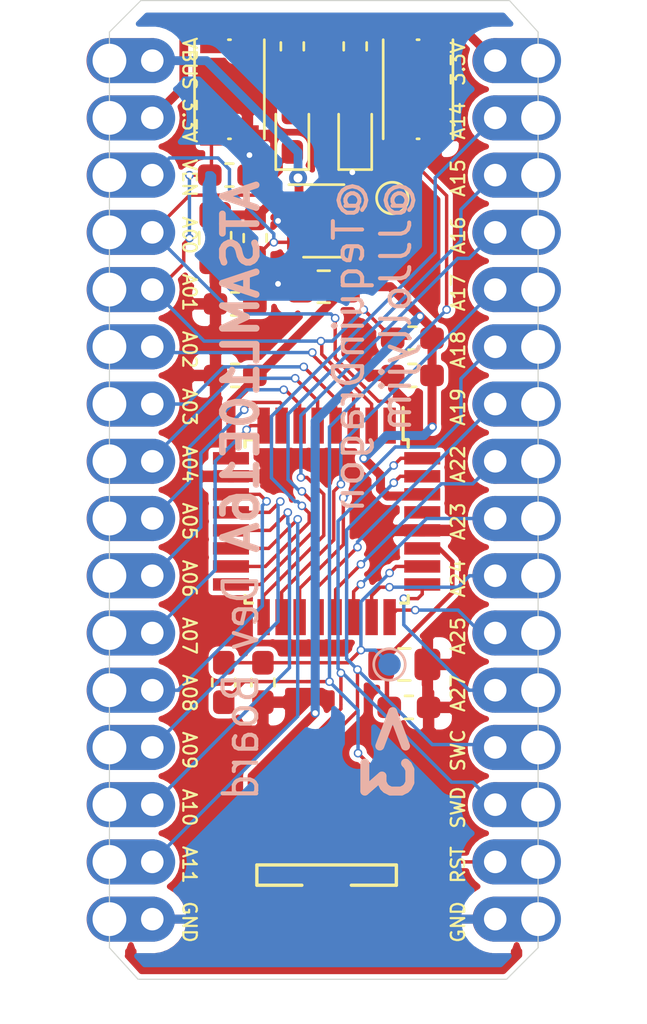
<source format=kicad_pcb>
(kicad_pcb (version 20171130) (host pcbnew "(5.1.4)-1")

  (general
    (thickness 1.6)
    (drawings 45)
    (tracks 416)
    (zones 0)
    (modules 25)
    (nets 40)
  )

  (page A4)
  (layers
    (0 F.Cu signal)
    (31 B.Cu signal)
    (32 B.Adhes user hide)
    (33 F.Adhes user hide)
    (34 B.Paste user hide)
    (35 F.Paste user hide)
    (36 B.SilkS user)
    (37 F.SilkS user hide)
    (38 B.Mask user hide)
    (39 F.Mask user)
    (40 Dwgs.User user hide)
    (41 Cmts.User user hide)
    (42 Eco1.User user hide)
    (43 Eco2.User user)
    (44 Edge.Cuts user)
    (45 Margin user hide)
    (46 B.CrtYd user hide)
    (47 F.CrtYd user hide)
    (48 B.Fab user)
    (49 F.Fab user)
  )

  (setup
    (last_trace_width 0.1524)
    (trace_clearance 0.1524)
    (zone_clearance 0.2)
    (zone_45_only no)
    (trace_min 0.1524)
    (via_size 0.381)
    (via_drill 0.254)
    (via_min_size 0.381)
    (via_min_drill 0.254)
    (uvia_size 0.3)
    (uvia_drill 0.254)
    (uvias_allowed no)
    (uvia_min_size 0.2)
    (uvia_min_drill 0.1)
    (edge_width 0.05)
    (segment_width 0.2)
    (pcb_text_width 0.3)
    (pcb_text_size 1.5 1.5)
    (mod_edge_width 0.12)
    (mod_text_size 1 1)
    (mod_text_width 0.15)
    (pad_size 1.05 0.95)
    (pad_drill 0)
    (pad_to_mask_clearance 0.051)
    (solder_mask_min_width 0.25)
    (aux_axis_origin 0 0)
    (grid_origin 123.952 95.631)
    (visible_elements 7FFFFFFF)
    (pcbplotparams
      (layerselection 0x010fc_ffffffff)
      (usegerberextensions false)
      (usegerberattributes false)
      (usegerberadvancedattributes false)
      (creategerberjobfile false)
      (excludeedgelayer true)
      (linewidth 0.100000)
      (plotframeref false)
      (viasonmask false)
      (mode 1)
      (useauxorigin false)
      (hpglpennumber 1)
      (hpglpenspeed 20)
      (hpglpendiameter 15.000000)
      (psnegative false)
      (psa4output false)
      (plotreference true)
      (plotvalue true)
      (plotinvisibletext false)
      (padsonsilk false)
      (subtractmaskfromsilk false)
      (outputformat 1)
      (mirror false)
      (drillshape 1)
      (scaleselection 1)
      (outputdirectory ""))
  )

  (net 0 "")
  (net 1 GND)
  (net 2 P3.3)
  (net 3 /VDDCORE)
  (net 4 /SAML_RESET)
  (net 5 VBUS)
  (net 6 PA01)
  (net 7 PA00)
  (net 8 "Net-(D1-Pad2)")
  (net 9 "Net-(D2-Pad2)")
  (net 10 PA07)
  (net 11 PA11)
  (net 12 VEN)
  (net 13 PA10)
  (net 14 PA03)
  (net 15 PA06)
  (net 16 PA09)
  (net 17 PA05)
  (net 18 PA04)
  (net 19 PA08)
  (net 20 PA02)
  (net 21 PA14)
  (net 22 PA15)
  (net 23 PA16)
  (net 24 PA17)
  (net 25 PA18)
  (net 26 PA19)
  (net 27 PA22)
  (net 28 PA23)
  (net 29 PS24)
  (net 30 PA25)
  (net 31 PA27)
  (net 32 SWCLK)
  (net 33 SWDIO)
  (net 34 ~RESET)
  (net 35 /VDOUT)
  (net 36 "Net-(U3-Pad4)")
  (net 37 "Net-(J1-Pad8)")
  (net 38 "Net-(J1-Pad7)")
  (net 39 SWO)

  (net_class Default "This is the default net class."
    (clearance 0.1524)
    (trace_width 0.1524)
    (via_dia 0.381)
    (via_drill 0.254)
    (uvia_dia 0.3)
    (uvia_drill 0.254)
    (add_net /SAML_RESET)
    (add_net /VDOUT)
    (add_net "Net-(D1-Pad2)")
    (add_net "Net-(D2-Pad2)")
    (add_net "Net-(J1-Pad7)")
    (add_net "Net-(J1-Pad8)")
    (add_net "Net-(U3-Pad4)")
    (add_net PA00)
    (add_net PA01)
    (add_net PA02)
    (add_net PA03)
    (add_net PA04)
    (add_net PA05)
    (add_net PA06)
    (add_net PA07)
    (add_net PA08)
    (add_net PA09)
    (add_net PA10)
    (add_net PA11)
    (add_net PA14)
    (add_net PA15)
    (add_net PA16)
    (add_net PA17)
    (add_net PA18)
    (add_net PA19)
    (add_net PA22)
    (add_net PA23)
    (add_net PA25)
    (add_net PA27)
    (add_net PS24)
    (add_net SWCLK)
    (add_net SWDIO)
    (add_net SWO)
    (add_net VEN)
    (add_net ~RESET)
  )

  (net_class Power ""
    (clearance 0.2)
    (trace_width 0.4)
    (via_dia 0.381)
    (via_drill 0.254)
    (uvia_dia 0.3)
    (uvia_drill 0.254)
    (add_net GND)
    (add_net P3.3)
    (add_net VBUS)
  )

  (net_class VDDCORE ""
    (clearance 0.1524)
    (trace_width 0.2)
    (via_dia 0.381)
    (via_drill 0.254)
    (uvia_dia 0.3)
    (uvia_drill 0.254)
    (add_net /VDDCORE)
  )

  (module TestPoint:TestPoint_Pad_D1.0mm (layer B.Cu) (tedit 5A0F774F) (tstamp 5D593973)
    (at 132.842 104.521)
    (descr "SMD pad as test Point, diameter 1.0mm")
    (tags "test point SMD pad")
    (path /5D6A71B4)
    (attr virtual)
    (fp_text reference TP2 (at 0 1.448) (layer Cmts.User)
      (effects (font (size 1 1) (thickness 0.15)))
    )
    (fp_text value RESET (at 0 -1.55) (layer B.Fab)
      (effects (font (size 1 1) (thickness 0.15)) (justify mirror))
    )
    (fp_circle (center 0 0) (end 0 -0.7) (layer B.SilkS) (width 0.12))
    (fp_circle (center 0 0) (end 1 0) (layer B.CrtYd) (width 0.05))
    (fp_text user %R (at 0 1.45) (layer B.Fab)
      (effects (font (size 1 1) (thickness 0.15)) (justify mirror))
    )
    (pad 1 smd circle (at 0 0) (size 1 1) (layers B.Cu B.Mask)
      (net 4 /SAML_RESET))
  )

  (module Package_QFP:TQFP-32_7x7mm_P0.8mm (layer F.Cu) (tedit 5A02F146) (tstamp 5D59ECEB)
    (at 130.048 98.171 270)
    (descr "32-Lead Plastic Thin Quad Flatpack (PT) - 7x7x1.0 mm Body, 2.00 mm [TQFP] (see Microchip Packaging Specification 00000049BS.pdf)")
    (tags "QFP 0.8")
    (path /5D7F9D7D)
    (attr smd)
    (fp_text reference U1 (at 0 -6.05 90) (layer Cmts.User)
      (effects (font (size 1 1) (thickness 0.15)))
    )
    (fp_text value ATSAML10E16A-AUT (at 0 6.05 90) (layer F.Fab)
      (effects (font (size 1 1) (thickness 0.15)))
    )
    (fp_line (start -3.625 -3.4) (end -5.05 -3.4) (layer F.SilkS) (width 0.15))
    (fp_line (start 3.625 -3.625) (end 3.3 -3.625) (layer F.SilkS) (width 0.15))
    (fp_line (start 3.625 3.625) (end 3.3 3.625) (layer F.SilkS) (width 0.15))
    (fp_line (start -3.625 3.625) (end -3.3 3.625) (layer F.SilkS) (width 0.15))
    (fp_line (start -3.625 -3.625) (end -3.3 -3.625) (layer F.SilkS) (width 0.15))
    (fp_line (start -3.625 3.625) (end -3.625 3.3) (layer F.SilkS) (width 0.15))
    (fp_line (start 3.625 3.625) (end 3.625 3.3) (layer F.SilkS) (width 0.15))
    (fp_line (start 3.625 -3.625) (end 3.625 -3.3) (layer F.SilkS) (width 0.15))
    (fp_line (start -3.625 -3.625) (end -3.625 -3.4) (layer F.SilkS) (width 0.15))
    (fp_line (start -5.3 5.3) (end 5.3 5.3) (layer F.CrtYd) (width 0.05))
    (fp_line (start -5.3 -5.3) (end 5.3 -5.3) (layer F.CrtYd) (width 0.05))
    (fp_line (start 5.3 -5.3) (end 5.3 5.3) (layer F.CrtYd) (width 0.05))
    (fp_line (start -5.3 -5.3) (end -5.3 5.3) (layer F.CrtYd) (width 0.05))
    (fp_line (start -3.5 -2.5) (end -2.5 -3.5) (layer F.Fab) (width 0.15))
    (fp_line (start -3.5 3.5) (end -3.5 -2.5) (layer F.Fab) (width 0.15))
    (fp_line (start 3.5 3.5) (end -3.5 3.5) (layer F.Fab) (width 0.15))
    (fp_line (start 3.5 -3.5) (end 3.5 3.5) (layer F.Fab) (width 0.15))
    (fp_line (start -2.5 -3.5) (end 3.5 -3.5) (layer F.Fab) (width 0.15))
    (fp_text user %R (at 0 0 90) (layer F.Fab)
      (effects (font (size 1 1) (thickness 0.15)))
    )
    (pad 32 smd rect (at -2.8 -4.25) (size 1.6 0.55) (layers F.Cu F.Paste F.Mask)
      (net 33 SWDIO))
    (pad 31 smd rect (at -2 -4.25) (size 1.6 0.55) (layers F.Cu F.Paste F.Mask)
      (net 32 SWCLK))
    (pad 30 smd rect (at -1.2 -4.25) (size 1.6 0.55) (layers F.Cu F.Paste F.Mask)
      (net 2 P3.3))
    (pad 29 smd rect (at -0.4 -4.25) (size 1.6 0.55) (layers F.Cu F.Paste F.Mask)
      (net 35 /VDOUT))
    (pad 28 smd rect (at 0.4 -4.25) (size 1.6 0.55) (layers F.Cu F.Paste F.Mask)
      (net 1 GND))
    (pad 27 smd rect (at 1.2 -4.25) (size 1.6 0.55) (layers F.Cu F.Paste F.Mask)
      (net 3 /VDDCORE))
    (pad 26 smd rect (at 2 -4.25) (size 1.6 0.55) (layers F.Cu F.Paste F.Mask)
      (net 4 /SAML_RESET))
    (pad 25 smd rect (at 2.8 -4.25) (size 1.6 0.55) (layers F.Cu F.Paste F.Mask)
      (net 31 PA27))
    (pad 24 smd rect (at 4.25 -2.8 270) (size 1.6 0.55) (layers F.Cu F.Paste F.Mask)
      (net 30 PA25))
    (pad 23 smd rect (at 4.25 -2 270) (size 1.6 0.55) (layers F.Cu F.Paste F.Mask)
      (net 29 PS24))
    (pad 22 smd rect (at 4.25 -1.2 270) (size 1.6 0.55) (layers F.Cu F.Paste F.Mask)
      (net 28 PA23))
    (pad 21 smd rect (at 4.25 -0.4 270) (size 1.6 0.55) (layers F.Cu F.Paste F.Mask)
      (net 27 PA22))
    (pad 20 smd rect (at 4.25 0.4 270) (size 1.6 0.55) (layers F.Cu F.Paste F.Mask)
      (net 26 PA19))
    (pad 19 smd rect (at 4.25 1.2 270) (size 1.6 0.55) (layers F.Cu F.Paste F.Mask)
      (net 25 PA18))
    (pad 18 smd rect (at 4.25 2 270) (size 1.6 0.55) (layers F.Cu F.Paste F.Mask)
      (net 24 PA17))
    (pad 17 smd rect (at 4.25 2.8 270) (size 1.6 0.55) (layers F.Cu F.Paste F.Mask)
      (net 23 PA16))
    (pad 16 smd rect (at 2.8 4.25) (size 1.6 0.55) (layers F.Cu F.Paste F.Mask)
      (net 22 PA15))
    (pad 15 smd rect (at 2 4.25) (size 1.6 0.55) (layers F.Cu F.Paste F.Mask)
      (net 21 PA14))
    (pad 14 smd rect (at 1.2 4.25) (size 1.6 0.55) (layers F.Cu F.Paste F.Mask)
      (net 11 PA11))
    (pad 13 smd rect (at 0.4 4.25) (size 1.6 0.55) (layers F.Cu F.Paste F.Mask)
      (net 13 PA10))
    (pad 12 smd rect (at -0.4 4.25) (size 1.6 0.55) (layers F.Cu F.Paste F.Mask)
      (net 16 PA09))
    (pad 11 smd rect (at -1.2 4.25) (size 1.6 0.55) (layers F.Cu F.Paste F.Mask)
      (net 19 PA08))
    (pad 10 smd rect (at -2 4.25) (size 1.6 0.55) (layers F.Cu F.Paste F.Mask)
      (net 1 GND))
    (pad 9 smd rect (at -2.8 4.25) (size 1.6 0.55) (layers F.Cu F.Paste F.Mask)
      (net 2 P3.3))
    (pad 8 smd rect (at -4.25 2.8 270) (size 1.6 0.55) (layers F.Cu F.Paste F.Mask)
      (net 10 PA07))
    (pad 7 smd rect (at -4.25 2 270) (size 1.6 0.55) (layers F.Cu F.Paste F.Mask)
      (net 15 PA06))
    (pad 6 smd rect (at -4.25 1.2 270) (size 1.6 0.55) (layers F.Cu F.Paste F.Mask)
      (net 17 PA05))
    (pad 5 smd rect (at -4.25 0.4 270) (size 1.6 0.55) (layers F.Cu F.Paste F.Mask)
      (net 18 PA04))
    (pad 4 smd rect (at -4.25 -0.4 270) (size 1.6 0.55) (layers F.Cu F.Paste F.Mask)
      (net 14 PA03))
    (pad 3 smd rect (at -4.25 -1.2 270) (size 1.6 0.55) (layers F.Cu F.Paste F.Mask)
      (net 20 PA02))
    (pad 2 smd rect (at -4.25 -2 270) (size 1.6 0.55) (layers F.Cu F.Paste F.Mask)
      (net 6 PA01))
    (pad 1 smd rect (at -4.25 -2.8 270) (size 1.6 0.55) (layers F.Cu F.Paste F.Mask)
      (net 7 PA00))
    (model ${KISYS3DMOD}/Package_QFP.3dshapes/TQFP-32_7x7mm_P0.8mm.wrl
      (at (xyz 0 0 0))
      (scale (xyz 1 1 1))
      (rotate (xyz 0 0 0))
    )
  )

  (module Capacitor_SMD:C_0603_1608Metric_Pad1.05x0.95mm_HandSolder (layer F.Cu) (tedit 5B301BBE) (tstamp 5D59D445)
    (at 133.7056 106.426)
    (descr "Capacitor SMD 0603 (1608 Metric), square (rectangular) end terminal, IPC_7351 nominal with elongated pad for handsoldering. (Body size source: http://www.tortai-tech.com/upload/download/2011102023233369053.pdf), generated with kicad-footprint-generator")
    (tags "capacitor handsolder")
    (path /5D586DCD)
    (attr smd)
    (fp_text reference C7 (at 0 -1.43) (layer Cmts.User)
      (effects (font (size 1 1) (thickness 0.15)))
    )
    (fp_text value 100n (at 0 1.43) (layer F.Fab)
      (effects (font (size 1 1) (thickness 0.15)))
    )
    (fp_text user %R (at 0 0) (layer F.Fab)
      (effects (font (size 0.4 0.4) (thickness 0.06)))
    )
    (fp_line (start 1.65 0.73) (end -1.65 0.73) (layer F.CrtYd) (width 0.05))
    (fp_line (start 1.65 -0.73) (end 1.65 0.73) (layer F.CrtYd) (width 0.05))
    (fp_line (start -1.65 -0.73) (end 1.65 -0.73) (layer F.CrtYd) (width 0.05))
    (fp_line (start -1.65 0.73) (end -1.65 -0.73) (layer F.CrtYd) (width 0.05))
    (fp_line (start -0.171267 0.51) (end 0.171267 0.51) (layer F.SilkS) (width 0.12))
    (fp_line (start -0.171267 -0.51) (end 0.171267 -0.51) (layer F.SilkS) (width 0.12))
    (fp_line (start 0.8 0.4) (end -0.8 0.4) (layer F.Fab) (width 0.1))
    (fp_line (start 0.8 -0.4) (end 0.8 0.4) (layer F.Fab) (width 0.1))
    (fp_line (start -0.8 -0.4) (end 0.8 -0.4) (layer F.Fab) (width 0.1))
    (fp_line (start -0.8 0.4) (end -0.8 -0.4) (layer F.Fab) (width 0.1))
    (pad 2 smd roundrect (at 0.875 0) (size 1.05 0.95) (layers F.Cu F.Paste F.Mask) (roundrect_rratio 0.25)
      (net 1 GND))
    (pad 1 smd roundrect (at -0.875 0) (size 1.05 0.95) (layers F.Cu F.Paste F.Mask) (roundrect_rratio 0.25)
      (net 3 /VDDCORE))
    (model ${KISYS3DMOD}/Capacitor_SMD.3dshapes/C_0603_1608Metric.wrl
      (at (xyz 0 0 0))
      (scale (xyz 1 1 1))
      (rotate (xyz 0 0 0))
    )
  )

  (module Button_Switch_SMD:SW_Push_1P1T_NO_CK_KMR2 (layer F.Cu) (tedit 5A02FC95) (tstamp 5D59872E)
    (at 134.112 78.994 90)
    (descr "CK components KMR2 tactile switch http://www.ckswitches.com/media/1479/kmr2.pdf")
    (tags "tactile switch kmr2")
    (path /5D722685)
    (attr smd)
    (fp_text reference SW1 (at 0 -2.45 90) (layer Cmts.User)
      (effects (font (size 1 1) (thickness 0.15)))
    )
    (fp_text value RESET (at 0 2.55 90) (layer F.Fab)
      (effects (font (size 1 1) (thickness 0.15)))
    )
    (fp_line (start -2.2 0.05) (end -2.2 -0.05) (layer F.SilkS) (width 0.12))
    (fp_line (start 2.2 -1.55) (end -2.2 -1.55) (layer F.SilkS) (width 0.12))
    (fp_line (start -2.2 1.55) (end 2.2 1.55) (layer F.SilkS) (width 0.12))
    (fp_circle (center 0 0) (end 0 0.8) (layer F.Fab) (width 0.1))
    (fp_line (start -2.8 1.8) (end -2.8 -1.8) (layer F.CrtYd) (width 0.05))
    (fp_line (start 2.8 1.8) (end -2.8 1.8) (layer F.CrtYd) (width 0.05))
    (fp_line (start 2.8 -1.8) (end 2.8 1.8) (layer F.CrtYd) (width 0.05))
    (fp_line (start -2.8 -1.8) (end 2.8 -1.8) (layer F.CrtYd) (width 0.05))
    (fp_line (start 2.2 0.05) (end 2.2 -0.05) (layer F.SilkS) (width 0.12))
    (fp_line (start -2.1 1.4) (end -2.1 -1.4) (layer F.Fab) (width 0.1))
    (fp_line (start 2.1 1.4) (end -2.1 1.4) (layer F.Fab) (width 0.1))
    (fp_line (start 2.1 -1.4) (end 2.1 1.4) (layer F.Fab) (width 0.1))
    (fp_line (start -2.1 -1.4) (end 2.1 -1.4) (layer F.Fab) (width 0.1))
    (fp_text user %R (at 0 -2.45 90) (layer F.Fab)
      (effects (font (size 1 1) (thickness 0.15)))
    )
    (pad 2 smd rect (at 2.05 0.8 90) (size 0.9 1) (layers F.Cu F.Paste F.Mask)
      (net 1 GND))
    (pad 1 smd rect (at 2.05 -0.8 90) (size 0.9 1) (layers F.Cu F.Paste F.Mask)
      (net 34 ~RESET))
    (pad 2 smd rect (at -2.05 0.8 90) (size 0.9 1) (layers F.Cu F.Paste F.Mask)
      (net 1 GND))
    (pad 1 smd rect (at -2.05 -0.8 90) (size 0.9 1) (layers F.Cu F.Paste F.Mask)
      (net 34 ~RESET))
    (model ${KISYS3DMOD}/Button_Switch_SMD.3dshapes/SW_Push_1P1T_NO_CK_KMR2.wrl
      (at (xyz 0 0 0))
      (scale (xyz 1 1 1))
      (rotate (xyz 0 0 0))
    )
  )

  (module Button_Switch_SMD:SW_Push_1P1T_NO_CK_KMR2 (layer F.Cu) (tedit 5A02FC95) (tstamp 5D598744)
    (at 125.73 78.994 90)
    (descr "CK components KMR2 tactile switch http://www.ckswitches.com/media/1479/kmr2.pdf")
    (tags "tactile switch kmr2")
    (path /5D7237EA)
    (attr smd)
    (fp_text reference SW2 (at 0 -2.45 90) (layer Cmts.User)
      (effects (font (size 1 1) (thickness 0.15)))
    )
    (fp_text value PA01 (at 0 2.55 90) (layer F.Fab)
      (effects (font (size 1 1) (thickness 0.15)))
    )
    (fp_line (start -2.2 0.05) (end -2.2 -0.05) (layer F.SilkS) (width 0.12))
    (fp_line (start 2.2 -1.55) (end -2.2 -1.55) (layer F.SilkS) (width 0.12))
    (fp_line (start -2.2 1.55) (end 2.2 1.55) (layer F.SilkS) (width 0.12))
    (fp_circle (center 0 0) (end 0 0.8) (layer F.Fab) (width 0.1))
    (fp_line (start -2.8 1.8) (end -2.8 -1.8) (layer F.CrtYd) (width 0.05))
    (fp_line (start 2.8 1.8) (end -2.8 1.8) (layer F.CrtYd) (width 0.05))
    (fp_line (start 2.8 -1.8) (end 2.8 1.8) (layer F.CrtYd) (width 0.05))
    (fp_line (start -2.8 -1.8) (end 2.8 -1.8) (layer F.CrtYd) (width 0.05))
    (fp_line (start 2.2 0.05) (end 2.2 -0.05) (layer F.SilkS) (width 0.12))
    (fp_line (start -2.1 1.4) (end -2.1 -1.4) (layer F.Fab) (width 0.1))
    (fp_line (start 2.1 1.4) (end -2.1 1.4) (layer F.Fab) (width 0.1))
    (fp_line (start 2.1 -1.4) (end 2.1 1.4) (layer F.Fab) (width 0.1))
    (fp_line (start -2.1 -1.4) (end 2.1 -1.4) (layer F.Fab) (width 0.1))
    (fp_text user %R (at 0 -2.45 90) (layer F.Fab)
      (effects (font (size 1 1) (thickness 0.15)))
    )
    (pad 2 smd rect (at 2.05 0.8 90) (size 0.9 1) (layers F.Cu F.Paste F.Mask)
      (net 1 GND))
    (pad 1 smd rect (at 2.05 -0.8 90) (size 0.9 1) (layers F.Cu F.Paste F.Mask)
      (net 6 PA01))
    (pad 2 smd rect (at -2.05 0.8 90) (size 0.9 1) (layers F.Cu F.Paste F.Mask)
      (net 1 GND))
    (pad 1 smd rect (at -2.05 -0.8 90) (size 0.9 1) (layers F.Cu F.Paste F.Mask)
      (net 6 PA01))
    (model ${KISYS3DMOD}/Button_Switch_SMD.3dshapes/SW_Push_1P1T_NO_CK_KMR2.wrl
      (at (xyz 0 0 0))
      (scale (xyz 1 1 1))
      (rotate (xyz 0 0 0))
    )
  )

  (module Capacitor_SMD:C_0805_2012Metric_Pad1.15x1.40mm_HandSolder (layer F.Cu) (tedit 5B36C52B) (tstamp 5D59F302)
    (at 125.095 85.598 90)
    (descr "Capacitor SMD 0805 (2012 Metric), square (rectangular) end terminal, IPC_7351 nominal with elongated pad for handsoldering. (Body size source: https://docs.google.com/spreadsheets/d/1BsfQQcO9C6DZCsRaXUlFlo91Tg2WpOkGARC1WS5S8t0/edit?usp=sharing), generated with kicad-footprint-generator")
    (tags "capacitor handsolder")
    (path /5D64C826)
    (attr smd)
    (fp_text reference C9 (at 0 -1.65 90) (layer Cmts.User)
      (effects (font (size 1 1) (thickness 0.15)))
    )
    (fp_text value 10u (at 0 1.65 90) (layer F.Fab)
      (effects (font (size 1 1) (thickness 0.15)))
    )
    (fp_text user %R (at 0 0 90) (layer F.Fab)
      (effects (font (size 0.5 0.5) (thickness 0.08)))
    )
    (fp_line (start 1.85 0.95) (end -1.85 0.95) (layer F.CrtYd) (width 0.05))
    (fp_line (start 1.85 -0.95) (end 1.85 0.95) (layer F.CrtYd) (width 0.05))
    (fp_line (start -1.85 -0.95) (end 1.85 -0.95) (layer F.CrtYd) (width 0.05))
    (fp_line (start -1.85 0.95) (end -1.85 -0.95) (layer F.CrtYd) (width 0.05))
    (fp_line (start -0.261252 0.71) (end 0.261252 0.71) (layer F.SilkS) (width 0.12))
    (fp_line (start -0.261252 -0.71) (end 0.261252 -0.71) (layer F.SilkS) (width 0.12))
    (fp_line (start 1 0.6) (end -1 0.6) (layer F.Fab) (width 0.1))
    (fp_line (start 1 -0.6) (end 1 0.6) (layer F.Fab) (width 0.1))
    (fp_line (start -1 -0.6) (end 1 -0.6) (layer F.Fab) (width 0.1))
    (fp_line (start -1 0.6) (end -1 -0.6) (layer F.Fab) (width 0.1))
    (pad 2 smd roundrect (at 1.025 0 90) (size 1.15 1.4) (layers F.Cu F.Paste F.Mask) (roundrect_rratio 0.217391)
      (net 5 VBUS))
    (pad 1 smd roundrect (at -1.025 0 90) (size 1.15 1.4) (layers F.Cu F.Paste F.Mask) (roundrect_rratio 0.217391)
      (net 1 GND))
    (model ${KISYS3DMOD}/Capacitor_SMD.3dshapes/C_0805_2012Metric.wrl
      (at (xyz 0 0 0))
      (scale (xyz 1 1 1))
      (rotate (xyz 0 0 0))
    )
  )

  (module Capacitor_SMD:C_0603_1608Metric_Pad1.05x0.95mm_HandSolder (layer F.Cu) (tedit 5B301BBE) (tstamp 5D59AA9C)
    (at 125.984 91.694)
    (descr "Capacitor SMD 0603 (1608 Metric), square (rectangular) end terminal, IPC_7351 nominal with elongated pad for handsoldering. (Body size source: http://www.tortai-tech.com/upload/download/2011102023233369053.pdf), generated with kicad-footprint-generator")
    (tags "capacitor handsolder")
    (path /5D9997D9)
    (attr smd)
    (fp_text reference C1 (at 0 -1.43) (layer Cmts.User)
      (effects (font (size 1 1) (thickness 0.15)))
    )
    (fp_text value 100n (at 0 1.43) (layer F.Fab)
      (effects (font (size 1 1) (thickness 0.15)))
    )
    (fp_text user %R (at 0 0) (layer F.Fab)
      (effects (font (size 0.4 0.4) (thickness 0.06)))
    )
    (fp_line (start 1.65 0.73) (end -1.65 0.73) (layer F.CrtYd) (width 0.05))
    (fp_line (start 1.65 -0.73) (end 1.65 0.73) (layer F.CrtYd) (width 0.05))
    (fp_line (start -1.65 -0.73) (end 1.65 -0.73) (layer F.CrtYd) (width 0.05))
    (fp_line (start -1.65 0.73) (end -1.65 -0.73) (layer F.CrtYd) (width 0.05))
    (fp_line (start -0.171267 0.51) (end 0.171267 0.51) (layer F.SilkS) (width 0.12))
    (fp_line (start -0.171267 -0.51) (end 0.171267 -0.51) (layer F.SilkS) (width 0.12))
    (fp_line (start 0.8 0.4) (end -0.8 0.4) (layer F.Fab) (width 0.1))
    (fp_line (start 0.8 -0.4) (end 0.8 0.4) (layer F.Fab) (width 0.1))
    (fp_line (start -0.8 -0.4) (end 0.8 -0.4) (layer F.Fab) (width 0.1))
    (fp_line (start -0.8 0.4) (end -0.8 -0.4) (layer F.Fab) (width 0.1))
    (pad 2 smd roundrect (at 0.875 0) (size 1.05 0.95) (layers F.Cu F.Paste F.Mask) (roundrect_rratio 0.25)
      (net 2 P3.3))
    (pad 1 smd roundrect (at -0.875 0) (size 1.05 0.95) (layers F.Cu F.Paste F.Mask) (roundrect_rratio 0.25)
      (net 1 GND))
    (model ${KISYS3DMOD}/Capacitor_SMD.3dshapes/C_0603_1608Metric.wrl
      (at (xyz 0 0 0))
      (scale (xyz 1 1 1))
      (rotate (xyz 0 0 0))
    )
  )

  (module Capacitor_SMD:C_0603_1608Metric_Pad1.05x0.95mm_HandSolder (layer F.Cu) (tedit 5B301BBE) (tstamp 5D5937C7)
    (at 133.858 91.694)
    (descr "Capacitor SMD 0603 (1608 Metric), square (rectangular) end terminal, IPC_7351 nominal with elongated pad for handsoldering. (Body size source: http://www.tortai-tech.com/upload/download/2011102023233369053.pdf), generated with kicad-footprint-generator")
    (tags "capacitor handsolder")
    (path /5D9997CF)
    (attr smd)
    (fp_text reference C2 (at 0 -1.43) (layer Cmts.User)
      (effects (font (size 1 1) (thickness 0.15)))
    )
    (fp_text value 100n (at 0 1.43) (layer F.Fab)
      (effects (font (size 1 1) (thickness 0.15)))
    )
    (fp_text user %R (at 0 0) (layer F.Fab)
      (effects (font (size 0.4 0.4) (thickness 0.06)))
    )
    (fp_line (start 1.65 0.73) (end -1.65 0.73) (layer F.CrtYd) (width 0.05))
    (fp_line (start 1.65 -0.73) (end 1.65 0.73) (layer F.CrtYd) (width 0.05))
    (fp_line (start -1.65 -0.73) (end 1.65 -0.73) (layer F.CrtYd) (width 0.05))
    (fp_line (start -1.65 0.73) (end -1.65 -0.73) (layer F.CrtYd) (width 0.05))
    (fp_line (start -0.171267 0.51) (end 0.171267 0.51) (layer F.SilkS) (width 0.12))
    (fp_line (start -0.171267 -0.51) (end 0.171267 -0.51) (layer F.SilkS) (width 0.12))
    (fp_line (start 0.8 0.4) (end -0.8 0.4) (layer F.Fab) (width 0.1))
    (fp_line (start 0.8 -0.4) (end 0.8 0.4) (layer F.Fab) (width 0.1))
    (fp_line (start -0.8 -0.4) (end 0.8 -0.4) (layer F.Fab) (width 0.1))
    (fp_line (start -0.8 0.4) (end -0.8 -0.4) (layer F.Fab) (width 0.1))
    (pad 2 smd roundrect (at 0.875 0) (size 1.05 0.95) (layers F.Cu F.Paste F.Mask) (roundrect_rratio 0.25)
      (net 2 P3.3))
    (pad 1 smd roundrect (at -0.875 0) (size 1.05 0.95) (layers F.Cu F.Paste F.Mask) (roundrect_rratio 0.25)
      (net 1 GND))
    (model ${KISYS3DMOD}/Capacitor_SMD.3dshapes/C_0603_1608Metric.wrl
      (at (xyz 0 0 0))
      (scale (xyz 1 1 1))
      (rotate (xyz 0 0 0))
    )
  )

  (module Capacitor_SMD:C_0805_2012Metric_Pad1.15x1.40mm_HandSolder (layer F.Cu) (tedit 5B36C52B) (tstamp 5D598975)
    (at 129.921 87.757)
    (descr "Capacitor SMD 0805 (2012 Metric), square (rectangular) end terminal, IPC_7351 nominal with elongated pad for handsoldering. (Body size source: https://docs.google.com/spreadsheets/d/1BsfQQcO9C6DZCsRaXUlFlo91Tg2WpOkGARC1WS5S8t0/edit?usp=sharing), generated with kicad-footprint-generator")
    (tags "capacitor handsolder")
    (path /5D5916C5)
    (attr smd)
    (fp_text reference C3 (at 0 1.664) (layer Cmts.User)
      (effects (font (size 1 1) (thickness 0.15)))
    )
    (fp_text value 10u (at 0 1.65) (layer F.Fab)
      (effects (font (size 1 1) (thickness 0.15)))
    )
    (fp_text user %R (at 0 0) (layer F.Fab)
      (effects (font (size 0.5 0.5) (thickness 0.08)))
    )
    (fp_line (start 1.85 0.95) (end -1.85 0.95) (layer F.CrtYd) (width 0.05))
    (fp_line (start 1.85 -0.95) (end 1.85 0.95) (layer F.CrtYd) (width 0.05))
    (fp_line (start -1.85 -0.95) (end 1.85 -0.95) (layer F.CrtYd) (width 0.05))
    (fp_line (start -1.85 0.95) (end -1.85 -0.95) (layer F.CrtYd) (width 0.05))
    (fp_line (start -0.261252 0.71) (end 0.261252 0.71) (layer F.SilkS) (width 0.12))
    (fp_line (start -0.261252 -0.71) (end 0.261252 -0.71) (layer F.SilkS) (width 0.12))
    (fp_line (start 1 0.6) (end -1 0.6) (layer F.Fab) (width 0.1))
    (fp_line (start 1 -0.6) (end 1 0.6) (layer F.Fab) (width 0.1))
    (fp_line (start -1 -0.6) (end 1 -0.6) (layer F.Fab) (width 0.1))
    (fp_line (start -1 0.6) (end -1 -0.6) (layer F.Fab) (width 0.1))
    (pad 2 smd roundrect (at 1.025 0) (size 1.15 1.4) (layers F.Cu F.Paste F.Mask) (roundrect_rratio 0.217391)
      (net 2 P3.3))
    (pad 1 smd roundrect (at -1.025 0) (size 1.15 1.4) (layers F.Cu F.Paste F.Mask) (roundrect_rratio 0.217391)
      (net 1 GND))
    (model ${KISYS3DMOD}/Capacitor_SMD.3dshapes/C_0805_2012Metric.wrl
      (at (xyz 0 0 0))
      (scale (xyz 1 1 1))
      (rotate (xyz 0 0 0))
    )
  )

  (module Capacitor_SMD:C_0805_2012Metric_Pad1.15x1.40mm_HandSolder (layer F.Cu) (tedit 5B36C52B) (tstamp 5D59380B)
    (at 133.5024 104.521 180)
    (descr "Capacitor SMD 0805 (2012 Metric), square (rectangular) end terminal, IPC_7351 nominal with elongated pad for handsoldering. (Body size source: https://docs.google.com/spreadsheets/d/1BsfQQcO9C6DZCsRaXUlFlo91Tg2WpOkGARC1WS5S8t0/edit?usp=sharing), generated with kicad-footprint-generator")
    (tags "capacitor handsolder")
    (path /5D586DD7)
    (attr smd)
    (fp_text reference C6 (at 0 -1.65) (layer Cmts.User)
      (effects (font (size 1 1) (thickness 0.15)))
    )
    (fp_text value 1u (at 0 1.65) (layer F.Fab)
      (effects (font (size 1 1) (thickness 0.15)))
    )
    (fp_text user %R (at 0 0) (layer F.Fab)
      (effects (font (size 0.5 0.5) (thickness 0.08)))
    )
    (fp_line (start 1.85 0.95) (end -1.85 0.95) (layer F.CrtYd) (width 0.05))
    (fp_line (start 1.85 -0.95) (end 1.85 0.95) (layer F.CrtYd) (width 0.05))
    (fp_line (start -1.85 -0.95) (end 1.85 -0.95) (layer F.CrtYd) (width 0.05))
    (fp_line (start -1.85 0.95) (end -1.85 -0.95) (layer F.CrtYd) (width 0.05))
    (fp_line (start -0.261252 0.71) (end 0.261252 0.71) (layer F.SilkS) (width 0.12))
    (fp_line (start -0.261252 -0.71) (end 0.261252 -0.71) (layer F.SilkS) (width 0.12))
    (fp_line (start 1 0.6) (end -1 0.6) (layer F.Fab) (width 0.1))
    (fp_line (start 1 -0.6) (end 1 0.6) (layer F.Fab) (width 0.1))
    (fp_line (start -1 -0.6) (end 1 -0.6) (layer F.Fab) (width 0.1))
    (fp_line (start -1 0.6) (end -1 -0.6) (layer F.Fab) (width 0.1))
    (pad 2 smd roundrect (at 1.025 0 180) (size 1.15 1.4) (layers F.Cu F.Paste F.Mask) (roundrect_rratio 0.217391)
      (net 3 /VDDCORE))
    (pad 1 smd roundrect (at -1.025 0 180) (size 1.15 1.4) (layers F.Cu F.Paste F.Mask) (roundrect_rratio 0.217391)
      (net 1 GND))
    (model ${KISYS3DMOD}/Capacitor_SMD.3dshapes/C_0805_2012Metric.wrl
      (at (xyz 0 0 0))
      (scale (xyz 1 1 1))
      (rotate (xyz 0 0 0))
    )
  )

  (module Capacitor_SMD:C_0603_1608Metric_Pad1.05x0.95mm_HandSolder (layer F.Cu) (tedit 5B301BBE) (tstamp 5D59382D)
    (at 127.216802 105.320197 90)
    (descr "Capacitor SMD 0603 (1608 Metric), square (rectangular) end terminal, IPC_7351 nominal with elongated pad for handsoldering. (Body size source: http://www.tortai-tech.com/upload/download/2011102023233369053.pdf), generated with kicad-footprint-generator")
    (tags "capacitor handsolder")
    (path /5D59386D)
    (attr smd)
    (fp_text reference C8 (at 0 -1.43 90) (layer Cmts.User)
      (effects (font (size 1 1) (thickness 0.15)))
    )
    (fp_text value 100n (at 0 1.43 90) (layer F.Fab)
      (effects (font (size 1 1) (thickness 0.15)))
    )
    (fp_text user %R (at 0 0 90) (layer F.Fab)
      (effects (font (size 0.4 0.4) (thickness 0.06)))
    )
    (fp_line (start 1.65 0.73) (end -1.65 0.73) (layer F.CrtYd) (width 0.05))
    (fp_line (start 1.65 -0.73) (end 1.65 0.73) (layer F.CrtYd) (width 0.05))
    (fp_line (start -1.65 -0.73) (end 1.65 -0.73) (layer F.CrtYd) (width 0.05))
    (fp_line (start -1.65 0.73) (end -1.65 -0.73) (layer F.CrtYd) (width 0.05))
    (fp_line (start -0.171267 0.51) (end 0.171267 0.51) (layer F.SilkS) (width 0.12))
    (fp_line (start -0.171267 -0.51) (end 0.171267 -0.51) (layer F.SilkS) (width 0.12))
    (fp_line (start 0.8 0.4) (end -0.8 0.4) (layer F.Fab) (width 0.1))
    (fp_line (start 0.8 -0.4) (end 0.8 0.4) (layer F.Fab) (width 0.1))
    (fp_line (start -0.8 -0.4) (end 0.8 -0.4) (layer F.Fab) (width 0.1))
    (fp_line (start -0.8 0.4) (end -0.8 -0.4) (layer F.Fab) (width 0.1))
    (pad 2 smd roundrect (at 0.875 0 90) (size 1.05 0.95) (layers F.Cu F.Paste F.Mask) (roundrect_rratio 0.25)
      (net 4 /SAML_RESET))
    (pad 1 smd roundrect (at -0.875 0 90) (size 1.05 0.95) (layers F.Cu F.Paste F.Mask) (roundrect_rratio 0.25)
      (net 1 GND))
    (model ${KISYS3DMOD}/Capacitor_SMD.3dshapes/C_0603_1608Metric.wrl
      (at (xyz 0 0 0))
      (scale (xyz 1 1 1))
      (rotate (xyz 0 0 0))
    )
  )

  (module Capacitor_SMD:C_0603_1608Metric_Pad1.05x0.95mm_HandSolder (layer F.Cu) (tedit 5B301BBE) (tstamp 5D59384F)
    (at 125.73 82.804)
    (descr "Capacitor SMD 0603 (1608 Metric), square (rectangular) end terminal, IPC_7351 nominal with elongated pad for handsoldering. (Body size source: http://www.tortai-tech.com/upload/download/2011102023233369053.pdf), generated with kicad-footprint-generator")
    (tags "capacitor handsolder")
    (path /5D75EF24)
    (attr smd)
    (fp_text reference C10 (at 0 -1.43) (layer Cmts.User)
      (effects (font (size 1 1) (thickness 0.15)))
    )
    (fp_text value 100n (at 0 1.43) (layer F.Fab)
      (effects (font (size 1 1) (thickness 0.15)))
    )
    (fp_text user %R (at 0 0) (layer F.Fab)
      (effects (font (size 0.4 0.4) (thickness 0.06)))
    )
    (fp_line (start 1.65 0.73) (end -1.65 0.73) (layer F.CrtYd) (width 0.05))
    (fp_line (start 1.65 -0.73) (end 1.65 0.73) (layer F.CrtYd) (width 0.05))
    (fp_line (start -1.65 -0.73) (end 1.65 -0.73) (layer F.CrtYd) (width 0.05))
    (fp_line (start -1.65 0.73) (end -1.65 -0.73) (layer F.CrtYd) (width 0.05))
    (fp_line (start -0.171267 0.51) (end 0.171267 0.51) (layer F.SilkS) (width 0.12))
    (fp_line (start -0.171267 -0.51) (end 0.171267 -0.51) (layer F.SilkS) (width 0.12))
    (fp_line (start 0.8 0.4) (end -0.8 0.4) (layer F.Fab) (width 0.1))
    (fp_line (start 0.8 -0.4) (end 0.8 0.4) (layer F.Fab) (width 0.1))
    (fp_line (start -0.8 -0.4) (end 0.8 -0.4) (layer F.Fab) (width 0.1))
    (fp_line (start -0.8 0.4) (end -0.8 -0.4) (layer F.Fab) (width 0.1))
    (pad 2 smd roundrect (at 0.875 0) (size 1.05 0.95) (layers F.Cu F.Paste F.Mask) (roundrect_rratio 0.25)
      (net 1 GND))
    (pad 1 smd roundrect (at -0.875 0) (size 1.05 0.95) (layers F.Cu F.Paste F.Mask) (roundrect_rratio 0.25)
      (net 6 PA01))
    (model ${KISYS3DMOD}/Capacitor_SMD.3dshapes/C_0603_1608Metric.wrl
      (at (xyz 0 0 0))
      (scale (xyz 1 1 1))
      (rotate (xyz 0 0 0))
    )
  )

  (module LED_SMD:LED_0603_1608Metric_Pad1.05x0.95mm_HandSolder (layer F.Cu) (tedit 5B4B45C9) (tstamp 5D593862)
    (at 128.524 80.899 90)
    (descr "LED SMD 0603 (1608 Metric), square (rectangular) end terminal, IPC_7351 nominal, (Body size source: http://www.tortai-tech.com/upload/download/2011102023233369053.pdf), generated with kicad-footprint-generator")
    (tags "LED handsolder")
    (path /5D6D7019)
    (attr smd)
    (fp_text reference D1 (at 0 -1.226 90) (layer Cmts.User)
      (effects (font (size 1 1) (thickness 0.15)))
    )
    (fp_text value PA00 (at 0 1.43 90) (layer F.Fab)
      (effects (font (size 1 1) (thickness 0.15)))
    )
    (fp_text user %R (at 0 0 90) (layer F.Fab)
      (effects (font (size 0.4 0.4) (thickness 0.06)))
    )
    (fp_line (start 1.65 0.73) (end -1.65 0.73) (layer F.CrtYd) (width 0.05))
    (fp_line (start 1.65 -0.73) (end 1.65 0.73) (layer F.CrtYd) (width 0.05))
    (fp_line (start -1.65 -0.73) (end 1.65 -0.73) (layer F.CrtYd) (width 0.05))
    (fp_line (start -1.65 0.73) (end -1.65 -0.73) (layer F.CrtYd) (width 0.05))
    (fp_line (start -1.66 0.735) (end 0.8 0.735) (layer F.SilkS) (width 0.12))
    (fp_line (start -1.66 -0.735) (end -1.66 0.735) (layer F.SilkS) (width 0.12))
    (fp_line (start 0.8 -0.735) (end -1.66 -0.735) (layer F.SilkS) (width 0.12))
    (fp_line (start 0.8 0.4) (end 0.8 -0.4) (layer F.Fab) (width 0.1))
    (fp_line (start -0.8 0.4) (end 0.8 0.4) (layer F.Fab) (width 0.1))
    (fp_line (start -0.8 -0.1) (end -0.8 0.4) (layer F.Fab) (width 0.1))
    (fp_line (start -0.5 -0.4) (end -0.8 -0.1) (layer F.Fab) (width 0.1))
    (fp_line (start 0.8 -0.4) (end -0.5 -0.4) (layer F.Fab) (width 0.1))
    (pad 2 smd roundrect (at 0.875 0 90) (size 1.05 0.95) (layers F.Cu F.Paste F.Mask) (roundrect_rratio 0.25)
      (net 8 "Net-(D1-Pad2)"))
    (pad 1 smd roundrect (at -0.875 0 90) (size 1.05 0.95) (layers F.Cu F.Paste F.Mask) (roundrect_rratio 0.25)
      (net 7 PA00))
    (model ${KISYS3DMOD}/LED_SMD.3dshapes/LED_0603_1608Metric.wrl
      (at (xyz 0 0 0))
      (scale (xyz 1 1 1))
      (rotate (xyz 0 0 0))
    )
  )

  (module LED_SMD:LED_0603_1608Metric_Pad1.05x0.95mm_HandSolder (layer F.Cu) (tedit 5B4B45C9) (tstamp 5D593875)
    (at 131.318 80.899 90)
    (descr "LED SMD 0603 (1608 Metric), square (rectangular) end terminal, IPC_7351 nominal, (Body size source: http://www.tortai-tech.com/upload/download/2011102023233369053.pdf), generated with kicad-footprint-generator")
    (tags "LED handsolder")
    (path /5D70A795)
    (attr smd)
    (fp_text reference D2 (at 0 -1.43 90) (layer Cmts.User)
      (effects (font (size 1 1) (thickness 0.15)))
    )
    (fp_text value POWER (at 0 1.43 90) (layer F.Fab)
      (effects (font (size 1 1) (thickness 0.15)))
    )
    (fp_text user %R (at 0 0 90) (layer F.Fab)
      (effects (font (size 0.4 0.4) (thickness 0.06)))
    )
    (fp_line (start 1.65 0.73) (end -1.65 0.73) (layer F.CrtYd) (width 0.05))
    (fp_line (start 1.65 -0.73) (end 1.65 0.73) (layer F.CrtYd) (width 0.05))
    (fp_line (start -1.65 -0.73) (end 1.65 -0.73) (layer F.CrtYd) (width 0.05))
    (fp_line (start -1.65 0.73) (end -1.65 -0.73) (layer F.CrtYd) (width 0.05))
    (fp_line (start -1.66 0.735) (end 0.8 0.735) (layer F.SilkS) (width 0.12))
    (fp_line (start -1.66 -0.735) (end -1.66 0.735) (layer F.SilkS) (width 0.12))
    (fp_line (start 0.8 -0.735) (end -1.66 -0.735) (layer F.SilkS) (width 0.12))
    (fp_line (start 0.8 0.4) (end 0.8 -0.4) (layer F.Fab) (width 0.1))
    (fp_line (start -0.8 0.4) (end 0.8 0.4) (layer F.Fab) (width 0.1))
    (fp_line (start -0.8 -0.1) (end -0.8 0.4) (layer F.Fab) (width 0.1))
    (fp_line (start -0.5 -0.4) (end -0.8 -0.1) (layer F.Fab) (width 0.1))
    (fp_line (start 0.8 -0.4) (end -0.5 -0.4) (layer F.Fab) (width 0.1))
    (pad 2 smd roundrect (at 0.875 0 90) (size 1.05 0.95) (layers F.Cu F.Paste F.Mask) (roundrect_rratio 0.25)
      (net 9 "Net-(D2-Pad2)"))
    (pad 1 smd roundrect (at -0.875 0 90) (size 1.05 0.95) (layers F.Cu F.Paste F.Mask) (roundrect_rratio 0.25)
      (net 1 GND))
    (model ${KISYS3DMOD}/LED_SMD.3dshapes/LED_0603_1608Metric.wrl
      (at (xyz 0 0 0))
      (scale (xyz 1 1 1))
      (rotate (xyz 0 0 0))
    )
  )

  (module kawaii_2019:Header_1x16_P2.54mm_Castellated (layer F.Cu) (tedit 5D5A8F06) (tstamp 5D5938B9)
    (at 122.301 96.774 180)
    (path /5DA0039A)
    (fp_text reference J2 (at 0 -21.59) (layer Cmts.User)
      (effects (font (size 1 1) (thickness 0.15)))
    )
    (fp_text value Conn_01x16_Male (at 0 -22.86) (layer F.Fab)
      (effects (font (size 1 1) (thickness 0.15)))
    )
    (pad 13 smd oval (at 0.947436 -11.430462 180) (size 3.93 2) (layers B.Cu B.Mask)
      (net 16 PA09))
    (pad 12 smd oval (at 0.947436 -8.890462 180) (size 3.93 2) (layers B.Cu B.Mask)
      (net 19 PA08))
    (pad 11 smd oval (at 0.947436 -6.350462 180) (size 3.93 2) (layers B.Cu B.Mask)
      (net 10 PA07))
    (pad 10 smd oval (at 0.947436 -3.810462 180) (size 3.93 2) (layers B.Cu B.Mask)
      (net 15 PA06))
    (pad 2 smd oval (at 0.947436 16.509538 180) (size 3.93 2) (layers B.Cu B.Mask)
      (net 2 P3.3))
    (pad 15 smd oval (at 0.947436 -16.510462 180) (size 3.93 2) (layers B.Cu B.Mask)
      (net 11 PA11))
    (pad 4 smd oval (at 0.947436 11.429538 180) (size 3.93 2) (layers B.Cu B.Mask)
      (net 7 PA00))
    (pad 16 smd oval (at 0.947436 -19.050462 180) (size 3.93 2) (layers B.Cu B.Mask)
      (net 1 GND))
    (pad 8 smd oval (at 0.947436 1.269538 180) (size 3.93 2) (layers B.Cu B.Mask)
      (net 18 PA04))
    (pad 7 smd oval (at 0.947436 3.809538 180) (size 3.93 2) (layers B.Cu B.Mask)
      (net 14 PA03))
    (pad 3 smd oval (at 0.947436 13.969538 180) (size 3.93 2) (layers B.Cu B.Mask)
      (net 12 VEN))
    (pad 6 smd oval (at 0.947436 6.349538 180) (size 3.93 2) (layers B.Cu B.Mask)
      (net 20 PA02))
    (pad 9 smd oval (at 0.947436 -1.270462 180) (size 3.93 2) (layers B.Cu B.Mask)
      (net 17 PA05))
    (pad 1 smd oval (at 0.947436 19.049538 180) (size 3.93 2) (layers B.Cu B.Mask)
      (net 5 VBUS))
    (pad 5 smd oval (at 0.947436 8.889538 180) (size 3.93 2) (layers B.Cu B.Mask)
      (net 6 PA01))
    (pad 14 smd oval (at 0.947436 -13.970462 180) (size 3.93 2) (layers B.Cu B.Mask)
      (net 13 PA10))
    (pad 4 smd oval (at 0.954882 11.43 180) (size 3.93 2) (layers F.Cu F.Mask)
      (net 7 PA00))
    (pad 16 smd oval (at 0.954882 -19.05 180) (size 3.93 2) (layers F.Cu F.Mask)
      (net 1 GND))
    (pad 12 smd oval (at 0.954882 -8.89 180) (size 3.93 2) (layers F.Cu F.Mask)
      (net 19 PA08))
    (pad 11 smd oval (at 0.954882 -6.35 180) (size 3.93 2) (layers F.Cu F.Mask)
      (net 10 PA07))
    (pad 13 smd oval (at 0.954882 -11.43 180) (size 3.93 2) (layers F.Cu F.Mask)
      (net 16 PA09))
    (pad 3 smd oval (at 0.954882 13.97 180) (size 3.93 2) (layers F.Cu F.Mask)
      (net 12 VEN))
    (pad 2 smd oval (at 0.954882 16.51 180) (size 3.93 2) (layers F.Cu F.Mask)
      (net 2 P3.3))
    (pad 14 smd oval (at 0.954882 -13.97 180) (size 3.93 2) (layers F.Cu F.Mask)
      (net 13 PA10))
    (pad 9 smd oval (at 0.954882 -1.27 180) (size 3.93 2) (layers F.Cu F.Mask)
      (net 17 PA05))
    (pad 8 smd oval (at 0.954882 1.27 180) (size 3.93 2) (layers F.Cu F.Mask)
      (net 18 PA04))
    (pad 5 smd oval (at 0.954882 8.89 180) (size 3.93 2) (layers F.Cu F.Mask)
      (net 6 PA01))
    (pad 15 smd oval (at 0.954882 -16.51 180) (size 3.93 2) (layers F.Cu F.Mask)
      (net 11 PA11))
    (pad 10 smd oval (at 0.954882 -3.81 180) (size 3.93 2) (layers F.Cu F.Mask)
      (net 15 PA06))
    (pad 7 smd oval (at 0.954882 3.81 180) (size 3.93 2) (layers F.Cu F.Mask)
      (net 14 PA03))
    (pad 6 smd oval (at 0.954882 6.35 180) (size 3.93 2) (layers F.Cu F.Mask)
      (net 20 PA02))
    (pad 3 thru_hole circle (at 1.905 13.97 180) (size 2 2) (drill 1.5) (layers *.Cu *.Mask)
      (net 12 VEN))
    (pad 14 thru_hole circle (at 1.905 -13.97 180) (size 2 2) (drill 1.5) (layers *.Cu *.Mask)
      (net 13 PA10))
    (pad 7 thru_hole circle (at 1.905 3.81 180) (size 2 2) (drill 1.5) (layers *.Cu *.Mask)
      (net 14 PA03))
    (pad 10 thru_hole circle (at 1.905 -3.81 180) (size 2 2) (drill 1.5) (layers *.Cu *.Mask)
      (net 15 PA06))
    (pad 13 thru_hole circle (at 1.905 -11.43 180) (size 2 2) (drill 1.5) (layers *.Cu *.Mask)
      (net 16 PA09))
    (pad 1 thru_hole circle (at 1.905 19.05 180) (size 2 2) (drill 1.5) (layers *.Cu *.Mask)
      (net 5 VBUS))
    (pad 9 thru_hole circle (at 1.905 -1.27 180) (size 2 2) (drill 1.5) (layers *.Cu *.Mask)
      (net 17 PA05))
    (pad 5 thru_hole circle (at 1.905 8.89 180) (size 2 2) (drill 1.5) (layers *.Cu *.Mask)
      (net 6 PA01))
    (pad 6 thru_hole circle (at 1.905 6.35 180) (size 2 2) (drill 1.5) (layers *.Cu *.Mask)
      (net 20 PA02))
    (pad 11 thru_hole circle (at 1.905 -6.35 180) (size 2 2) (drill 1.5) (layers *.Cu *.Mask)
      (net 10 PA07))
    (pad 16 thru_hole circle (at 1.905 -19.05 180) (size 2 2) (drill 1.5) (layers *.Cu *.Mask)
      (net 1 GND))
    (pad 4 thru_hole circle (at 1.905 11.43 180) (size 2 2) (drill 1.5) (layers *.Cu *.Mask)
      (net 7 PA00))
    (pad 8 thru_hole circle (at 1.905 1.27 180) (size 2 2) (drill 1.5) (layers *.Cu *.Mask)
      (net 18 PA04))
    (pad 15 thru_hole circle (at 1.905 -16.51 180) (size 2 2) (drill 1.5) (layers *.Cu *.Mask)
      (net 11 PA11))
    (pad 2 thru_hole circle (at 1.905 16.51 180) (size 2 2) (drill 1.5) (layers *.Cu *.Mask)
      (net 2 P3.3))
    (pad 12 thru_hole circle (at 1.905 -8.89 180) (size 2 2) (drill 1.5) (layers *.Cu *.Mask)
      (net 19 PA08))
    (pad 1 thru_hole circle (at 0 19.05 180) (size 2 2) (drill 1) (layers *.Cu *.Mask)
      (net 5 VBUS))
    (pad 2 thru_hole circle (at 0 16.51 180) (size 2 2) (drill 1) (layers *.Cu *.Mask)
      (net 2 P3.3))
    (pad 9 thru_hole circle (at 0 -1.27 180) (size 2 2) (drill 1) (layers *.Cu *.Mask)
      (net 17 PA05))
    (pad 8 thru_hole circle (at 0 1.27 180) (size 2 2) (drill 1) (layers *.Cu *.Mask)
      (net 18 PA04))
    (pad 7 thru_hole circle (at 0 3.81 180) (size 2 2) (drill 1) (layers *.Cu *.Mask)
      (net 14 PA03))
    (pad 5 thru_hole circle (at 0 8.89 180) (size 2 2) (drill 1) (layers *.Cu *.Mask)
      (net 6 PA01))
    (pad 6 thru_hole circle (at 0 6.35 180) (size 2 2) (drill 1) (layers *.Cu *.Mask)
      (net 20 PA02))
    (pad 4 thru_hole circle (at 0 11.43 180) (size 2 2) (drill 1) (layers *.Cu *.Mask)
      (net 7 PA00))
    (pad 3 thru_hole circle (at 0 13.97 180) (size 2 2) (drill 1) (layers *.Cu *.Mask)
      (net 12 VEN))
    (pad 16 thru_hole circle (at 0 -19.05 180) (size 2 2) (drill 1) (layers *.Cu *.Mask)
      (net 1 GND))
    (pad 15 thru_hole circle (at 0 -16.51 180) (size 2 2) (drill 1) (layers *.Cu *.Mask)
      (net 11 PA11))
    (pad 14 thru_hole circle (at 0 -13.97 180) (size 2 2) (drill 1) (layers *.Cu *.Mask)
      (net 13 PA10))
    (pad 13 thru_hole circle (at 0 -11.43 180) (size 2 2) (drill 1) (layers *.Cu *.Mask)
      (net 16 PA09))
    (pad 12 thru_hole circle (at 0 -8.89 180) (size 2 2) (drill 1) (layers *.Cu *.Mask)
      (net 19 PA08))
    (pad 11 thru_hole circle (at 0 -6.35 180) (size 2 2) (drill 1) (layers *.Cu *.Mask)
      (net 10 PA07))
    (pad 10 thru_hole circle (at 0 -3.81 180) (size 2 2) (drill 1) (layers *.Cu *.Mask)
      (net 15 PA06))
    (pad 1 smd oval (at 0.96 19.05 180) (size 3.93 2) (layers F.Cu F.Mask)
      (net 5 VBUS))
  )

  (module kawaii_2019:Header_1x16_P2.54mm_Castellated (layer B.Cu) (tedit 5D5A8F06) (tstamp 5D597015)
    (at 137.541 96.774)
    (path /5DA02F36)
    (fp_text reference J3 (at 0 21.59) (layer Cmts.User)
      (effects (font (size 1 1) (thickness 0.15)) (justify mirror))
    )
    (fp_text value Conn_01x16_Male (at 0 22.86) (layer B.Fab)
      (effects (font (size 1 1) (thickness 0.15)) (justify mirror))
    )
    (pad 13 smd oval (at 0.947436 11.430462) (size 3.93 2) (layers F.Cu F.Mask)
      (net 32 SWCLK))
    (pad 12 smd oval (at 0.947436 8.890462) (size 3.93 2) (layers F.Cu F.Mask)
      (net 31 PA27))
    (pad 11 smd oval (at 0.947436 6.350462) (size 3.93 2) (layers F.Cu F.Mask)
      (net 30 PA25))
    (pad 10 smd oval (at 0.947436 3.810462) (size 3.93 2) (layers F.Cu F.Mask)
      (net 29 PS24))
    (pad 2 smd oval (at 0.947436 -16.509538) (size 3.93 2) (layers F.Cu F.Mask)
      (net 21 PA14))
    (pad 15 smd oval (at 0.947436 16.510462) (size 3.93 2) (layers F.Cu F.Mask)
      (net 34 ~RESET))
    (pad 4 smd oval (at 0.947436 -11.429538) (size 3.93 2) (layers F.Cu F.Mask)
      (net 23 PA16))
    (pad 16 smd oval (at 0.947436 19.050462) (size 3.93 2) (layers F.Cu F.Mask)
      (net 1 GND))
    (pad 8 smd oval (at 0.947436 -1.269538) (size 3.93 2) (layers F.Cu F.Mask)
      (net 27 PA22))
    (pad 7 smd oval (at 0.947436 -3.809538) (size 3.93 2) (layers F.Cu F.Mask)
      (net 26 PA19))
    (pad 3 smd oval (at 0.947436 -13.969538) (size 3.93 2) (layers F.Cu F.Mask)
      (net 22 PA15))
    (pad 6 smd oval (at 0.947436 -6.349538) (size 3.93 2) (layers F.Cu F.Mask)
      (net 25 PA18))
    (pad 9 smd oval (at 0.947436 1.270462) (size 3.93 2) (layers F.Cu F.Mask)
      (net 28 PA23))
    (pad 1 smd oval (at 0.947436 -19.049538) (size 3.93 2) (layers F.Cu F.Mask)
      (net 2 P3.3))
    (pad 5 smd oval (at 0.947436 -8.889538) (size 3.93 2) (layers F.Cu F.Mask)
      (net 24 PA17))
    (pad 14 smd oval (at 0.947436 13.970462) (size 3.93 2) (layers F.Cu F.Mask)
      (net 33 SWDIO))
    (pad 4 smd oval (at 0.954882 -11.43) (size 3.93 2) (layers B.Cu B.Mask)
      (net 23 PA16))
    (pad 16 smd oval (at 0.954882 19.05) (size 3.93 2) (layers B.Cu B.Mask)
      (net 1 GND))
    (pad 12 smd oval (at 0.954882 8.89) (size 3.93 2) (layers B.Cu B.Mask)
      (net 31 PA27))
    (pad 11 smd oval (at 0.954882 6.35) (size 3.93 2) (layers B.Cu B.Mask)
      (net 30 PA25))
    (pad 13 smd oval (at 0.954882 11.43) (size 3.93 2) (layers B.Cu B.Mask)
      (net 32 SWCLK))
    (pad 3 smd oval (at 0.954882 -13.97) (size 3.93 2) (layers B.Cu B.Mask)
      (net 22 PA15))
    (pad 2 smd oval (at 0.954882 -16.51) (size 3.93 2) (layers B.Cu B.Mask)
      (net 21 PA14))
    (pad 14 smd oval (at 0.954882 13.97) (size 3.93 2) (layers B.Cu B.Mask)
      (net 33 SWDIO))
    (pad 9 smd oval (at 0.954882 1.27) (size 3.93 2) (layers B.Cu B.Mask)
      (net 28 PA23))
    (pad 8 smd oval (at 0.954882 -1.27) (size 3.93 2) (layers B.Cu B.Mask)
      (net 27 PA22))
    (pad 5 smd oval (at 0.954882 -8.89) (size 3.93 2) (layers B.Cu B.Mask)
      (net 24 PA17))
    (pad 15 smd oval (at 0.954882 16.51) (size 3.93 2) (layers B.Cu B.Mask)
      (net 34 ~RESET))
    (pad 10 smd oval (at 0.954882 3.81) (size 3.93 2) (layers B.Cu B.Mask)
      (net 29 PS24))
    (pad 7 smd oval (at 0.954882 -3.81) (size 3.93 2) (layers B.Cu B.Mask)
      (net 26 PA19))
    (pad 6 smd oval (at 0.954882 -6.35) (size 3.93 2) (layers B.Cu B.Mask)
      (net 25 PA18))
    (pad 3 thru_hole circle (at 1.905 -13.97) (size 2 2) (drill 1.5) (layers *.Cu *.Mask)
      (net 22 PA15))
    (pad 14 thru_hole circle (at 1.905 13.97) (size 2 2) (drill 1.5) (layers *.Cu *.Mask)
      (net 33 SWDIO))
    (pad 7 thru_hole circle (at 1.905 -3.81) (size 2 2) (drill 1.5) (layers *.Cu *.Mask)
      (net 26 PA19))
    (pad 10 thru_hole circle (at 1.905 3.81) (size 2 2) (drill 1.5) (layers *.Cu *.Mask)
      (net 29 PS24))
    (pad 13 thru_hole circle (at 1.905 11.43) (size 2 2) (drill 1.5) (layers *.Cu *.Mask)
      (net 32 SWCLK))
    (pad 1 thru_hole circle (at 1.905 -19.05) (size 2 2) (drill 1.5) (layers *.Cu *.Mask)
      (net 2 P3.3))
    (pad 9 thru_hole circle (at 1.905 1.27) (size 2 2) (drill 1.5) (layers *.Cu *.Mask)
      (net 28 PA23))
    (pad 5 thru_hole circle (at 1.905 -8.89) (size 2 2) (drill 1.5) (layers *.Cu *.Mask)
      (net 24 PA17))
    (pad 6 thru_hole circle (at 1.905 -6.35) (size 2 2) (drill 1.5) (layers *.Cu *.Mask)
      (net 25 PA18))
    (pad 11 thru_hole circle (at 1.905 6.35) (size 2 2) (drill 1.5) (layers *.Cu *.Mask)
      (net 30 PA25))
    (pad 16 thru_hole circle (at 1.905 19.05) (size 2 2) (drill 1.5) (layers *.Cu *.Mask)
      (net 1 GND))
    (pad 4 thru_hole circle (at 1.905 -11.43) (size 2 2) (drill 1.5) (layers *.Cu *.Mask)
      (net 23 PA16))
    (pad 8 thru_hole circle (at 1.905 -1.27) (size 2 2) (drill 1.5) (layers *.Cu *.Mask)
      (net 27 PA22))
    (pad 15 thru_hole circle (at 1.905 16.51) (size 2 2) (drill 1.5) (layers *.Cu *.Mask)
      (net 34 ~RESET))
    (pad 2 thru_hole circle (at 1.905 -16.51) (size 2 2) (drill 1.5) (layers *.Cu *.Mask)
      (net 21 PA14))
    (pad 12 thru_hole circle (at 1.905 8.89) (size 2 2) (drill 1.5) (layers *.Cu *.Mask)
      (net 31 PA27))
    (pad 1 thru_hole circle (at 0 -19.05) (size 2 2) (drill 1) (layers *.Cu *.Mask)
      (net 2 P3.3))
    (pad 2 thru_hole circle (at 0 -16.51) (size 2 2) (drill 1) (layers *.Cu *.Mask)
      (net 21 PA14))
    (pad 9 thru_hole circle (at 0 1.27) (size 2 2) (drill 1) (layers *.Cu *.Mask)
      (net 28 PA23))
    (pad 8 thru_hole circle (at 0 -1.27) (size 2 2) (drill 1) (layers *.Cu *.Mask)
      (net 27 PA22))
    (pad 7 thru_hole circle (at 0 -3.81) (size 2 2) (drill 1) (layers *.Cu *.Mask)
      (net 26 PA19))
    (pad 5 thru_hole circle (at 0 -8.89) (size 2 2) (drill 1) (layers *.Cu *.Mask)
      (net 24 PA17))
    (pad 6 thru_hole circle (at 0 -6.35) (size 2 2) (drill 1) (layers *.Cu *.Mask)
      (net 25 PA18))
    (pad 4 thru_hole circle (at 0 -11.43) (size 2 2) (drill 1) (layers *.Cu *.Mask)
      (net 23 PA16))
    (pad 3 thru_hole circle (at 0 -13.97) (size 2 2) (drill 1) (layers *.Cu *.Mask)
      (net 22 PA15))
    (pad 16 thru_hole circle (at 0 19.05) (size 2 2) (drill 1) (layers *.Cu *.Mask)
      (net 1 GND))
    (pad 15 thru_hole circle (at 0 16.51) (size 2 2) (drill 1) (layers *.Cu *.Mask)
      (net 34 ~RESET))
    (pad 14 thru_hole circle (at 0 13.97) (size 2 2) (drill 1) (layers *.Cu *.Mask)
      (net 33 SWDIO))
    (pad 13 thru_hole circle (at 0 11.43) (size 2 2) (drill 1) (layers *.Cu *.Mask)
      (net 32 SWCLK))
    (pad 12 thru_hole circle (at 0 8.89) (size 2 2) (drill 1) (layers *.Cu *.Mask)
      (net 31 PA27))
    (pad 11 thru_hole circle (at 0 6.35) (size 2 2) (drill 1) (layers *.Cu *.Mask)
      (net 30 PA25))
    (pad 10 thru_hole circle (at 0 3.81) (size 2 2) (drill 1) (layers *.Cu *.Mask)
      (net 29 PS24))
    (pad 1 smd oval (at 0.96 -19.05) (size 3.93 2) (layers B.Cu B.Mask)
      (net 2 P3.3))
  )

  (module Resistor_SMD:R_0603_1608Metric_Pad1.05x0.95mm_HandSolder (layer F.Cu) (tedit 5B301BBD) (tstamp 5D59390E)
    (at 125.476 105.320197 270)
    (descr "Resistor SMD 0603 (1608 Metric), square (rectangular) end terminal, IPC_7351 nominal with elongated pad for handsoldering. (Body size source: http://www.tortai-tech.com/upload/download/2011102023233369053.pdf), generated with kicad-footprint-generator")
    (tags "resistor handsolder")
    (path /5D592C02)
    (attr smd)
    (fp_text reference R1 (at 0 -1.43 90) (layer Cmts.User)
      (effects (font (size 1 1) (thickness 0.15)))
    )
    (fp_text value 330 (at 0 1.43 90) (layer F.Fab)
      (effects (font (size 1 1) (thickness 0.15)))
    )
    (fp_text user %R (at 0 0 90) (layer F.Fab)
      (effects (font (size 0.4 0.4) (thickness 0.06)))
    )
    (fp_line (start 1.65 0.73) (end -1.65 0.73) (layer F.CrtYd) (width 0.05))
    (fp_line (start 1.65 -0.73) (end 1.65 0.73) (layer F.CrtYd) (width 0.05))
    (fp_line (start -1.65 -0.73) (end 1.65 -0.73) (layer F.CrtYd) (width 0.05))
    (fp_line (start -1.65 0.73) (end -1.65 -0.73) (layer F.CrtYd) (width 0.05))
    (fp_line (start -0.171267 0.51) (end 0.171267 0.51) (layer F.SilkS) (width 0.12))
    (fp_line (start -0.171267 -0.51) (end 0.171267 -0.51) (layer F.SilkS) (width 0.12))
    (fp_line (start 0.8 0.4) (end -0.8 0.4) (layer F.Fab) (width 0.1))
    (fp_line (start 0.8 -0.4) (end 0.8 0.4) (layer F.Fab) (width 0.1))
    (fp_line (start -0.8 -0.4) (end 0.8 -0.4) (layer F.Fab) (width 0.1))
    (fp_line (start -0.8 0.4) (end -0.8 -0.4) (layer F.Fab) (width 0.1))
    (pad 2 smd roundrect (at 0.875 0 270) (size 1.05 0.95) (layers F.Cu F.Paste F.Mask) (roundrect_rratio 0.25)
      (net 34 ~RESET))
    (pad 1 smd roundrect (at -0.875 0 270) (size 1.05 0.95) (layers F.Cu F.Paste F.Mask) (roundrect_rratio 0.25)
      (net 4 /SAML_RESET))
    (model ${KISYS3DMOD}/Resistor_SMD.3dshapes/R_0603_1608Metric.wrl
      (at (xyz 0 0 0))
      (scale (xyz 1 1 1))
      (rotate (xyz 0 0 0))
    )
  )

  (module Resistor_SMD:R_0603_1608Metric_Pad1.05x0.95mm_HandSolder (layer F.Cu) (tedit 5B301BBD) (tstamp 5D59391F)
    (at 128.524 77.089 90)
    (descr "Resistor SMD 0603 (1608 Metric), square (rectangular) end terminal, IPC_7351 nominal with elongated pad for handsoldering. (Body size source: http://www.tortai-tech.com/upload/download/2011102023233369053.pdf), generated with kicad-footprint-generator")
    (tags "resistor handsolder")
    (path /5D6D7ED7)
    (attr smd)
    (fp_text reference R2 (at 0 -1.43 90) (layer Cmts.User)
      (effects (font (size 1 1) (thickness 0.15)))
    )
    (fp_text value 330 (at 0 1.43 90) (layer F.Fab)
      (effects (font (size 1 1) (thickness 0.15)))
    )
    (fp_text user %R (at 0 0 90) (layer F.Fab)
      (effects (font (size 0.4 0.4) (thickness 0.06)))
    )
    (fp_line (start 1.65 0.73) (end -1.65 0.73) (layer F.CrtYd) (width 0.05))
    (fp_line (start 1.65 -0.73) (end 1.65 0.73) (layer F.CrtYd) (width 0.05))
    (fp_line (start -1.65 -0.73) (end 1.65 -0.73) (layer F.CrtYd) (width 0.05))
    (fp_line (start -1.65 0.73) (end -1.65 -0.73) (layer F.CrtYd) (width 0.05))
    (fp_line (start -0.171267 0.51) (end 0.171267 0.51) (layer F.SilkS) (width 0.12))
    (fp_line (start -0.171267 -0.51) (end 0.171267 -0.51) (layer F.SilkS) (width 0.12))
    (fp_line (start 0.8 0.4) (end -0.8 0.4) (layer F.Fab) (width 0.1))
    (fp_line (start 0.8 -0.4) (end 0.8 0.4) (layer F.Fab) (width 0.1))
    (fp_line (start -0.8 -0.4) (end 0.8 -0.4) (layer F.Fab) (width 0.1))
    (fp_line (start -0.8 0.4) (end -0.8 -0.4) (layer F.Fab) (width 0.1))
    (pad 2 smd roundrect (at 0.875 0 90) (size 1.05 0.95) (layers F.Cu F.Paste F.Mask) (roundrect_rratio 0.25)
      (net 2 P3.3))
    (pad 1 smd roundrect (at -0.875 0 90) (size 1.05 0.95) (layers F.Cu F.Paste F.Mask) (roundrect_rratio 0.25)
      (net 8 "Net-(D1-Pad2)"))
    (model ${KISYS3DMOD}/Resistor_SMD.3dshapes/R_0603_1608Metric.wrl
      (at (xyz 0 0 0))
      (scale (xyz 1 1 1))
      (rotate (xyz 0 0 0))
    )
  )

  (module Resistor_SMD:R_0603_1608Metric_Pad1.05x0.95mm_HandSolder (layer F.Cu) (tedit 5B301BBD) (tstamp 5D593930)
    (at 126.873 85.598 270)
    (descr "Resistor SMD 0603 (1608 Metric), square (rectangular) end terminal, IPC_7351 nominal with elongated pad for handsoldering. (Body size source: http://www.tortai-tech.com/upload/download/2011102023233369053.pdf), generated with kicad-footprint-generator")
    (tags "resistor handsolder")
    (path /5D658B99)
    (attr smd)
    (fp_text reference R3 (at 0 -1.43) (layer Cmts.User)
      (effects (font (size 1 1) (thickness 0.15)))
    )
    (fp_text value 10K (at 0 1.43 90) (layer F.Fab)
      (effects (font (size 1 1) (thickness 0.15)))
    )
    (fp_text user %R (at 0 0 90) (layer F.Fab)
      (effects (font (size 0.4 0.4) (thickness 0.06)))
    )
    (fp_line (start 1.65 0.73) (end -1.65 0.73) (layer F.CrtYd) (width 0.05))
    (fp_line (start 1.65 -0.73) (end 1.65 0.73) (layer F.CrtYd) (width 0.05))
    (fp_line (start -1.65 -0.73) (end 1.65 -0.73) (layer F.CrtYd) (width 0.05))
    (fp_line (start -1.65 0.73) (end -1.65 -0.73) (layer F.CrtYd) (width 0.05))
    (fp_line (start -0.171267 0.51) (end 0.171267 0.51) (layer F.SilkS) (width 0.12))
    (fp_line (start -0.171267 -0.51) (end 0.171267 -0.51) (layer F.SilkS) (width 0.12))
    (fp_line (start 0.8 0.4) (end -0.8 0.4) (layer F.Fab) (width 0.1))
    (fp_line (start 0.8 -0.4) (end 0.8 0.4) (layer F.Fab) (width 0.1))
    (fp_line (start -0.8 -0.4) (end 0.8 -0.4) (layer F.Fab) (width 0.1))
    (fp_line (start -0.8 0.4) (end -0.8 -0.4) (layer F.Fab) (width 0.1))
    (pad 2 smd roundrect (at 0.875 0 270) (size 1.05 0.95) (layers F.Cu F.Paste F.Mask) (roundrect_rratio 0.25)
      (net 12 VEN))
    (pad 1 smd roundrect (at -0.875 0 270) (size 1.05 0.95) (layers F.Cu F.Paste F.Mask) (roundrect_rratio 0.25)
      (net 5 VBUS))
    (model ${KISYS3DMOD}/Resistor_SMD.3dshapes/R_0603_1608Metric.wrl
      (at (xyz 0 0 0))
      (scale (xyz 1 1 1))
      (rotate (xyz 0 0 0))
    )
  )

  (module Resistor_SMD:R_0603_1608Metric_Pad1.05x0.95mm_HandSolder (layer F.Cu) (tedit 5B301BBD) (tstamp 5D593941)
    (at 131.318 77.089 90)
    (descr "Resistor SMD 0603 (1608 Metric), square (rectangular) end terminal, IPC_7351 nominal with elongated pad for handsoldering. (Body size source: http://www.tortai-tech.com/upload/download/2011102023233369053.pdf), generated with kicad-footprint-generator")
    (tags "resistor handsolder")
    (path /5D70A78A)
    (attr smd)
    (fp_text reference R4 (at 0 -1.43 90) (layer Cmts.User)
      (effects (font (size 1 1) (thickness 0.15)))
    )
    (fp_text value 330 (at 0 1.43 90) (layer F.Fab)
      (effects (font (size 1 1) (thickness 0.15)))
    )
    (fp_text user %R (at 0 0 90) (layer F.Fab)
      (effects (font (size 0.4 0.4) (thickness 0.06)))
    )
    (fp_line (start 1.65 0.73) (end -1.65 0.73) (layer F.CrtYd) (width 0.05))
    (fp_line (start 1.65 -0.73) (end 1.65 0.73) (layer F.CrtYd) (width 0.05))
    (fp_line (start -1.65 -0.73) (end 1.65 -0.73) (layer F.CrtYd) (width 0.05))
    (fp_line (start -1.65 0.73) (end -1.65 -0.73) (layer F.CrtYd) (width 0.05))
    (fp_line (start -0.171267 0.51) (end 0.171267 0.51) (layer F.SilkS) (width 0.12))
    (fp_line (start -0.171267 -0.51) (end 0.171267 -0.51) (layer F.SilkS) (width 0.12))
    (fp_line (start 0.8 0.4) (end -0.8 0.4) (layer F.Fab) (width 0.1))
    (fp_line (start 0.8 -0.4) (end 0.8 0.4) (layer F.Fab) (width 0.1))
    (fp_line (start -0.8 -0.4) (end 0.8 -0.4) (layer F.Fab) (width 0.1))
    (fp_line (start -0.8 0.4) (end -0.8 -0.4) (layer F.Fab) (width 0.1))
    (pad 2 smd roundrect (at 0.875 0 90) (size 1.05 0.95) (layers F.Cu F.Paste F.Mask) (roundrect_rratio 0.25)
      (net 2 P3.3))
    (pad 1 smd roundrect (at -0.875 0 90) (size 1.05 0.95) (layers F.Cu F.Paste F.Mask) (roundrect_rratio 0.25)
      (net 9 "Net-(D2-Pad2)"))
    (model ${KISYS3DMOD}/Resistor_SMD.3dshapes/R_0603_1608Metric.wrl
      (at (xyz 0 0 0))
      (scale (xyz 1 1 1))
      (rotate (xyz 0 0 0))
    )
  )

  (module Resistor_SMD:R_0603_1608Metric_Pad1.05x0.95mm_HandSolder (layer F.Cu) (tedit 5B301BBD) (tstamp 5D593952)
    (at 125.984 88.519)
    (descr "Resistor SMD 0603 (1608 Metric), square (rectangular) end terminal, IPC_7351 nominal with elongated pad for handsoldering. (Body size source: http://www.tortai-tech.com/upload/download/2011102023233369053.pdf), generated with kicad-footprint-generator")
    (tags "resistor handsolder")
    (path /5D6886F8)
    (attr smd)
    (fp_text reference R5 (at 0 -1.43) (layer Cmts.User)
      (effects (font (size 1 1) (thickness 0.15)))
    )
    (fp_text value NP (at 0 1.43) (layer F.Fab)
      (effects (font (size 1 1) (thickness 0.15)))
    )
    (fp_text user %R (at 0 0) (layer F.Fab)
      (effects (font (size 0.4 0.4) (thickness 0.06)))
    )
    (fp_line (start 1.65 0.73) (end -1.65 0.73) (layer F.CrtYd) (width 0.05))
    (fp_line (start 1.65 -0.73) (end 1.65 0.73) (layer F.CrtYd) (width 0.05))
    (fp_line (start -1.65 -0.73) (end 1.65 -0.73) (layer F.CrtYd) (width 0.05))
    (fp_line (start -1.65 0.73) (end -1.65 -0.73) (layer F.CrtYd) (width 0.05))
    (fp_line (start -0.171267 0.51) (end 0.171267 0.51) (layer F.SilkS) (width 0.12))
    (fp_line (start -0.171267 -0.51) (end 0.171267 -0.51) (layer F.SilkS) (width 0.12))
    (fp_line (start 0.8 0.4) (end -0.8 0.4) (layer F.Fab) (width 0.1))
    (fp_line (start 0.8 -0.4) (end 0.8 0.4) (layer F.Fab) (width 0.1))
    (fp_line (start -0.8 -0.4) (end 0.8 -0.4) (layer F.Fab) (width 0.1))
    (fp_line (start -0.8 0.4) (end -0.8 -0.4) (layer F.Fab) (width 0.1))
    (pad 2 smd roundrect (at 0.875 0) (size 1.05 0.95) (layers F.Cu F.Paste F.Mask) (roundrect_rratio 0.25)
      (net 12 VEN))
    (pad 1 smd roundrect (at -0.875 0) (size 1.05 0.95) (layers F.Cu F.Paste F.Mask) (roundrect_rratio 0.25)
      (net 1 GND))
    (model ${KISYS3DMOD}/Resistor_SMD.3dshapes/R_0603_1608Metric.wrl
      (at (xyz 0 0 0))
      (scale (xyz 1 1 1))
      (rotate (xyz 0 0 0))
    )
  )

  (module Resistor_SMD:R_0603_1608Metric_Pad1.05x0.95mm_HandSolder (layer F.Cu) (tedit 5B301BBD) (tstamp 5D59F9E2)
    (at 133.858 90.043)
    (descr "Resistor SMD 0603 (1608 Metric), square (rectangular) end terminal, IPC_7351 nominal with elongated pad for handsoldering. (Body size source: http://www.tortai-tech.com/upload/download/2011102023233369053.pdf), generated with kicad-footprint-generator")
    (tags "resistor handsolder")
    (path /5D74A7F4)
    (attr smd)
    (fp_text reference R6 (at 0 -1.43) (layer Cmts.User)
      (effects (font (size 1 1) (thickness 0.15)))
    )
    (fp_text value 10K (at 0 1.43) (layer F.Fab)
      (effects (font (size 1 1) (thickness 0.15)))
    )
    (fp_text user %R (at 0 0) (layer F.Fab)
      (effects (font (size 0.4 0.4) (thickness 0.06)))
    )
    (fp_line (start 1.65 0.73) (end -1.65 0.73) (layer F.CrtYd) (width 0.05))
    (fp_line (start 1.65 -0.73) (end 1.65 0.73) (layer F.CrtYd) (width 0.05))
    (fp_line (start -1.65 -0.73) (end 1.65 -0.73) (layer F.CrtYd) (width 0.05))
    (fp_line (start -1.65 0.73) (end -1.65 -0.73) (layer F.CrtYd) (width 0.05))
    (fp_line (start -0.171267 0.51) (end 0.171267 0.51) (layer F.SilkS) (width 0.12))
    (fp_line (start -0.171267 -0.51) (end 0.171267 -0.51) (layer F.SilkS) (width 0.12))
    (fp_line (start 0.8 0.4) (end -0.8 0.4) (layer F.Fab) (width 0.1))
    (fp_line (start 0.8 -0.4) (end 0.8 0.4) (layer F.Fab) (width 0.1))
    (fp_line (start -0.8 -0.4) (end 0.8 -0.4) (layer F.Fab) (width 0.1))
    (fp_line (start -0.8 0.4) (end -0.8 -0.4) (layer F.Fab) (width 0.1))
    (pad 2 smd roundrect (at 0.875 0) (size 1.05 0.95) (layers F.Cu F.Paste F.Mask) (roundrect_rratio 0.25)
      (net 2 P3.3))
    (pad 1 smd roundrect (at -0.875 0) (size 1.05 0.95) (layers F.Cu F.Paste F.Mask) (roundrect_rratio 0.25)
      (net 6 PA01))
    (model ${KISYS3DMOD}/Resistor_SMD.3dshapes/R_0603_1608Metric.wrl
      (at (xyz 0 0 0))
      (scale (xyz 1 1 1))
      (rotate (xyz 0 0 0))
    )
  )

  (module TestPoint:TestPoint_Pad_D1.0mm (layer F.Cu) (tedit 5A0F774F) (tstamp 5D593983)
    (at 132.969 83.82)
    (descr "SMD pad as test Point, diameter 1.0mm")
    (tags "test point SMD pad")
    (path /5D6A3415)
    (attr virtual)
    (fp_text reference TP4 (at 0.079 -1.399) (layer Cmts.User)
      (effects (font (size 1 1) (thickness 0.15)))
    )
    (fp_text value VOUT (at 0 1.55) (layer F.Fab)
      (effects (font (size 1 1) (thickness 0.15)))
    )
    (fp_circle (center 0 0) (end 0 0.7) (layer F.SilkS) (width 0.12))
    (fp_circle (center 0 0) (end 1 0) (layer F.CrtYd) (width 0.05))
    (fp_text user %R (at 0 -1.45) (layer F.Fab)
      (effects (font (size 1 1) (thickness 0.15)))
    )
    (pad 1 smd circle (at 0 0) (size 1 1) (layers F.Cu F.Mask)
      (net 2 P3.3))
  )

  (module Package_TO_SOT_SMD:SOT-23-5 (layer F.Cu) (tedit 5A02FF57) (tstamp 5D594401)
    (at 129.921 84.836)
    (descr "5-pin SOT23 package")
    (tags SOT-23-5)
    (path /5D645015)
    (attr smd)
    (fp_text reference U3 (at 0 -2.9) (layer Cmts.User)
      (effects (font (size 1 1) (thickness 0.15)))
    )
    (fp_text value NPC4625HSN33 (at 0 2.9) (layer F.Fab)
      (effects (font (size 1 1) (thickness 0.15)))
    )
    (fp_line (start 0.9 -1.55) (end 0.9 1.55) (layer F.Fab) (width 0.1))
    (fp_line (start 0.9 1.55) (end -0.9 1.55) (layer F.Fab) (width 0.1))
    (fp_line (start -0.9 -0.9) (end -0.9 1.55) (layer F.Fab) (width 0.1))
    (fp_line (start 0.9 -1.55) (end -0.25 -1.55) (layer F.Fab) (width 0.1))
    (fp_line (start -0.9 -0.9) (end -0.25 -1.55) (layer F.Fab) (width 0.1))
    (fp_line (start -1.9 1.8) (end -1.9 -1.8) (layer F.CrtYd) (width 0.05))
    (fp_line (start 1.9 1.8) (end -1.9 1.8) (layer F.CrtYd) (width 0.05))
    (fp_line (start 1.9 -1.8) (end 1.9 1.8) (layer F.CrtYd) (width 0.05))
    (fp_line (start -1.9 -1.8) (end 1.9 -1.8) (layer F.CrtYd) (width 0.05))
    (fp_line (start 0.9 -1.61) (end -1.55 -1.61) (layer F.SilkS) (width 0.12))
    (fp_line (start -0.9 1.61) (end 0.9 1.61) (layer F.SilkS) (width 0.12))
    (fp_text user %R (at 0 0 90) (layer F.Fab)
      (effects (font (size 0.5 0.5) (thickness 0.075)))
    )
    (pad 5 smd rect (at 1.1 -0.95) (size 1.06 0.65) (layers F.Cu F.Paste F.Mask)
      (net 2 P3.3))
    (pad 4 smd rect (at 1.1 0.95) (size 1.06 0.65) (layers F.Cu F.Paste F.Mask)
      (net 36 "Net-(U3-Pad4)"))
    (pad 3 smd rect (at -1.1 0.95) (size 1.06 0.65) (layers F.Cu F.Paste F.Mask)
      (net 12 VEN))
    (pad 2 smd rect (at -1.1 0) (size 1.06 0.65) (layers F.Cu F.Paste F.Mask)
      (net 1 GND))
    (pad 1 smd rect (at -1.1 -0.95) (size 1.06 0.65) (layers F.Cu F.Paste F.Mask)
      (net 5 VBUS))
    (model ${KISYS3DMOD}/Package_TO_SOT_SMD.3dshapes/SOT-23-5.wrl
      (at (xyz 0 0 0))
      (scale (xyz 1 1 1))
      (rotate (xyz 0 0 0))
    )
  )

  (module kawaii_2019:FTSH-105-01-L-DV-K (layer F.Cu) (tedit 56889B32) (tstamp 5D59F675)
    (at 130.048 113.919)
    (path /5D596E8B)
    (fp_text reference J1 (at 0 -4.3) (layer F.Fab)
      (effects (font (size 1 1) (thickness 0.15)))
    )
    (fp_text value SWD (at 0 4.4) (layer F.Fab)
      (effects (font (size 1 1) (thickness 0.15)))
    )
    (fp_line (start -3.1 -0.5) (end -3.1 0.4) (layer F.SilkS) (width 0.15))
    (fp_line (start 3.1 -0.5) (end 3.1 0.4) (layer F.SilkS) (width 0.15))
    (fp_line (start 3.1 0.4) (end 1.1 0.4) (layer F.SilkS) (width 0.15))
    (fp_line (start -3.1 0.4) (end -1.1 0.4) (layer F.SilkS) (width 0.15))
    (fp_line (start -3.1 -0.5) (end 3.1 -0.5) (layer F.SilkS) (width 0.15))
    (fp_line (start -5.3 3.7) (end -5.3 -3.7) (layer F.CrtYd) (width 0.01))
    (fp_line (start 5.3 3.7) (end -5.3 3.7) (layer F.CrtYd) (width 0.01))
    (fp_line (start 5.3 -3.7) (end 5.3 3.7) (layer F.CrtYd) (width 0.01))
    (fp_line (start -5.3 -3.7) (end 5.3 -3.7) (layer F.CrtYd) (width 0.01))
    (fp_line (start -1.08 2.84) (end -1.08 1.7) (layer F.Fab) (width 0.01))
    (fp_line (start -2.54 2.84) (end -1.08 2.84) (layer F.Fab) (width 0.01))
    (fp_line (start -2.54 1.7) (end -2.54 2.84) (layer F.Fab) (width 0.01))
    (fp_line (start 1.08 2.84) (end 1.08 1.7) (layer F.Fab) (width 0.01))
    (fp_line (start 2.54 2.84) (end 1.08 2.84) (layer F.Fab) (width 0.01))
    (fp_line (start 2.54 1.7) (end 2.54 2.84) (layer F.Fab) (width 0.01))
    (fp_line (start -2.54 -2.84) (end -2.54 -1.7) (layer F.Fab) (width 0.01))
    (fp_line (start 2.54 -2.84) (end -2.54 -2.84) (layer F.Fab) (width 0.01))
    (fp_line (start 2.54 -1.7) (end 2.54 -2.84) (layer F.Fab) (width 0.01))
    (fp_line (start -3.2 1.7) (end 3.2 1.7) (layer F.Fab) (width 0.01))
    (fp_line (start -3.2 -1.7) (end -3.2 1.7) (layer F.Fab) (width 0.01))
    (fp_line (start 3.2 -1.7) (end -3.2 -1.7) (layer F.Fab) (width 0.01))
    (fp_line (start 3.2 1.7) (end 3.2 -1.7) (layer F.Fab) (width 0.01))
    (pad 1 smd rect (at -2.54 2.035) (size 0.74 2.79) (layers F.Cu F.Paste F.Mask)
      (net 2 P3.3))
    (pad 2 smd rect (at -2.54 -2.035) (size 0.74 2.79) (layers F.Cu F.Paste F.Mask)
      (net 33 SWDIO))
    (pad 3 smd rect (at -1.27 2.035) (size 0.74 2.79) (layers F.Cu F.Paste F.Mask)
      (net 1 GND))
    (pad 4 smd rect (at -1.27 -2.035) (size 0.74 2.79) (layers F.Cu F.Paste F.Mask)
      (net 32 SWCLK))
    (pad 5 smd rect (at 0 2.035) (size 0.74 2.79) (layers F.Cu F.Paste F.Mask)
      (net 1 GND))
    (pad 6 smd rect (at 0 -2.035) (size 0.74 2.79) (layers F.Cu F.Paste F.Mask)
      (net 39 SWO))
    (pad 7 smd rect (at 1.27 2.035) (size 0.74 2.79) (layers F.Cu F.Paste F.Mask)
      (net 38 "Net-(J1-Pad7)"))
    (pad 8 smd rect (at 1.27 -2.035) (size 0.74 2.79) (layers F.Cu F.Paste F.Mask)
      (net 37 "Net-(J1-Pad8)"))
    (pad 9 smd rect (at 2.54 2.035) (size 0.74 2.79) (layers F.Cu F.Paste F.Mask)
      (net 1 GND))
    (pad 10 smd rect (at 2.54 -2.035) (size 0.74 2.79) (layers F.Cu F.Paste F.Mask)
      (net 34 ~RESET))
  )

  (gr_text <3 (at 132.842 108.331 90) (layer B.SilkS)
    (effects (font (size 2 2) (thickness 0.4)) (justify mirror))
  )
  (gr_text "@TequinDragon\n@JJJollyjim" (at 132.08 82.931 90) (layer B.SilkS) (tstamp 5D5A1FE5)
    (effects (font (size 1.3 1.3) (thickness 0.18)) (justify left mirror))
  )
  (gr_text "Dev Board" (at 126.238 105.537 90) (layer B.SilkS) (tstamp 5D5A0619)
    (effects (font (size 1.5 1.3) (thickness 0.18)) (justify mirror))
  )
  (gr_text ATSAML10E16A (at 126.238 91.313 90) (layer B.SilkS)
    (effects (font (size 1.5 1.5) (thickness 0.3)) (justify mirror))
  )
  (gr_text GND (at 135.89 115.951 90) (layer F.SilkS) (tstamp 5D59D02F)
    (effects (font (size 0.6 0.6) (thickness 0.1)))
  )
  (gr_text RST (at 135.89 113.411 90) (layer F.SilkS) (tstamp 5D59D02D)
    (effects (font (size 0.6 0.6) (thickness 0.1)))
  )
  (gr_text SWD (at 135.89 110.871 90) (layer F.SilkS) (tstamp 5D59D02B)
    (effects (font (size 0.6 0.6) (thickness 0.1)))
  )
  (gr_text SWC (at 135.89 108.331 90) (layer F.SilkS) (tstamp 5D59D029)
    (effects (font (size 0.6 0.6) (thickness 0.1)))
  )
  (gr_text A27 (at 135.89 105.791 90) (layer F.SilkS) (tstamp 5D59D027)
    (effects (font (size 0.6 0.6) (thickness 0.1)))
  )
  (gr_text A25 (at 135.89 103.251 90) (layer F.SilkS) (tstamp 5D59D025)
    (effects (font (size 0.6 0.6) (thickness 0.1)))
  )
  (gr_text A24 (at 135.89 100.711 90) (layer F.SilkS) (tstamp 5D59D023)
    (effects (font (size 0.6 0.6) (thickness 0.1)))
  )
  (gr_text A23 (at 135.89 98.171 90) (layer F.SilkS) (tstamp 5D59D021)
    (effects (font (size 0.6 0.6) (thickness 0.1)))
  )
  (gr_text A22 (at 135.89 95.631 90) (layer F.SilkS) (tstamp 5D59D01F)
    (effects (font (size 0.6 0.6) (thickness 0.1)))
  )
  (gr_text A19 (at 135.89 93.091 90) (layer F.SilkS) (tstamp 5D59D01D)
    (effects (font (size 0.6 0.6) (thickness 0.1)))
  )
  (gr_text A18 (at 135.89 90.551 90) (layer F.SilkS) (tstamp 5D59D01B)
    (effects (font (size 0.6 0.6) (thickness 0.1)))
  )
  (gr_text A17 (at 135.89 88.011 90) (layer F.SilkS) (tstamp 5D59D019)
    (effects (font (size 0.6 0.6) (thickness 0.1)))
  )
  (gr_text A16 (at 135.89 85.471 90) (layer F.SilkS) (tstamp 5D59D017)
    (effects (font (size 0.6 0.6) (thickness 0.1)))
  )
  (gr_text A15 (at 135.89 82.931 90) (layer F.SilkS) (tstamp 5D59D015)
    (effects (font (size 0.6 0.6) (thickness 0.1)))
  )
  (gr_text A14 (at 135.89 80.391 90) (layer F.SilkS) (tstamp 5D59D013)
    (effects (font (size 0.6 0.6) (thickness 0.1)))
  )
  (gr_text 3.3V (at 135.89 77.851 90) (layer F.SilkS) (tstamp 5D59D007)
    (effects (font (size 0.6 0.6) (thickness 0.1)))
  )
  (gr_text A03 (at 123.952 93.091 270) (layer F.SilkS) (tstamp 5D59CF10)
    (effects (font (size 0.6 0.6) (thickness 0.1)))
  )
  (gr_text A02 (at 123.952 90.551 270) (layer F.SilkS) (tstamp 5D59CF2B)
    (effects (font (size 0.6 0.6) (thickness 0.1)))
  )
  (gr_text VBUS (at 123.952 77.851 270) (layer F.SilkS) (tstamp 5D59CF31)
    (effects (font (size 0.6 0.6) (thickness 0.1)))
  )
  (gr_text 3.3V (at 123.952 80.391 270) (layer F.SilkS) (tstamp 5D59CF2E)
    (effects (font (size 0.6 0.6) (thickness 0.1)))
  )
  (gr_text VEN (at 123.952 82.931 270) (layer F.SilkS) (tstamp 5D59CF28)
    (effects (font (size 0.6 0.6) (thickness 0.1)))
  )
  (gr_text A00 (at 123.952 85.471 270) (layer F.SilkS) (tstamp 5D59CF04)
    (effects (font (size 0.6 0.6) (thickness 0.1)))
  )
  (gr_text A01 (at 123.952 88.011 270) (layer F.SilkS) (tstamp 5D59CF19)
    (effects (font (size 0.6 0.6) (thickness 0.1)))
  )
  (gr_text GND (at 123.952 115.951 270) (layer F.SilkS) (tstamp 5D59CF0A)
    (effects (font (size 0.6 0.6) (thickness 0.1)))
  )
  (gr_text A11 (at 123.952 113.411 270) (layer F.SilkS) (tstamp 5D59CF13)
    (effects (font (size 0.6 0.6) (thickness 0.1)))
  )
  (gr_text A10 (at 123.952 110.871 270) (layer F.SilkS) (tstamp 5D59CF22)
    (effects (font (size 0.6 0.6) (thickness 0.1)))
  )
  (gr_text A09 (at 123.952 108.331 270) (layer F.SilkS) (tstamp 5D59CF0D)
    (effects (font (size 0.6 0.6) (thickness 0.1)))
  )
  (gr_text A08 (at 123.952 105.791 270) (layer F.SilkS) (tstamp 5D59CF25)
    (effects (font (size 0.6 0.6) (thickness 0.1)))
  )
  (gr_text A07 (at 123.952 103.251 270) (layer F.SilkS) (tstamp 5D59CF16)
    (effects (font (size 0.6 0.6) (thickness 0.1)))
  )
  (gr_text A06 (at 123.952 100.711 270) (layer F.SilkS) (tstamp 5D59CF1F)
    (effects (font (size 0.6 0.6) (thickness 0.1)))
  )
  (gr_text A05 (at 123.952 98.171 270) (layer F.SilkS) (tstamp 5D59CF1C)
    (effects (font (size 0.6 0.6) (thickness 0.1)))
  )
  (gr_text A04 (at 123.952 95.631 270) (layer F.SilkS) (tstamp 5D59CF07)
    (effects (font (size 0.6 0.6) (thickness 0.1)))
  )
  (gr_line (start 121.666 118.491) (end 120.396 117.094001) (layer Edge.Cuts) (width 0.05) (tstamp 5D5991B2))
  (gr_line (start 139.446 117.094) (end 138.049 118.491) (layer Edge.Cuts) (width 0.05) (tstamp 5D5991B1))
  (gr_line (start 138.049 118.491) (end 121.666 118.491) (layer Edge.Cuts) (width 0.05) (tstamp 5D5991B0))
  (gr_line (start 138.176 75.057) (end 139.446 76.454) (layer Edge.Cuts) (width 0.05) (tstamp 5D59909B))
  (gr_line (start 121.793 75.057) (end 138.176 75.057) (layer Edge.Cuts) (width 0.05))
  (gr_line (start 120.396 76.454) (end 121.793 75.057) (layer Edge.Cuts) (width 0.05))
  (dimension 15.24 (width 0.15) (layer Dwgs.User)
    (gr_text "0.6000 in" (at 129.7686 121.2896) (layer Dwgs.User)
      (effects (font (size 1 1) (thickness 0.15)))
    )
    (feature1 (pts (xy 137.3886 96.6216) (xy 137.3886 120.576021)))
    (feature2 (pts (xy 122.1486 96.6216) (xy 122.1486 120.576021)))
    (crossbar (pts (xy 122.1486 119.9896) (xy 137.3886 119.9896)))
    (arrow1a (pts (xy 137.3886 119.9896) (xy 136.262096 120.576021)))
    (arrow1b (pts (xy 137.3886 119.9896) (xy 136.262096 119.403179)))
    (arrow2a (pts (xy 122.1486 119.9896) (xy 123.275104 120.576021)))
    (arrow2b (pts (xy 122.1486 119.9896) (xy 123.275104 119.403179)))
  )
  (gr_line (start 139.446 117.094) (end 139.446 76.454) (layer Edge.Cuts) (width 0.05) (tstamp 5D5967E4))
  (gr_line (start 120.396 76.454) (end 120.396 117.094) (layer Edge.Cuts) (width 0.05) (tstamp 5D5967D4))

  (segment (start 121.346118 115.824) (end 123.952 115.824) (width 0.4) (layer F.Cu) (net 1))
  (segment (start 138.488436 115.824462) (end 136.123436 115.824462) (width 0.4) (layer F.Cu) (net 1))
  (segment (start 136.122974 115.824) (end 136.123436 115.824462) (width 0.4) (layer F.Cu) (net 1))
  (via (at 127.889 84.836) (size 0.381) (drill 0.254) (layers F.Cu B.Cu) (net 1))
  (segment (start 128.821 84.836) (end 127.889 84.836) (width 0.4) (layer F.Cu) (net 1))
  (via (at 126.619 81.915) (size 0.381) (drill 0.254) (layers F.Cu B.Cu) (net 1))
  (segment (start 127.889 83.185) (end 126.619 81.915) (width 0.4) (layer B.Cu) (net 1))
  (segment (start 126.619 82.79) (end 126.605 82.804) (width 0.4) (layer F.Cu) (net 1))
  (segment (start 126.619 81.915) (end 126.619 82.79) (width 0.4) (layer F.Cu) (net 1))
  (segment (start 126.53 81.826) (end 126.619 81.915) (width 0.4) (layer F.Cu) (net 1))
  (segment (start 126.53 81.044) (end 126.53 81.826) (width 0.4) (layer F.Cu) (net 1))
  (via (at 131.191 82.677) (size 0.381) (drill 0.254) (layers F.Cu B.Cu) (net 1))
  (segment (start 131.318 81.774) (end 131.318 82.55) (width 0.4) (layer F.Cu) (net 1))
  (segment (start 131.318 82.55) (end 131.191 82.677) (width 0.4) (layer F.Cu) (net 1))
  (segment (start 128.054001 83.731001) (end 127.889 83.566) (width 0.4) (layer B.Cu) (net 1))
  (segment (start 129.162001 83.731001) (end 128.054001 83.731001) (width 0.4) (layer B.Cu) (net 1))
  (segment (start 130.216002 82.677) (end 129.162001 83.731001) (width 0.4) (layer B.Cu) (net 1))
  (segment (start 131.191 82.677) (end 130.216002 82.677) (width 0.4) (layer B.Cu) (net 1))
  (segment (start 127.889 84.836) (end 127.889 83.566) (width 0.4) (layer B.Cu) (net 1))
  (segment (start 127.889 83.566) (end 127.889 83.185) (width 0.4) (layer B.Cu) (net 1))
  (segment (start 122.301 115.824) (end 123.715213 115.824) (width 0.4) (layer B.Cu) (net 1))
  (segment (start 123.715213 115.824) (end 137.541 115.824) (width 0.4) (layer B.Cu) (net 1))
  (segment (start 128.651 95.631) (end 128.111 96.171) (width 0.4) (layer F.Cu) (net 1))
  (segment (start 130.683 95.631) (end 128.651 95.631) (width 0.4) (layer F.Cu) (net 1))
  (segment (start 131.3815 96.3295) (end 130.683 95.631) (width 0.4) (layer F.Cu) (net 1))
  (segment (start 131.718 98.571) (end 131.3815 98.2345) (width 0.4) (layer F.Cu) (net 1))
  (segment (start 128.111 96.171) (end 125.798 96.171) (width 0.4) (layer F.Cu) (net 1))
  (segment (start 131.3815 98.2345) (end 131.3815 96.3295) (width 0.4) (layer F.Cu) (net 1))
  (segment (start 134.298 98.571) (end 131.718 98.571) (width 0.4) (layer F.Cu) (net 1))
  (via (at 127.889 87.63) (size 0.381) (drill 0.254) (layers F.Cu B.Cu) (net 1))
  (segment (start 128.896 87.757) (end 128.016 87.757) (width 0.4) (layer F.Cu) (net 1))
  (segment (start 128.016 87.757) (end 127.889 87.63) (width 0.4) (layer F.Cu) (net 1))
  (segment (start 128.079499 85.026499) (end 127.889 84.836) (width 0.4) (layer B.Cu) (net 1))
  (segment (start 128.778 85.725) (end 128.079499 85.026499) (width 0.4) (layer B.Cu) (net 1))
  (segment (start 127.889 87.63) (end 128.778 86.741) (width 0.4) (layer B.Cu) (net 1))
  (segment (start 128.778 86.741) (end 128.778 85.725) (width 0.4) (layer B.Cu) (net 1))
  (segment (start 124.841 88.364) (end 124.996 88.519) (width 0.4) (layer F.Cu) (net 1))
  (segment (start 134.493 106.412) (end 134.479 106.426) (width 0.4) (layer F.Cu) (net 1))
  (segment (start 134.493 104.521) (end 134.493 106.412) (width 0.4) (layer F.Cu) (net 1))
  (segment (start 132.983 92.269) (end 133.858 93.144) (width 0.4) (layer F.Cu) (net 1))
  (segment (start 132.983 91.694) (end 132.983 92.269) (width 0.4) (layer F.Cu) (net 1))
  (segment (start 125.109 86.637) (end 125.095 86.623) (width 0.4) (layer F.Cu) (net 1))
  (segment (start 125.109 88.519) (end 125.109 86.637) (width 0.4) (layer F.Cu) (net 1))
  (segment (start 136.541001 76.724001) (end 137.541 77.724) (width 0.391) (layer F.Cu) (net 2))
  (segment (start 135.636 75.819) (end 136.541001 76.724001) (width 0.391) (layer F.Cu) (net 2))
  (segment (start 131.318 76.214) (end 131.713 75.819) (width 0.391) (layer F.Cu) (net 2))
  (segment (start 131.713 75.819) (end 135.636 75.819) (width 0.391) (layer F.Cu) (net 2))
  (segment (start 128.524 76.214) (end 129.935 76.214) (width 0.391) (layer F.Cu) (net 2))
  (segment (start 129.935 76.214) (end 131.318 76.214) (width 0.391) (layer F.Cu) (net 2))
  (segment (start 129.935 83.886) (end 129.935 76.214) (width 0.4) (layer F.Cu) (net 2))
  (segment (start 131.021 83.886) (end 129.935 83.886) (width 0.4) (layer F.Cu) (net 2))
  (segment (start 130.322628 87.133628) (end 130.946 87.757) (width 0.4) (layer F.Cu) (net 2))
  (segment (start 129.921 86.732) (end 130.322628 87.133628) (width 0.4) (layer F.Cu) (net 2))
  (segment (start 131.021 83.886) (end 129.921 83.886) (width 0.4) (layer F.Cu) (net 2))
  (segment (start 129.921 83.886) (end 129.921 86.732) (width 0.4) (layer F.Cu) (net 2))
  (segment (start 123.702118 78.873) (end 122.311118 80.264) (width 0.391) (layer F.Cu) (net 2))
  (segment (start 122.311118 80.264) (end 121.346118 80.264) (width 0.391) (layer F.Cu) (net 2))
  (segment (start 128.256 75.946) (end 124.079 75.946) (width 0.391) (layer F.Cu) (net 2))
  (segment (start 128.524 76.214) (end 128.256 75.946) (width 0.391) (layer F.Cu) (net 2))
  (segment (start 124.079 75.946) (end 123.70151 76.32349) (width 0.391) (layer F.Cu) (net 2))
  (segment (start 123.70151 76.32349) (end 123.70151 78.86349) (width 0.391) (layer F.Cu) (net 2))
  (segment (start 123.70151 78.86349) (end 123.702118 78.864098) (width 0.391) (layer F.Cu) (net 2))
  (segment (start 123.702118 78.864098) (end 123.702118 78.873) (width 0.391) (layer F.Cu) (net 2))
  (via (at 129.54 106.68001) (size 0.381) (drill 0.254) (layers F.Cu B.Cu) (net 2))
  (segment (start 127.508 116.462) (end 127.508 115.437) (width 0.4) (layer F.Cu) (net 2) (tstamp 5D59F6BF))
  (segment (start 132.017 83.82) (end 132.87379 83.82) (width 0.4) (layer F.Cu) (net 2))
  (segment (start 131.021 83.886) (end 131.951 83.886) (width 0.4) (layer F.Cu) (net 2))
  (segment (start 131.951 83.886) (end 132.017 83.82) (width 0.4) (layer F.Cu) (net 2))
  (segment (start 127.508 114.929) (end 127.508 115.954) (width 0.4) (layer F.Cu) (net 2))
  (segment (start 126.738 114.159) (end 127.508 114.929) (width 0.4) (layer F.Cu) (net 2))
  (segment (start 126.738 109.48201) (end 126.738 114.159) (width 0.4) (layer F.Cu) (net 2))
  (segment (start 129.54 106.68001) (end 126.738 109.48201) (width 0.4) (layer F.Cu) (net 2))
  (segment (start 131.621 87.757) (end 130.946 87.757) (width 0.4) (layer F.Cu) (net 2))
  (segment (start 132.885576 87.757) (end 131.621 87.757) (width 0.4) (layer F.Cu) (net 2))
  (via (at 134.197288 89.068712) (size 0.381) (drill 0.254) (layers F.Cu B.Cu) (net 2))
  (segment (start 134.197288 89.068712) (end 132.885576 87.757) (width 0.4) (layer F.Cu) (net 2))
  (segment (start 129.54 93.98) (end 129.54 95.758) (width 0.4) (layer B.Cu) (net 2))
  (segment (start 129.54 95.758) (end 129.54 93.726) (width 0.4) (layer B.Cu) (net 2))
  (segment (start 129.54 93.726) (end 134.197288 89.068712) (width 0.4) (layer B.Cu) (net 2))
  (segment (start 129.54 106.410603) (end 129.54 106.68001) (width 0.4) (layer B.Cu) (net 2))
  (segment (start 129.54 95.758) (end 129.54 106.410603) (width 0.4) (layer B.Cu) (net 2))
  (via (at 131.699 95.377) (size 0.381) (drill 0.254) (layers F.Cu B.Cu) (net 2))
  (segment (start 132.441992 96.119992) (end 131.699 95.377) (width 0.4) (layer F.Cu) (net 2))
  (segment (start 132.441992 96.739948) (end 132.441992 96.119992) (width 0.4) (layer F.Cu) (net 2))
  (segment (start 132.749052 97.047008) (end 132.441992 96.739948) (width 0.4) (layer F.Cu) (net 2))
  (segment (start 134.298 96.971) (end 134.221992 97.047008) (width 0.4) (layer F.Cu) (net 2))
  (segment (start 134.221992 97.047008) (end 132.749052 97.047008) (width 0.4) (layer F.Cu) (net 2))
  (segment (start 131.699 95.377) (end 132.715 94.361) (width 0.4) (layer B.Cu) (net 2))
  (segment (start 132.715 94.361) (end 134.366 94.361) (width 0.4) (layer B.Cu) (net 2))
  (segment (start 125.798 92.905) (end 125.798 95.371) (width 0.4) (layer F.Cu) (net 2))
  (segment (start 130.946 87.757) (end 125.798 92.905) (width 0.4) (layer F.Cu) (net 2))
  (via (at 134.747 93.98) (size 0.381) (drill 0.254) (layers F.Cu B.Cu) (net 2))
  (segment (start 134.733 91.694) (end 134.733 93.966) (width 0.4) (layer F.Cu) (net 2))
  (segment (start 134.733 93.966) (end 134.747 93.98) (width 0.4) (layer F.Cu) (net 2))
  (segment (start 134.747 93.98) (end 134.366 94.361) (width 0.4) (layer B.Cu) (net 2))
  (segment (start 134.733 91.694) (end 134.733 90.043) (width 0.4) (layer F.Cu) (net 2))
  (segment (start 134.733 89.604424) (end 134.197288 89.068712) (width 0.4) (layer F.Cu) (net 2))
  (segment (start 134.733 90.043) (end 134.733 89.604424) (width 0.4) (layer F.Cu) (net 2))
  (segment (start 135.051 99.371) (end 134.298 99.371) (width 0.2) (layer F.Cu) (net 3))
  (segment (start 135.636 99.956) (end 135.051 99.371) (width 0.2) (layer F.Cu) (net 3))
  (segment (start 132.729 104.544) (end 132.706 104.521) (width 0.2) (layer F.Cu) (net 3))
  (segment (start 132.729 104.807) (end 132.443 104.521) (width 0.2) (layer F.Cu) (net 3))
  (segment (start 132.729 106.426) (end 132.729 104.807) (width 0.2) (layer F.Cu) (net 3))
  (segment (start 135.636 101.328) (end 135.636 99.956) (width 0.2) (layer F.Cu) (net 3))
  (segment (start 132.443 104.521) (end 135.636 101.328) (width 0.2) (layer F.Cu) (net 3))
  (segment (start 127.216802 104.445197) (end 131.012803 104.445197) (width 0.1524) (layer F.Cu) (net 4))
  (via (at 131.572 103.886) (size 0.381) (drill 0.254) (layers F.Cu B.Cu) (net 4))
  (segment (start 131.012803 104.445197) (end 131.572 103.886) (width 0.1524) (layer F.Cu) (net 4))
  (via (at 132.847149 100.462149) (size 0.381) (drill 0.254) (layers F.Cu B.Cu) (net 4))
  (segment (start 131.572 103.886) (end 131.572 101.737298) (width 0.1524) (layer B.Cu) (net 4))
  (segment (start 131.572 101.737298) (end 132.847149 100.462149) (width 0.1524) (layer B.Cu) (net 4))
  (segment (start 133.138298 100.171) (end 134.298 100.171) (width 0.1524) (layer F.Cu) (net 4))
  (segment (start 132.847149 100.462149) (end 133.138298 100.171) (width 0.1524) (layer F.Cu) (net 4))
  (segment (start 126.051 104.445197) (end 127.216802 104.445197) (width 0.1524) (layer F.Cu) (net 4))
  (segment (start 125.476 104.445197) (end 126.051 104.445197) (width 0.1524) (layer F.Cu) (net 4))
  (segment (start 132.207 103.886) (end 131.572 103.886) (width 0.1524) (layer B.Cu) (net 4))
  (segment (start 132.842 104.521) (end 132.207 103.886) (width 0.1524) (layer B.Cu) (net 4))
  (segment (start 121.341 77.724) (end 122.301 77.724) (width 0.25) (layer F.Cu) (net 5))
  (segment (start 127.71 83.886) (end 128.821 83.886) (width 0.391) (layer F.Cu) (net 5))
  (segment (start 126.873 84.723) (end 127.71 83.886) (width 0.391) (layer F.Cu) (net 5))
  (via (at 128.778 82.931) (size 0.8) (drill 0.4) (layers F.Cu B.Cu) (net 5))
  (segment (start 128.821 83.886) (end 128.821 82.974) (width 0.391) (layer F.Cu) (net 5))
  (segment (start 128.821 82.974) (end 128.778 82.931) (width 0.391) (layer F.Cu) (net 5))
  (segment (start 124.714462 77.724462) (end 121.353564 77.724462) (width 0.391) (layer B.Cu) (net 5))
  (segment (start 128.778 82.931) (end 128.778 81.788) (width 0.391) (layer B.Cu) (net 5))
  (segment (start 128.778 81.788) (end 124.714462 77.724462) (width 0.391) (layer B.Cu) (net 5))
  (segment (start 126.723 84.573) (end 126.873 84.723) (width 0.4) (layer F.Cu) (net 5))
  (segment (start 125.095 84.573) (end 126.723 84.573) (width 0.4) (layer F.Cu) (net 5))
  (segment (start 124.93 82.729) (end 124.855 82.804) (width 0.1524) (layer F.Cu) (net 6))
  (segment (start 124.93 81.044) (end 124.93 82.729) (width 0.1524) (layer F.Cu) (net 6))
  (segment (start 122.318564 87.884462) (end 124.604102 90.17) (width 0.1524) (layer B.Cu) (net 6))
  (segment (start 121.353564 87.884462) (end 122.318564 87.884462) (width 0.1524) (layer B.Cu) (net 6))
  (segment (start 129.524593 90.17) (end 129.794 90.17) (width 0.1524) (layer B.Cu) (net 6))
  (segment (start 124.604102 90.17) (end 129.524593 90.17) (width 0.1524) (layer B.Cu) (net 6))
  (segment (start 129.794 90.17) (end 130.302 90.17) (width 0.1524) (layer B.Cu) (net 6))
  (via (at 131.699 88.773) (size 0.381) (drill 0.254) (layers F.Cu B.Cu) (net 6))
  (segment (start 133.745 90.043) (end 132.969 90.043) (width 0.1524) (layer F.Cu) (net 6))
  (segment (start 132.969 90.043) (end 131.889499 88.963499) (width 0.1524) (layer F.Cu) (net 6))
  (segment (start 131.508501 88.963499) (end 131.699 88.773) (width 0.1524) (layer B.Cu) (net 6))
  (segment (start 131.889499 88.963499) (end 131.699 88.773) (width 0.1524) (layer F.Cu) (net 6))
  (segment (start 130.302 90.17) (end 131.508501 88.963499) (width 0.1524) (layer B.Cu) (net 6))
  (via (at 123.952 82.804) (size 0.381) (drill 0.254) (layers F.Cu B.Cu) (net 6))
  (segment (start 124.855 82.804) (end 123.952 82.804) (width 0.1524) (layer F.Cu) (net 6))
  (segment (start 123.952 82.804) (end 123.952 85.598) (width 0.1524) (layer B.Cu) (net 6))
  (via (at 123.952 85.598) (size 0.381) (drill 0.254) (layers F.Cu B.Cu) (net 6))
  (segment (start 122.555 87.884) (end 122.301 87.884) (width 0.1524) (layer F.Cu) (net 6))
  (segment (start 123.698 86.741) (end 122.555 87.884) (width 0.1524) (layer F.Cu) (net 6))
  (segment (start 123.952 85.598) (end 123.698 85.852) (width 0.1524) (layer F.Cu) (net 6))
  (segment (start 123.698 85.852) (end 123.698 86.741) (width 0.1524) (layer F.Cu) (net 6))
  (segment (start 129.832101 90.208101) (end 129.794 90.17) (width 0.1524) (layer F.Cu) (net 6))
  (segment (start 129.832101 90.752701) (end 129.832101 90.208101) (width 0.1524) (layer F.Cu) (net 6))
  (segment (start 132.048 92.9686) (end 129.832101 90.752701) (width 0.1524) (layer F.Cu) (net 6))
  (segment (start 132.048 93.921) (end 132.048 92.9686) (width 0.1524) (layer F.Cu) (net 6))
  (via (at 129.794 90.17) (size 0.381) (drill 0.254) (layers F.Cu B.Cu) (net 6))
  (segment (start 128.024928 82.63557) (end 126.967498 83.693) (width 0.1524) (layer F.Cu) (net 7))
  (segment (start 128.524 81.774) (end 128.024928 82.273072) (width 0.1524) (layer F.Cu) (net 7))
  (segment (start 128.024928 82.273072) (end 128.024928 82.63557) (width 0.1524) (layer F.Cu) (net 7))
  (segment (start 122.311118 85.344) (end 121.346118 85.344) (width 0.1524) (layer F.Cu) (net 7))
  (segment (start 123.962118 83.693) (end 122.311118 85.344) (width 0.1524) (layer F.Cu) (net 7))
  (segment (start 126.967498 83.693) (end 123.962118 83.693) (width 0.1524) (layer F.Cu) (net 7))
  (via (at 130.429 89.154008) (size 0.381) (drill 0.254) (layers F.Cu B.Cu) (net 7))
  (segment (start 130.238501 88.963509) (end 130.429 89.154008) (width 0.1524) (layer B.Cu) (net 7))
  (segment (start 122.301 85.344) (end 125.920509 88.963509) (width 0.1524) (layer B.Cu) (net 7))
  (segment (start 125.920509 88.963509) (end 130.238501 88.963509) (width 0.1524) (layer B.Cu) (net 7))
  (segment (start 132.721743 92.842343) (end 132.848 92.9686) (width 0.1524) (layer F.Cu) (net 7))
  (segment (start 132.352809 92.842343) (end 132.721743 92.842343) (width 0.1524) (layer F.Cu) (net 7))
  (segment (start 130.429 90.918534) (end 132.352809 92.842343) (width 0.1524) (layer F.Cu) (net 7))
  (segment (start 132.848 92.9686) (end 132.848 93.921) (width 0.1524) (layer F.Cu) (net 7))
  (segment (start 130.429 89.154008) (end 130.429 90.918534) (width 0.1524) (layer F.Cu) (net 7))
  (segment (start 128.524 77.964) (end 128.524 80.024) (width 0.391) (layer F.Cu) (net 8))
  (segment (start 131.318 80.024) (end 131.318 77.964) (width 0.391) (layer F.Cu) (net 9))
  (via (at 126.492 94.107) (size 0.381) (drill 0.254) (layers F.Cu B.Cu) (net 10))
  (segment (start 127.248 93.921) (end 126.678 93.921) (width 0.1524) (layer F.Cu) (net 10))
  (segment (start 126.678 93.921) (end 126.492 94.107) (width 0.1524) (layer F.Cu) (net 10))
  (segment (start 123.300999 102.124001) (end 122.301 103.124) (width 0.1524) (layer B.Cu) (net 10))
  (segment (start 125.095 100.33) (end 123.300999 102.124001) (width 0.1524) (layer B.Cu) (net 10))
  (segment (start 126.492 94.107) (end 125.095 95.504) (width 0.1524) (layer B.Cu) (net 10))
  (segment (start 125.095 95.504) (end 125.095 100.33) (width 0.1524) (layer B.Cu) (net 10))
  (via (at 128.763048 98.077825) (size 0.381) (drill 0.254) (layers F.Cu B.Cu) (net 11))
  (segment (start 122.301 113.284) (end 128.763048 106.821952) (width 0.1524) (layer B.Cu) (net 11))
  (segment (start 128.763048 98.347232) (end 128.763048 98.077825) (width 0.1524) (layer B.Cu) (net 11))
  (segment (start 127.469873 99.371) (end 128.572549 98.268324) (width 0.1524) (layer F.Cu) (net 11))
  (segment (start 128.763048 106.821952) (end 128.763048 98.347232) (width 0.1524) (layer B.Cu) (net 11))
  (segment (start 128.572549 98.268324) (end 128.763048 98.077825) (width 0.1524) (layer F.Cu) (net 11))
  (segment (start 125.798 99.371) (end 127.469873 99.371) (width 0.1524) (layer F.Cu) (net 11))
  (segment (start 127.56 85.786) (end 126.873 86.473) (width 0.1524) (layer F.Cu) (net 12))
  (segment (start 126.746 86.6) (end 126.873 86.473) (width 0.1524) (layer F.Cu) (net 12))
  (segment (start 126.746 88.519) (end 126.746 86.6) (width 0.1524) (layer F.Cu) (net 12))
  (via (at 127.701 85.786) (size 0.381) (drill 0.254) (layers F.Cu B.Cu) (net 12))
  (segment (start 128.821 85.786) (end 127.701 85.786) (width 0.1524) (layer F.Cu) (net 12))
  (segment (start 127.701 85.786) (end 127.56 85.786) (width 0.1524) (layer F.Cu) (net 12))
  (segment (start 127.127 88.519) (end 126.746 88.519) (width 0.1524) (layer F.Cu) (net 12))
  (segment (start 127.701 85.41) (end 127.701 85.786) (width 0.1524) (layer B.Cu) (net 12))
  (segment (start 125.73 83.439) (end 127.701 85.41) (width 0.1524) (layer B.Cu) (net 12))
  (segment (start 125.73 82.55) (end 125.73 83.439) (width 0.1524) (layer B.Cu) (net 12))
  (segment (start 125.222 82.042) (end 125.73 82.55) (width 0.1524) (layer B.Cu) (net 12))
  (segment (start 122.301 82.804) (end 123.063 82.042) (width 0.1524) (layer B.Cu) (net 12))
  (segment (start 123.063 82.042) (end 125.222 82.042) (width 0.1524) (layer B.Cu) (net 12))
  (segment (start 128.323139 98.045556) (end 128.323139 97.776149) (width 0.1524) (layer B.Cu) (net 13))
  (segment (start 122.318564 110.744462) (end 128.397 104.666026) (width 0.1524) (layer B.Cu) (net 13))
  (segment (start 128.13264 97.966648) (end 128.323139 97.776149) (width 0.1524) (layer F.Cu) (net 13))
  (segment (start 125.798 98.571) (end 127.528288 98.571) (width 0.1524) (layer F.Cu) (net 13))
  (via (at 128.323139 97.776149) (size 0.381) (drill 0.254) (layers F.Cu B.Cu) (net 13))
  (segment (start 121.353564 110.744462) (end 122.318564 110.744462) (width 0.1524) (layer B.Cu) (net 13))
  (segment (start 128.323139 98.260445) (end 128.323139 98.045556) (width 0.1524) (layer B.Cu) (net 13))
  (segment (start 128.397 98.334306) (end 128.323139 98.260445) (width 0.1524) (layer B.Cu) (net 13))
  (segment (start 127.528288 98.571) (end 128.13264 97.966648) (width 0.1524) (layer F.Cu) (net 13))
  (segment (start 128.397 104.666026) (end 128.397 98.334306) (width 0.1524) (layer B.Cu) (net 13))
  (via (at 129.032 91.313) (size 0.381) (drill 0.254) (layers F.Cu B.Cu) (net 14))
  (segment (start 130.448 93.921) (end 130.448 92.729) (width 0.1524) (layer F.Cu) (net 14))
  (segment (start 130.448 92.729) (end 129.032 91.313) (width 0.1524) (layer F.Cu) (net 14))
  (segment (start 123.715213 92.964) (end 122.301 92.964) (width 0.1524) (layer B.Cu) (net 14))
  (segment (start 123.825 92.964) (end 123.715213 92.964) (width 0.1524) (layer B.Cu) (net 14))
  (segment (start 129.032 91.313) (end 125.476 91.313) (width 0.1524) (layer B.Cu) (net 14))
  (segment (start 125.476 91.313) (end 123.825 92.964) (width 0.1524) (layer B.Cu) (net 14))
  (segment (start 126.579009 93.027501) (end 126.38851 93.218) (width 0.1524) (layer F.Cu) (net 15))
  (segment (start 126.714111 92.892399) (end 126.579009 93.027501) (width 0.1524) (layer F.Cu) (net 15))
  (segment (start 124.46 98.425) (end 124.46 95.14651) (width 0.1524) (layer B.Cu) (net 15))
  (segment (start 126.198011 93.408499) (end 126.38851 93.218) (width 0.1524) (layer B.Cu) (net 15))
  (segment (start 124.46 95.14651) (end 126.198011 93.408499) (width 0.1524) (layer B.Cu) (net 15))
  (segment (start 128.048 92.9686) (end 127.971799 92.892399) (width 0.1524) (layer F.Cu) (net 15))
  (segment (start 127.971799 92.892399) (end 126.714111 92.892399) (width 0.1524) (layer F.Cu) (net 15))
  (segment (start 128.048 93.921) (end 128.048 92.9686) (width 0.1524) (layer F.Cu) (net 15))
  (segment (start 122.301 100.584) (end 124.46 98.425) (width 0.1524) (layer B.Cu) (net 15))
  (via (at 126.38851 93.218) (size 0.381) (drill 0.254) (layers F.Cu B.Cu) (net 15))
  (segment (start 127.800126 97.478782) (end 127.990625 97.288283) (width 0.1524) (layer F.Cu) (net 16))
  (segment (start 127.889 102.616) (end 127.889 97.389908) (width 0.1524) (layer B.Cu) (net 16))
  (via (at 127.990625 97.288283) (size 0.381) (drill 0.254) (layers F.Cu B.Cu) (net 16))
  (segment (start 127.507908 97.771) (end 127.800126 97.478782) (width 0.1524) (layer F.Cu) (net 16))
  (segment (start 122.301 108.204) (end 127.889 102.616) (width 0.1524) (layer B.Cu) (net 16))
  (segment (start 127.889 97.389908) (end 127.990625 97.288283) (width 0.1524) (layer B.Cu) (net 16))
  (segment (start 125.798 97.771) (end 127.507908 97.771) (width 0.1524) (layer F.Cu) (net 16))
  (via (at 128.143 92.329) (size 0.381) (drill 0.254) (layers F.Cu B.Cu) (net 17))
  (segment (start 128.2084 92.329) (end 128.143 92.329) (width 0.1524) (layer F.Cu) (net 17))
  (segment (start 128.848 93.921) (end 128.848 92.9686) (width 0.1524) (layer F.Cu) (net 17))
  (segment (start 128.848 92.9686) (end 128.2084 92.329) (width 0.1524) (layer F.Cu) (net 17))
  (segment (start 128.143 92.329) (end 126.492 92.329) (width 0.1524) (layer B.Cu) (net 17))
  (segment (start 126.492 92.329) (end 123.952 94.869) (width 0.1524) (layer B.Cu) (net 17))
  (segment (start 122.318564 98.044462) (end 121.353564 98.044462) (width 0.1524) (layer B.Cu) (net 17))
  (segment (start 123.952 96.411026) (end 122.318564 98.044462) (width 0.1524) (layer B.Cu) (net 17))
  (segment (start 123.952 94.869) (end 123.952 96.411026) (width 0.1524) (layer B.Cu) (net 17))
  (via (at 128.651 91.821) (size 0.381) (drill 0.254) (layers F.Cu B.Cu) (net 18))
  (segment (start 129.648 93.921) (end 129.648 92.818) (width 0.1524) (layer F.Cu) (net 18))
  (segment (start 129.648 92.818) (end 128.651 91.821) (width 0.1524) (layer F.Cu) (net 18))
  (segment (start 122.301 95.377) (end 122.301 95.504) (width 0.1524) (layer B.Cu) (net 18))
  (segment (start 128.651 91.821) (end 125.857 91.821) (width 0.1524) (layer B.Cu) (net 18))
  (segment (start 125.857 91.821) (end 122.301 95.377) (width 0.1524) (layer B.Cu) (net 18))
  (via (at 127.381 97.282) (size 0.381) (drill 0.254) (layers F.Cu B.Cu) (net 19))
  (segment (start 125.798 96.971) (end 127.07 96.971) (width 0.1524) (layer F.Cu) (net 19))
  (segment (start 127.07 96.971) (end 127.381 97.282) (width 0.1524) (layer F.Cu) (net 19))
  (segment (start 123.470964 105.664462) (end 121.353564 105.664462) (width 0.1524) (layer B.Cu) (net 19))
  (segment (start 123.470964 105.637036) (end 123.470964 105.664462) (width 0.1524) (layer B.Cu) (net 19))
  (segment (start 127.190501 101.917499) (end 123.470964 105.637036) (width 0.1524) (layer B.Cu) (net 19))
  (segment (start 127.381 97.282) (end 127.190501 97.472499) (width 0.1524) (layer B.Cu) (net 19))
  (segment (start 127.190501 97.472499) (end 127.190501 101.917499) (width 0.1524) (layer B.Cu) (net 19))
  (via (at 129.413 90.678) (size 0.381) (drill 0.254) (layers F.Cu B.Cu) (net 20))
  (segment (start 129.413 90.764666) (end 129.413 90.678) (width 0.1524) (layer F.Cu) (net 20))
  (segment (start 131.248 93.921) (end 131.248 92.599666) (width 0.1524) (layer F.Cu) (net 20))
  (segment (start 131.248 92.599666) (end 129.413 90.764666) (width 0.1524) (layer F.Cu) (net 20))
  (segment (start 121.607102 90.678) (end 121.353564 90.424462) (width 0.1524) (layer B.Cu) (net 20))
  (segment (start 129.413 90.678) (end 121.607102 90.678) (width 0.1524) (layer B.Cu) (net 20))
  (via (at 128.94949 97.481554) (size 0.381) (drill 0.254) (layers F.Cu B.Cu) (net 21))
  (segment (start 127.327596 100.171) (end 129.273277 98.225319) (width 0.1524) (layer F.Cu) (net 21))
  (segment (start 125.798 100.171) (end 127.327596 100.171) (width 0.1524) (layer F.Cu) (net 21))
  (segment (start 129.273277 97.805341) (end 129.139989 97.672053) (width 0.1524) (layer F.Cu) (net 21))
  (segment (start 129.139989 97.672053) (end 128.94949 97.481554) (width 0.1524) (layer F.Cu) (net 21))
  (segment (start 129.273277 98.225319) (end 129.273277 97.805341) (width 0.1524) (layer F.Cu) (net 21))
  (segment (start 128.758991 97.291055) (end 128.94949 97.481554) (width 0.1524) (layer B.Cu) (net 21))
  (segment (start 128.646023 97.291055) (end 128.758991 97.291055) (width 0.1524) (layer B.Cu) (net 21))
  (segment (start 137.530882 80.264) (end 134.874 82.920882) (width 0.1524) (layer B.Cu) (net 21))
  (segment (start 134.874 82.920882) (end 134.874 86.233) (width 0.1524) (layer B.Cu) (net 21))
  (segment (start 134.874 86.233) (end 127.596898 93.510102) (width 0.1524) (layer B.Cu) (net 21))
  (segment (start 138.495882 80.264) (end 137.530882 80.264) (width 0.1524) (layer B.Cu) (net 21))
  (segment (start 127.596898 93.510102) (end 127.596898 96.24193) (width 0.1524) (layer B.Cu) (net 21))
  (segment (start 127.596898 96.24193) (end 128.646023 97.291055) (width 0.1524) (layer B.Cu) (net 21))
  (segment (start 125.798 100.971) (end 127.103332 100.971) (width 0.1524) (layer F.Cu) (net 22))
  (via (at 128.94949 96.8375) (size 0.381) (drill 0.254) (layers F.Cu B.Cu) (net 22))
  (segment (start 129.578088 98.496244) (end 129.578088 97.466098) (width 0.1524) (layer F.Cu) (net 22))
  (segment (start 127.103332 100.971) (end 129.578088 98.496244) (width 0.1524) (layer F.Cu) (net 22))
  (segment (start 129.578088 97.466098) (end 129.139989 97.027999) (width 0.1524) (layer F.Cu) (net 22))
  (segment (start 129.139989 97.027999) (end 128.94949 96.8375) (width 0.1524) (layer F.Cu) (net 22))
  (segment (start 137.541 82.804) (end 136.017 84.328) (width 0.1524) (layer B.Cu) (net 22))
  (segment (start 136.017 84.328) (end 136.017 85.725) (width 0.1524) (layer B.Cu) (net 22))
  (segment (start 128.85623 96.8375) (end 128.94949 96.8375) (width 0.1524) (layer B.Cu) (net 22))
  (segment (start 128.333501 96.314771) (end 128.85623 96.8375) (width 0.1524) (layer B.Cu) (net 22))
  (segment (start 136.017 85.725) (end 128.333501 93.408499) (width 0.1524) (layer B.Cu) (net 22))
  (segment (start 128.333501 93.408499) (end 128.333501 96.314771) (width 0.1524) (layer B.Cu) (net 22))
  (segment (start 138.495882 85.344) (end 137.530882 85.344) (width 0.1524) (layer B.Cu) (net 23))
  (segment (start 137.530882 85.344) (end 136.378482 86.4964) (width 0.1524) (layer B.Cu) (net 23))
  (segment (start 128.905002 95.952103) (end 128.905002 96.22151) (width 0.1524) (layer B.Cu) (net 23))
  (segment (start 136.378482 86.4964) (end 135.8806 86.4964) (width 0.1524) (layer B.Cu) (net 23))
  (segment (start 135.8806 86.4964) (end 128.905002 93.471998) (width 0.1524) (layer B.Cu) (net 23))
  (segment (start 128.905002 93.471998) (end 128.905002 95.952103) (width 0.1524) (layer B.Cu) (net 23))
  (segment (start 129.921 98.7956) (end 129.921 96.968101) (width 0.1524) (layer F.Cu) (net 23))
  (segment (start 127.248 101.4686) (end 129.921 98.7956) (width 0.1524) (layer F.Cu) (net 23))
  (segment (start 129.921 96.968101) (end 129.174409 96.22151) (width 0.1524) (layer F.Cu) (net 23))
  (via (at 128.905002 96.22151) (size 0.381) (drill 0.254) (layers F.Cu B.Cu) (net 23))
  (segment (start 127.248 102.421) (end 127.248 101.4686) (width 0.1524) (layer F.Cu) (net 23))
  (segment (start 129.174409 96.22151) (end 128.905002 96.22151) (width 0.1524) (layer F.Cu) (net 23))
  (segment (start 130.682996 96.250593) (end 130.682996 96.52) (width 0.1524) (layer B.Cu) (net 24))
  (segment (start 128.048 102.421) (end 128.048 101.314) (width 0.1524) (layer F.Cu) (net 24))
  (segment (start 128.048 101.314) (end 130.365501 98.996499) (width 0.1524) (layer F.Cu) (net 24))
  (segment (start 130.492497 96.710499) (end 130.682996 96.52) (width 0.1524) (layer F.Cu) (net 24))
  (segment (start 130.365501 96.837495) (end 130.492497 96.710499) (width 0.1524) (layer F.Cu) (net 24))
  (segment (start 130.365501 98.996499) (end 130.365501 96.837495) (width 0.1524) (layer F.Cu) (net 24))
  (via (at 130.682996 96.52) (size 0.381) (drill 0.254) (layers F.Cu B.Cu) (net 24))
  (segment (start 137.530882 87.884) (end 130.682996 94.731886) (width 0.1524) (layer B.Cu) (net 24))
  (segment (start 130.682996 94.731886) (end 130.682996 96.250593) (width 0.1524) (layer B.Cu) (net 24))
  (segment (start 138.495882 87.884) (end 137.530882 87.884) (width 0.1524) (layer B.Cu) (net 24))
  (segment (start 130.79099 97.396438) (end 130.79099 97.127031) (width 0.1524) (layer F.Cu) (net 25))
  (segment (start 130.79099 99.20601) (end 130.79099 97.396438) (width 0.1524) (layer F.Cu) (net 25))
  (segment (start 128.848 102.421) (end 128.848 101.149) (width 0.1524) (layer F.Cu) (net 25))
  (segment (start 128.848 101.149) (end 130.79099 99.20601) (width 0.1524) (layer F.Cu) (net 25))
  (via (at 130.79099 97.127031) (size 0.381) (drill 0.254) (layers F.Cu B.Cu) (net 25))
  (segment (start 133.096 94.869) (end 130.837969 97.127031) (width 0.1524) (layer B.Cu) (net 25))
  (segment (start 130.837969 97.127031) (end 130.79099 97.127031) (width 0.1524) (layer B.Cu) (net 25))
  (segment (start 137.541462 90.424462) (end 137.428721 90.424462) (width 0.1524) (layer B.Cu) (net 25))
  (segment (start 137.541 90.424) (end 137.541462 90.424462) (width 0.1524) (layer B.Cu) (net 25))
  (segment (start 137.428721 90.424462) (end 136.017 91.836183) (width 0.1524) (layer B.Cu) (net 25))
  (segment (start 136.017 91.836183) (end 136.017 93.726) (width 0.1524) (layer B.Cu) (net 25))
  (segment (start 136.017 93.726) (end 134.874 94.869) (width 0.1524) (layer B.Cu) (net 25))
  (segment (start 134.874 94.869) (end 133.096 94.869) (width 0.1524) (layer B.Cu) (net 25))
  (via (at 131.419594 99.316443) (size 0.381) (drill 0.254) (layers F.Cu B.Cu) (net 26))
  (segment (start 137.541 92.964) (end 131.419594 99.085406) (width 0.1524) (layer B.Cu) (net 26))
  (segment (start 131.419594 99.085406) (end 131.419594 99.316443) (width 0.1524) (layer B.Cu) (net 26))
  (segment (start 129.648 102.421) (end 129.648 101.088037) (width 0.1524) (layer F.Cu) (net 26))
  (segment (start 131.229095 99.506942) (end 131.419594 99.316443) (width 0.1524) (layer F.Cu) (net 26))
  (segment (start 129.648 101.088037) (end 131.229095 99.506942) (width 0.1524) (layer F.Cu) (net 26))
  (via (at 131.571998 100.076002) (size 0.381) (drill 0.254) (layers F.Cu B.Cu) (net 27))
  (segment (start 136.541001 96.503999) (end 135.144001 96.503999) (width 0.1524) (layer B.Cu) (net 27))
  (segment (start 135.144001 96.503999) (end 131.571998 100.076002) (width 0.1524) (layer B.Cu) (net 27))
  (segment (start 137.541 95.504) (end 136.541001 96.503999) (width 0.1524) (layer B.Cu) (net 27))
  (segment (start 130.448 101.2) (end 131.381499 100.266501) (width 0.1524) (layer F.Cu) (net 27))
  (segment (start 131.381499 100.266501) (end 131.571998 100.076002) (width 0.1524) (layer F.Cu) (net 27))
  (segment (start 130.448 102.421) (end 130.448 101.2) (width 0.1524) (layer F.Cu) (net 27))
  (segment (start 131.248 101.289) (end 131.381501 101.155499) (width 0.1524) (layer F.Cu) (net 28))
  (segment (start 131.381501 101.155499) (end 131.572 100.965) (width 0.1524) (layer F.Cu) (net 28))
  (segment (start 137.541 98.044) (end 134.493 98.044) (width 0.1524) (layer B.Cu) (net 28))
  (segment (start 131.762499 100.774501) (end 131.572 100.965) (width 0.1524) (layer B.Cu) (net 28))
  (segment (start 134.493 98.044) (end 131.762499 100.774501) (width 0.1524) (layer B.Cu) (net 28))
  (segment (start 131.248 102.421) (end 131.248 101.289) (width 0.1524) (layer F.Cu) (net 28))
  (via (at 131.572 100.965) (size 0.381) (drill 0.254) (layers F.Cu B.Cu) (net 28))
  (segment (start 132.048 101.4686) (end 132.4246 101.092) (width 0.1524) (layer F.Cu) (net 29))
  (segment (start 132.4246 101.092) (end 132.572593 101.092) (width 0.1524) (layer F.Cu) (net 29))
  (segment (start 132.048 102.421) (end 132.048 101.4686) (width 0.1524) (layer F.Cu) (net 29))
  (via (at 132.842 101.092) (size 0.381) (drill 0.254) (layers F.Cu B.Cu) (net 29))
  (segment (start 132.572593 101.092) (end 132.842 101.092) (width 0.1524) (layer F.Cu) (net 29))
  (segment (start 135.89 101.092) (end 132.842 101.092) (width 0.1524) (layer B.Cu) (net 29))
  (segment (start 138.495882 100.584) (end 136.398 100.584) (width 0.1524) (layer B.Cu) (net 29))
  (segment (start 136.398 100.584) (end 135.89 101.092) (width 0.1524) (layer B.Cu) (net 29))
  (via (at 133.985 102.108) (size 0.381) (drill 0.254) (layers F.Cu B.Cu) (net 30))
  (segment (start 133.161 102.108) (end 133.985 102.108) (width 0.1524) (layer F.Cu) (net 30))
  (segment (start 132.848 102.421) (end 133.161 102.108) (width 0.1524) (layer F.Cu) (net 30))
  (segment (start 135.89 102.108) (end 133.985 102.108) (width 0.1524) (layer B.Cu) (net 30))
  (segment (start 137.541 103.124) (end 136.906 103.124) (width 0.1524) (layer B.Cu) (net 30))
  (segment (start 136.906 103.124) (end 135.89 102.108) (width 0.1524) (layer B.Cu) (net 30))
  (segment (start 134.298 100.971) (end 134.298 101.3984) (width 0.1524) (layer F.Cu) (net 31))
  (segment (start 134.298 101.3984) (end 134.0964 101.6) (width 0.1524) (layer F.Cu) (net 31))
  (segment (start 134.0964 101.6) (end 133.746407 101.6) (width 0.1524) (layer F.Cu) (net 31))
  (segment (start 138.495882 105.664) (end 136.378482 105.664) (width 0.1524) (layer B.Cu) (net 31))
  (segment (start 136.378482 105.664) (end 133.477 102.762518) (width 0.1524) (layer B.Cu) (net 31))
  (segment (start 133.477 101.869407) (end 133.477 101.6) (width 0.1524) (layer B.Cu) (net 31))
  (segment (start 133.746407 101.6) (end 133.477 101.6) (width 0.1524) (layer F.Cu) (net 31))
  (segment (start 133.477 102.762518) (end 133.477 101.869407) (width 0.1524) (layer B.Cu) (net 31))
  (via (at 133.477 101.6) (size 0.381) (drill 0.254) (layers F.Cu B.Cu) (net 31))
  (segment (start 137.414 108.077) (end 134.747 108.077) (width 0.1524) (layer B.Cu) (net 32))
  (segment (start 137.541 108.204) (end 137.414 108.077) (width 0.1524) (layer B.Cu) (net 32))
  (via (at 131.4196 104.7496) (size 0.381) (drill 0.254) (layers F.Cu B.Cu) (net 32))
  (segment (start 134.747 108.077) (end 131.572 104.902) (width 0.1524) (layer B.Cu) (net 32))
  (segment (start 128.778 109.22) (end 128.778 111.884) (width 0.1524) (layer F.Cu) (net 32))
  (via (at 133.032493 96.456507) (size 0.381) (drill 0.254) (layers F.Cu B.Cu) (net 32))
  (segment (start 131.572 104.902) (end 130.937 104.267) (width 0.1524) (layer B.Cu) (net 32))
  (segment (start 133.318 96.171) (end 133.222992 96.266008) (width 0.1524) (layer F.Cu) (net 32))
  (segment (start 133.222992 96.266008) (end 133.032493 96.456507) (width 0.1524) (layer F.Cu) (net 32))
  (segment (start 134.298 96.171) (end 133.318 96.171) (width 0.1524) (layer F.Cu) (net 32))
  (segment (start 132.841994 96.647006) (end 133.032493 96.456507) (width 0.1524) (layer B.Cu) (net 32))
  (segment (start 130.937 98.552) (end 132.841994 96.647006) (width 0.1524) (layer B.Cu) (net 32))
  (segment (start 130.937 104.267) (end 130.937 98.552) (width 0.1524) (layer B.Cu) (net 32))
  (segment (start 131.4196 106.5784) (end 131.2418 106.7562) (width 0.1524) (layer F.Cu) (net 32))
  (segment (start 131.4196 104.7496) (end 131.4196 106.5784) (width 0.1524) (layer F.Cu) (net 32))
  (segment (start 131.2418 106.7562) (end 128.778 109.22) (width 0.1524) (layer F.Cu) (net 32))
  (via (at 130.683 104.902) (size 0.381) (drill 0.254) (layers F.Cu B.Cu) (net 33))
  (segment (start 130.683 106.299) (end 130.683 104.902) (width 0.1524) (layer F.Cu) (net 33))
  (segment (start 130.683 106.4895) (end 130.683 106.299) (width 0.1524) (layer F.Cu) (net 33))
  (segment (start 127.508 111.884) (end 127.508 109.6645) (width 0.1524) (layer F.Cu) (net 33))
  (segment (start 127.508 109.6645) (end 130.683 106.4895) (width 0.1524) (layer F.Cu) (net 33))
  (via (at 133.0273 95.6893) (size 0.381) (drill 0.254) (layers F.Cu B.Cu) (net 33))
  (segment (start 130.556 98.1606) (end 132.836801 95.879799) (width 0.1524) (layer B.Cu) (net 33))
  (segment (start 133.3456 95.371) (end 133.0273 95.6893) (width 0.1524) (layer F.Cu) (net 33))
  (segment (start 130.556 104.696543) (end 130.556 98.1606) (width 0.1524) (layer B.Cu) (net 33))
  (segment (start 134.298 95.371) (end 133.3456 95.371) (width 0.1524) (layer F.Cu) (net 33))
  (segment (start 132.836801 95.879799) (end 133.0273 95.6893) (width 0.1524) (layer B.Cu) (net 33))
  (segment (start 135.603458 109.744001) (end 130.556 104.696543) (width 0.1524) (layer B.Cu) (net 33))
  (segment (start 136.541001 109.744001) (end 135.603458 109.744001) (width 0.1524) (layer B.Cu) (net 33))
  (segment (start 137.541 110.744) (end 136.541001 109.744001) (width 0.1524) (layer B.Cu) (net 33))
  (via (at 131.445 108.458) (size 0.381) (drill 0.254) (layers F.Cu B.Cu) (net 34))
  (segment (start 132.588 109.601) (end 131.445 108.458) (width 0.1524) (layer F.Cu) (net 34))
  (via (at 130.175 105.283) (size 0.381) (drill 0.254) (layers F.Cu B.Cu) (net 34))
  (segment (start 125.476 106.195197) (end 126.388197 105.283) (width 0.1524) (layer F.Cu) (net 34))
  (segment (start 131.445 106.553) (end 130.175 105.283) (width 0.1524) (layer B.Cu) (net 34))
  (segment (start 131.445 108.458) (end 131.445 106.553) (width 0.1524) (layer B.Cu) (net 34))
  (segment (start 132.588 109.601) (end 132.588 111.884) (width 0.1524) (layer F.Cu) (net 34))
  (segment (start 137.541 113.284) (end 135.89 113.284) (width 0.1524) (layer F.Cu) (net 34))
  (segment (start 134.49 111.884) (end 132.588 111.884) (width 0.1524) (layer F.Cu) (net 34))
  (segment (start 135.89 113.284) (end 134.49 111.884) (width 0.1524) (layer F.Cu) (net 34))
  (via (at 135.382 88.773) (size 0.381) (drill 0.254) (layers F.Cu B.Cu) (net 34))
  (segment (start 133.312 81.044) (end 133.312 81.6464) (width 0.1524) (layer F.Cu) (net 34))
  (segment (start 135.382 88.503593) (end 135.382 88.773) (width 0.1524) (layer F.Cu) (net 34))
  (segment (start 135.382 83.7164) (end 135.382 88.503593) (width 0.1524) (layer F.Cu) (net 34))
  (segment (start 133.312 81.6464) (end 135.382 83.7164) (width 0.1524) (layer F.Cu) (net 34))
  (segment (start 135.191501 88.963499) (end 135.382 88.773) (width 0.1524) (layer B.Cu) (net 34))
  (segment (start 130.175 105.283) (end 130.175 93.98) (width 0.1524) (layer B.Cu) (net 34))
  (segment (start 130.175 93.98) (end 135.191501 88.963499) (width 0.1524) (layer B.Cu) (net 34))
  (segment (start 129.159 105.283) (end 129.667 105.283) (width 0.1524) (layer F.Cu) (net 34))
  (segment (start 129.159 105.283) (end 130.175 105.283) (width 0.1524) (layer F.Cu) (net 34))
  (segment (start 126.388197 105.283) (end 129.159 105.283) (width 0.1524) (layer F.Cu) (net 34))

  (zone (net 1) (net_name GND) (layer F.Cu) (tstamp 5D5946E6) (hatch edge 0.508)
    (connect_pads (clearance 0.2))
    (min_thickness 0.254)
    (fill yes (arc_segments 32) (thermal_gap 0.508) (thermal_bridge_width 0.508))
    (polygon
      (pts
        (xy 120.396 76.454) (xy 121.793 75.057) (xy 138.176 75.057) (xy 139.446 76.454) (xy 139.446 117.094)
        (xy 138.049 118.491) (xy 121.666 118.491) (xy 120.396 117.094)
      )
    )
    (filled_polygon
      (pts
        (xy 132.50843 76.368257) (xy 132.489732 76.429897) (xy 132.483418 76.494) (xy 132.483418 77.394) (xy 132.489732 77.458103)
        (xy 132.50843 77.519743) (xy 132.538794 77.57655) (xy 132.579657 77.626343) (xy 132.62945 77.667206) (xy 132.686257 77.69757)
        (xy 132.747897 77.716268) (xy 132.812 77.722582) (xy 133.812 77.722582) (xy 133.864831 77.717378) (xy 133.881463 77.748494)
        (xy 133.960815 77.845185) (xy 134.057506 77.924537) (xy 134.16782 77.983502) (xy 134.287518 78.019812) (xy 134.412 78.032072)
        (xy 134.62625 78.029) (xy 134.785 77.87025) (xy 134.785 77.071) (xy 134.765 77.071) (xy 134.765 76.817)
        (xy 134.785 76.817) (xy 134.785 76.797) (xy 135.039 76.797) (xy 135.039 76.817) (xy 135.059 76.817)
        (xy 135.059 77.071) (xy 135.039 77.071) (xy 135.039 77.87025) (xy 135.19775 78.029) (xy 135.412 78.032072)
        (xy 135.536482 78.019812) (xy 135.65618 77.983502) (xy 135.766494 77.924537) (xy 135.863185 77.845185) (xy 135.942537 77.748494)
        (xy 136.001502 77.63818) (xy 136.037812 77.518482) (xy 136.050072 77.394) (xy 136.047 77.22975) (xy 135.888252 77.071002)
        (xy 136.047 77.071002) (xy 136.047 76.968927) (xy 136.189687 77.111614) (xy 136.189692 77.111618) (xy 136.291775 77.213701)
        (xy 136.291517 77.214184) (xy 136.215637 77.464325) (xy 136.190016 77.724462) (xy 136.215637 77.984599) (xy 136.291517 78.23474)
        (xy 136.414738 78.46527) (xy 136.580566 78.667332) (xy 136.782628 78.83316) (xy 137.013158 78.956381) (xy 137.138477 78.994396)
        (xy 137.13729 78.994888) (xy 137.013158 79.032543) (xy 136.782628 79.155764) (xy 136.580566 79.321592) (xy 136.414738 79.523654)
        (xy 136.291517 79.754184) (xy 136.215637 80.004325) (xy 136.190016 80.264462) (xy 136.215637 80.524599) (xy 136.291517 80.77474)
        (xy 136.414738 81.00527) (xy 136.580566 81.207332) (xy 136.782628 81.37316) (xy 137.013158 81.496381) (xy 137.138477 81.534396)
        (xy 137.13729 81.534888) (xy 137.013158 81.572543) (xy 136.782628 81.695764) (xy 136.580566 81.861592) (xy 136.414738 82.063654)
        (xy 136.291517 82.294184) (xy 136.215637 82.544325) (xy 136.190016 82.804462) (xy 136.215637 83.064599) (xy 136.291517 83.31474)
        (xy 136.414738 83.54527) (xy 136.580566 83.747332) (xy 136.782628 83.91316) (xy 137.013158 84.036381) (xy 137.138477 84.074396)
        (xy 137.13729 84.074888) (xy 137.013158 84.112543) (xy 136.782628 84.235764) (xy 136.580566 84.401592) (xy 136.414738 84.603654)
        (xy 136.291517 84.834184) (xy 136.215637 85.084325) (xy 136.190016 85.344462) (xy 136.215637 85.604599) (xy 136.291517 85.85474)
        (xy 136.414738 86.08527) (xy 136.580566 86.287332) (xy 136.782628 86.45316) (xy 137.013158 86.576381) (xy 137.138477 86.614396)
        (xy 137.13729 86.614888) (xy 137.013158 86.652543) (xy 136.782628 86.775764) (xy 136.580566 86.941592) (xy 136.414738 87.143654)
        (xy 136.291517 87.374184) (xy 136.215637 87.624325) (xy 136.190016 87.884462) (xy 136.215637 88.144599) (xy 136.291517 88.39474)
        (xy 136.414738 88.62527) (xy 136.580566 88.827332) (xy 136.782628 88.99316) (xy 137.013158 89.116381) (xy 137.138477 89.154396)
        (xy 137.13729 89.154888) (xy 137.013158 89.192543) (xy 136.782628 89.315764) (xy 136.580566 89.481592) (xy 136.414738 89.683654)
        (xy 136.291517 89.914184) (xy 136.215637 90.164325) (xy 136.190016 90.424462) (xy 136.215637 90.684599) (xy 136.291517 90.93474)
        (xy 136.414738 91.16527) (xy 136.580566 91.367332) (xy 136.782628 91.53316) (xy 137.013158 91.656381) (xy 137.138477 91.694396)
        (xy 137.13729 91.694888) (xy 137.013158 91.732543) (xy 136.782628 91.855764) (xy 136.580566 92.021592) (xy 136.414738 92.223654)
        (xy 136.291517 92.454184) (xy 136.215637 92.704325) (xy 136.190016 92.964462) (xy 136.215637 93.224599) (xy 136.291517 93.47474)
        (xy 136.414738 93.70527) (xy 136.580566 93.907332) (xy 136.782628 94.07316) (xy 137.013158 94.196381) (xy 137.138477 94.234396)
        (xy 137.13729 94.234888) (xy 137.013158 94.272543) (xy 136.782628 94.395764) (xy 136.580566 94.561592) (xy 136.414738 94.763654)
        (xy 136.291517 94.994184) (xy 136.215637 95.244325) (xy 136.190016 95.504462) (xy 136.215637 95.764599) (xy 136.291517 96.01474)
        (xy 136.414738 96.24527) (xy 136.580566 96.447332) (xy 136.782628 96.61316) (xy 137.013158 96.736381) (xy 137.138477 96.774396)
        (xy 137.13729 96.774888) (xy 137.013158 96.812543) (xy 136.782628 96.935764) (xy 136.580566 97.101592) (xy 136.414738 97.303654)
        (xy 136.291517 97.534184) (xy 136.215637 97.784325) (xy 136.190016 98.044462) (xy 136.215637 98.304599) (xy 136.291517 98.55474)
        (xy 136.414738 98.78527) (xy 136.580566 98.987332) (xy 136.782628 99.15316) (xy 137.013158 99.276381) (xy 137.138477 99.314396)
        (xy 137.13729 99.314888) (xy 137.013158 99.352543) (xy 136.782628 99.475764) (xy 136.580566 99.641592) (xy 136.414738 99.843654)
        (xy 136.291517 100.074184) (xy 136.215637 100.324325) (xy 136.190016 100.584462) (xy 136.215637 100.844599) (xy 136.291517 101.09474)
        (xy 136.414738 101.32527) (xy 136.580566 101.527332) (xy 136.782628 101.69316) (xy 137.013158 101.816381) (xy 137.138477 101.854396)
        (xy 137.13729 101.854888) (xy 137.013158 101.892543) (xy 136.782628 102.015764) (xy 136.580566 102.181592) (xy 136.414738 102.383654)
        (xy 136.291517 102.614184) (xy 136.215637 102.864325) (xy 136.190016 103.124462) (xy 136.215637 103.384599) (xy 136.291517 103.63474)
        (xy 136.414738 103.86527) (xy 136.580566 104.067332) (xy 136.782628 104.23316) (xy 137.013158 104.356381) (xy 137.138477 104.394396)
        (xy 137.13729 104.394888) (xy 137.013158 104.432543) (xy 136.782628 104.555764) (xy 136.580566 104.721592) (xy 136.414738 104.923654)
        (xy 136.291517 105.154184) (xy 136.215637 105.404325) (xy 136.190016 105.664462) (xy 136.215637 105.924599) (xy 136.291517 106.17474)
        (xy 136.414738 106.40527) (xy 136.580566 106.607332) (xy 136.782628 106.77316) (xy 137.013158 106.896381) (xy 137.138477 106.934396)
        (xy 137.13729 106.934888) (xy 137.013158 106.972543) (xy 136.782628 107.095764) (xy 136.580566 107.261592) (xy 136.414738 107.463654)
        (xy 136.291517 107.694184) (xy 136.215637 107.944325) (xy 136.190016 108.204462) (xy 136.215637 108.464599) (xy 136.291517 108.71474)
        (xy 136.414738 108.94527) (xy 136.580566 109.147332) (xy 136.782628 109.31316) (xy 137.013158 109.436381) (xy 137.138477 109.474396)
        (xy 137.13729 109.474888) (xy 137.013158 109.512543) (xy 136.782628 109.635764) (xy 136.580566 109.801592) (xy 136.414738 110.003654)
        (xy 136.291517 110.234184) (xy 136.215637 110.484325) (xy 136.190016 110.744462) (xy 136.215637 111.004599) (xy 136.291517 111.25474)
        (xy 136.414738 111.48527) (xy 136.580566 111.687332) (xy 136.782628 111.85316) (xy 137.013158 111.976381) (xy 137.138477 112.014396)
        (xy 137.13729 112.014888) (xy 137.013158 112.052543) (xy 136.782628 112.175764) (xy 136.580566 112.341592) (xy 136.414738 112.543654)
        (xy 136.291517 112.774184) (xy 136.259175 112.8808) (xy 136.057011 112.8808) (xy 134.789107 111.612897) (xy 134.776484 111.597516)
        (xy 134.715089 111.54713) (xy 134.645044 111.50969) (xy 134.569041 111.486635) (xy 134.509798 111.4808) (xy 134.509791 111.4808)
        (xy 134.49 111.478851) (xy 134.470209 111.4808) (xy 133.286582 111.4808) (xy 133.286582 110.489) (xy 133.280268 110.424897)
        (xy 133.26157 110.363257) (xy 133.231206 110.30645) (xy 133.190343 110.256657) (xy 133.14055 110.215794) (xy 133.083743 110.18543)
        (xy 133.022103 110.166732) (xy 132.9912 110.163688) (xy 132.9912 109.620787) (xy 132.993149 109.600999) (xy 132.9912 109.581211)
        (xy 132.9912 109.581202) (xy 132.985365 109.521959) (xy 132.96231 109.445956) (xy 132.92487 109.375911) (xy 132.874484 109.314516)
        (xy 132.85911 109.301899) (xy 131.962068 108.404857) (xy 131.942613 108.307051) (xy 131.903603 108.212872) (xy 131.846969 108.128113)
        (xy 131.774887 108.056031) (xy 131.690128 107.999397) (xy 131.595949 107.960387) (xy 131.495969 107.9405) (xy 131.394031 107.9405)
        (xy 131.294051 107.960387) (xy 131.199872 107.999397) (xy 131.115113 108.056031) (xy 131.043031 108.128113) (xy 130.986397 108.212872)
        (xy 130.947387 108.307051) (xy 130.9275 108.407031) (xy 130.9275 108.508969) (xy 130.947387 108.608949) (xy 130.986397 108.703128)
        (xy 131.043031 108.787887) (xy 131.115113 108.859969) (xy 131.199872 108.916603) (xy 131.294051 108.955613) (xy 131.391857 108.975068)
        (xy 132.1848 109.768011) (xy 132.1848 110.163688) (xy 132.153897 110.166732) (xy 132.092257 110.18543) (xy 132.03545 110.215794)
        (xy 131.985657 110.256657) (xy 131.953 110.296451) (xy 131.920343 110.256657) (xy 131.87055 110.215794) (xy 131.813743 110.18543)
        (xy 131.752103 110.166732) (xy 131.688 110.160418) (xy 130.948 110.160418) (xy 130.883897 110.166732) (xy 130.822257 110.18543)
        (xy 130.76545 110.215794) (xy 130.715657 110.256657) (xy 130.683 110.296451) (xy 130.650343 110.256657) (xy 130.60055 110.215794)
        (xy 130.543743 110.18543) (xy 130.482103 110.166732) (xy 130.418 110.160418) (xy 129.678 110.160418) (xy 129.613897 110.166732)
        (xy 129.552257 110.18543) (xy 129.49545 110.215794) (xy 129.445657 110.256657) (xy 129.413 110.296451) (xy 129.380343 110.256657)
        (xy 129.33055 110.215794) (xy 129.273743 110.18543) (xy 129.212103 110.166732) (xy 129.1812 110.163688) (xy 129.1812 109.38701)
        (xy 131.540904 107.027307) (xy 131.540909 107.027301) (xy 131.690703 106.877507) (xy 131.706084 106.864884) (xy 131.75647 106.803489)
        (xy 131.79391 106.733444) (xy 131.816965 106.657441) (xy 131.8228 106.598198) (xy 131.8228 106.598189) (xy 131.824749 106.578401)
        (xy 131.8228 106.558613) (xy 131.8228 105.44538) (xy 131.830957 105.452074) (xy 131.930986 105.50554) (xy 132.039523 105.538465)
        (xy 132.152399 105.549582) (xy 132.302001 105.549582) (xy 132.302 105.678587) (xy 132.228602 105.71782) (xy 132.14282 105.78822)
        (xy 132.07242 105.874002) (xy 132.020108 105.97187) (xy 131.987895 106.078063) (xy 131.977018 106.1885) (xy 131.977018 106.6635)
        (xy 131.987895 106.773937) (xy 132.020108 106.88013) (xy 132.07242 106.977998) (xy 132.14282 107.06378) (xy 132.228602 107.13418)
        (xy 132.32647 107.186492) (xy 132.432663 107.218705) (xy 132.5431 107.229582) (xy 133.1181 107.229582) (xy 133.228537 107.218705)
        (xy 133.33473 107.186492) (xy 133.432598 107.13418) (xy 133.456749 107.11436) (xy 133.466098 107.14518) (xy 133.525063 107.255494)
        (xy 133.604415 107.352185) (xy 133.701106 107.431537) (xy 133.81142 107.490502) (xy 133.931118 107.526812) (xy 134.0556 107.539072)
        (xy 134.29485 107.536) (xy 134.4536 107.37725) (xy 134.4536 106.553) (xy 134.7076 106.553) (xy 134.7076 107.37725)
        (xy 134.86635 107.536) (xy 135.1056 107.539072) (xy 135.230082 107.526812) (xy 135.34978 107.490502) (xy 135.460094 107.431537)
        (xy 135.556785 107.352185) (xy 135.636137 107.255494) (xy 135.695102 107.14518) (xy 135.731412 107.025482) (xy 135.743672 106.901)
        (xy 135.7406 106.71175) (xy 135.58185 106.553) (xy 134.7076 106.553) (xy 134.4536 106.553) (xy 134.4336 106.553)
        (xy 134.4336 106.299) (xy 134.4536 106.299) (xy 134.4536 105.47475) (xy 134.4004 105.42155) (xy 134.4004 104.648)
        (xy 134.6544 104.648) (xy 134.6544 105.69725) (xy 134.7076 105.75045) (xy 134.7076 106.299) (xy 135.58185 106.299)
        (xy 135.7406 106.14025) (xy 135.743672 105.951) (xy 135.731412 105.826518) (xy 135.695102 105.70682) (xy 135.636137 105.596506)
        (xy 135.625915 105.58405) (xy 135.632937 105.575494) (xy 135.691902 105.46518) (xy 135.728212 105.345482) (xy 135.740472 105.221)
        (xy 135.7374 104.80675) (xy 135.57865 104.648) (xy 134.6544 104.648) (xy 134.4004 104.648) (xy 134.3804 104.648)
        (xy 134.3804 104.394) (xy 134.4004 104.394) (xy 134.4004 103.34475) (xy 134.6544 103.34475) (xy 134.6544 104.394)
        (xy 135.57865 104.394) (xy 135.7374 104.23525) (xy 135.740472 103.821) (xy 135.728212 103.696518) (xy 135.691902 103.57682)
        (xy 135.632937 103.466506) (xy 135.553585 103.369815) (xy 135.456894 103.290463) (xy 135.34658 103.231498) (xy 135.226882 103.195188)
        (xy 135.1024 103.182928) (xy 134.81315 103.186) (xy 134.6544 103.34475) (xy 134.4004 103.34475) (xy 134.311759 103.256109)
        (xy 135.923106 101.644763) (xy 135.939395 101.631395) (xy 135.952764 101.615105) (xy 135.952768 101.615101) (xy 135.992755 101.566377)
        (xy 136.020703 101.514089) (xy 136.032405 101.492196) (xy 136.056822 101.411707) (xy 136.063 101.348978) (xy 136.063 101.348967)
        (xy 136.065065 101.328) (xy 136.063 101.307033) (xy 136.063 99.976967) (xy 136.065065 99.956) (xy 136.063 99.935033)
        (xy 136.063 99.935022) (xy 136.056822 99.872293) (xy 136.032405 99.791804) (xy 136.007984 99.746115) (xy 135.992755 99.717623)
        (xy 135.952768 99.668899) (xy 135.952764 99.668895) (xy 135.939395 99.652605) (xy 135.923105 99.639236) (xy 135.563419 99.27955)
        (xy 135.626826 99.203041) (xy 135.68632 99.093012) (xy 135.723206 98.97349) (xy 135.733 98.85675) (xy 135.57425 98.698)
        (xy 134.425 98.698) (xy 134.425 98.718) (xy 134.171 98.718) (xy 134.171 98.698) (xy 133.02175 98.698)
        (xy 132.863 98.85675) (xy 132.872794 98.97349) (xy 132.90968 99.093012) (xy 132.969174 99.203041) (xy 133.04899 99.29935)
        (xy 133.146062 99.378236) (xy 133.169418 99.390576) (xy 133.169418 99.646) (xy 133.175732 99.710103) (xy 133.193234 99.7678)
        (xy 133.158089 99.7678) (xy 133.138298 99.765851) (xy 133.118507 99.7678) (xy 133.1185 99.7678) (xy 133.066629 99.772909)
        (xy 133.059256 99.773635) (xy 133.036201 99.780629) (xy 132.983254 99.79669) (xy 132.913209 99.83413) (xy 132.851814 99.884516)
        (xy 132.839195 99.899892) (xy 132.794006 99.945081) (xy 132.6962 99.964536) (xy 132.602021 100.003546) (xy 132.517262 100.06018)
        (xy 132.44518 100.132262) (xy 132.388546 100.217021) (xy 132.349536 100.3112) (xy 132.329649 100.41118) (xy 132.329649 100.513118)
        (xy 132.349536 100.613098) (xy 132.38183 100.691063) (xy 132.345559 100.694635) (xy 132.269556 100.71769) (xy 132.199511 100.75513)
        (xy 132.138116 100.805516) (xy 132.125497 100.820892) (xy 132.08002 100.86637) (xy 132.069613 100.814051) (xy 132.030603 100.719872)
        (xy 131.973969 100.635113) (xy 131.901887 100.563031) (xy 131.838235 100.5205) (xy 131.901885 100.477971) (xy 131.973967 100.405889)
        (xy 132.030601 100.32113) (xy 132.069611 100.226951) (xy 132.089498 100.126971) (xy 132.089498 100.025033) (xy 132.069611 99.925053)
        (xy 132.030601 99.830874) (xy 131.973967 99.746115) (xy 131.901885 99.674033) (xy 131.833558 99.628378) (xy 131.878197 99.561571)
        (xy 131.917207 99.467392) (xy 131.937094 99.367412) (xy 131.937094 99.265474) (xy 131.917207 99.165494) (xy 131.878197 99.071315)
        (xy 131.821563 98.986556) (xy 131.749481 98.914474) (xy 131.664722 98.85784) (xy 131.570543 98.81883) (xy 131.470563 98.798943)
        (xy 131.368625 98.798943) (xy 131.268645 98.81883) (xy 131.19419 98.84967) (xy 131.19419 97.455076) (xy 131.249593 97.372159)
        (xy 131.288603 97.27798) (xy 131.30849 97.178) (xy 131.30849 97.076062) (xy 131.288603 96.976082) (xy 131.249593 96.881903)
        (xy 131.192959 96.797144) (xy 131.147265 96.75145) (xy 131.180609 96.670949) (xy 131.200496 96.570969) (xy 131.200496 96.469031)
        (xy 131.180609 96.369051) (xy 131.141599 96.274872) (xy 131.084965 96.190113) (xy 131.012883 96.118031) (xy 130.928124 96.061397)
        (xy 130.833945 96.022387) (xy 130.733965 96.0025) (xy 130.632027 96.0025) (xy 130.532047 96.022387) (xy 130.437868 96.061397)
        (xy 130.353109 96.118031) (xy 130.281027 96.190113) (xy 130.224393 96.274872) (xy 130.185383 96.369051) (xy 130.165928 96.466858)
        (xy 130.094393 96.538393) (xy 130.079018 96.551011) (xy 130.076811 96.553701) (xy 129.473516 95.950407) (xy 129.460893 95.935026)
        (xy 129.399498 95.88464) (xy 129.329453 95.8472) (xy 129.25345 95.824145) (xy 129.237968 95.82262) (xy 129.234889 95.819541)
        (xy 129.15013 95.762907) (xy 129.055951 95.723897) (xy 128.955971 95.70401) (xy 128.854033 95.70401) (xy 128.754053 95.723897)
        (xy 128.659874 95.762907) (xy 128.575115 95.819541) (xy 128.503033 95.891623) (xy 128.446399 95.976382) (xy 128.407389 96.070561)
        (xy 128.387502 96.170541) (xy 128.387502 96.272479) (xy 128.407389 96.372459) (xy 128.446399 96.466638) (xy 128.503033 96.551397)
        (xy 128.512164 96.560528) (xy 128.490887 96.592372) (xy 128.451877 96.686551) (xy 128.43199 96.786531) (xy 128.43199 96.888469)
        (xy 128.451877 96.988449) (xy 128.490887 97.082628) (xy 128.542269 97.159527) (xy 128.504034 97.216749) (xy 128.488238 97.137334)
        (xy 128.449228 97.043155) (xy 128.392594 96.958396) (xy 128.320512 96.886314) (xy 128.235753 96.82968) (xy 128.141574 96.79067)
        (xy 128.041594 96.770783) (xy 127.939656 96.770783) (xy 127.839676 96.79067) (xy 127.745497 96.82968) (xy 127.690514 96.866418)
        (xy 127.626128 96.823397) (xy 127.531949 96.784387) (xy 127.434143 96.764932) (xy 127.369106 96.699896) (xy 127.356484 96.684516)
        (xy 127.295089 96.63413) (xy 127.225044 96.59669) (xy 127.216816 96.594194) (xy 127.223206 96.57349) (xy 127.233 96.45675)
        (xy 127.07425 96.298) (xy 125.925 96.298) (xy 125.925 96.318) (xy 125.671 96.318) (xy 125.671 96.298)
        (xy 124.52175 96.298) (xy 124.363 96.45675) (xy 124.372794 96.57349) (xy 124.40968 96.693012) (xy 124.469174 96.803041)
        (xy 124.54899 96.89935) (xy 124.646062 96.978236) (xy 124.669418 96.990576) (xy 124.669418 97.246) (xy 124.675732 97.310103)
        (xy 124.694205 97.371) (xy 124.675732 97.431897) (xy 124.669418 97.496) (xy 124.669418 98.046) (xy 124.675732 98.110103)
        (xy 124.694205 98.171) (xy 124.675732 98.231897) (xy 124.669418 98.296) (xy 124.669418 98.846) (xy 124.675732 98.910103)
        (xy 124.694205 98.971) (xy 124.675732 99.031897) (xy 124.669418 99.096) (xy 124.669418 99.646) (xy 124.675732 99.710103)
        (xy 124.694205 99.771) (xy 124.675732 99.831897) (xy 124.669418 99.896) (xy 124.669418 100.446) (xy 124.675732 100.510103)
        (xy 124.694205 100.571) (xy 124.675732 100.631897) (xy 124.669418 100.696) (xy 124.669418 101.246) (xy 124.675732 101.310103)
        (xy 124.69443 101.371743) (xy 124.724794 101.42855) (xy 124.765657 101.478343) (xy 124.81545 101.519206) (xy 124.872257 101.54957)
        (xy 124.933897 101.568268) (xy 124.998 101.574582) (xy 126.598 101.574582) (xy 126.64949 101.56951) (xy 126.644418 101.621)
        (xy 126.644418 103.221) (xy 126.650732 103.285103) (xy 126.66943 103.346743) (xy 126.699794 103.40355) (xy 126.740657 103.453343)
        (xy 126.79045 103.494206) (xy 126.847257 103.52457) (xy 126.908897 103.543268) (xy 126.973 103.549582) (xy 127.523 103.549582)
        (xy 127.587103 103.543268) (xy 127.648 103.524795) (xy 127.708897 103.543268) (xy 127.773 103.549582) (xy 128.323 103.549582)
        (xy 128.387103 103.543268) (xy 128.448 103.524795) (xy 128.508897 103.543268) (xy 128.573 103.549582) (xy 129.123 103.549582)
        (xy 129.187103 103.543268) (xy 129.248 103.524795) (xy 129.308897 103.543268) (xy 129.373 103.549582) (xy 129.923 103.549582)
        (xy 129.987103 103.543268) (xy 130.048 103.524795) (xy 130.108897 103.543268) (xy 130.173 103.549582) (xy 130.723 103.549582)
        (xy 130.787103 103.543268) (xy 130.848 103.524795) (xy 130.908897 103.543268) (xy 130.973 103.549582) (xy 131.176562 103.549582)
        (xy 131.170031 103.556113) (xy 131.113397 103.640872) (xy 131.074387 103.735051) (xy 131.054932 103.832857) (xy 130.845793 104.041997)
        (xy 128.007911 104.041997) (xy 127.977294 103.941067) (xy 127.924982 103.843199) (xy 127.854582 103.757417) (xy 127.7688 103.687017)
        (xy 127.670932 103.634705) (xy 127.564739 103.602492) (xy 127.454302 103.591615) (xy 126.979302 103.591615) (xy 126.868865 103.602492)
        (xy 126.762672 103.634705) (xy 126.664804 103.687017) (xy 126.579022 103.757417) (xy 126.508622 103.843199) (xy 126.45631 103.941067)
        (xy 126.425693 104.041997) (xy 126.267109 104.041997) (xy 126.236492 103.941067) (xy 126.18418 103.843199) (xy 126.11378 103.757417)
        (xy 126.027998 103.687017) (xy 125.93013 103.634705) (xy 125.823937 103.602492) (xy 125.7135 103.591615) (xy 125.2385 103.591615)
        (xy 125.128063 103.602492) (xy 125.02187 103.634705) (xy 124.924002 103.687017) (xy 124.83822 103.757417) (xy 124.76782 103.843199)
        (xy 124.715508 103.941067) (xy 124.683295 104.04726) (xy 124.672418 104.157697) (xy 124.672418 104.732697) (xy 124.683295 104.843134)
        (xy 124.715508 104.949327) (xy 124.76782 105.047195) (xy 124.83822 105.132977) (xy 124.924002 105.203377) (xy 125.02187 105.255689)
        (xy 125.128063 105.287902) (xy 125.2385 105.298779) (xy 125.7135 105.298779) (xy 125.811899 105.289088) (xy 125.755259 105.345728)
        (xy 125.7135 105.341615) (xy 125.2385 105.341615) (xy 125.128063 105.352492) (xy 125.02187 105.384705) (xy 124.924002 105.437017)
        (xy 124.83822 105.507417) (xy 124.76782 105.593199) (xy 124.715508 105.691067) (xy 124.683295 105.79726) (xy 124.672418 105.907697)
        (xy 124.672418 106.482697) (xy 124.683295 106.593134) (xy 124.715508 106.699327) (xy 124.76782 106.797195) (xy 124.83822 106.882977)
        (xy 124.924002 106.953377) (xy 125.02187 107.005689) (xy 125.128063 107.037902) (xy 125.2385 107.048779) (xy 125.7135 107.048779)
        (xy 125.823937 107.037902) (xy 125.93013 107.005689) (xy 126.027998 106.953377) (xy 126.11378 106.882977) (xy 126.123876 106.870675)
        (xy 126.1523 106.964377) (xy 126.211265 107.074691) (xy 126.290617 107.171382) (xy 126.387308 107.250734) (xy 126.497622 107.309699)
        (xy 126.61732 107.346009) (xy 126.741802 107.358269) (xy 126.931052 107.355197) (xy 127.089802 107.196447) (xy 127.089802 106.322197)
        (xy 127.343802 106.322197) (xy 127.343802 107.196447) (xy 127.502552 107.355197) (xy 127.691802 107.358269) (xy 127.816284 107.346009)
        (xy 127.935982 107.309699) (xy 128.046296 107.250734) (xy 128.142987 107.171382) (xy 128.222339 107.074691) (xy 128.281304 106.964377)
        (xy 128.317614 106.844679) (xy 128.329874 106.720197) (xy 128.326802 106.480947) (xy 128.168052 106.322197) (xy 127.343802 106.322197)
        (xy 127.089802 106.322197) (xy 127.069802 106.322197) (xy 127.069802 106.068197) (xy 127.089802 106.068197) (xy 127.089802 106.048197)
        (xy 127.343802 106.048197) (xy 127.343802 106.068197) (xy 128.168052 106.068197) (xy 128.326802 105.909447) (xy 128.329669 105.6862)
        (xy 129.846955 105.6862) (xy 129.929872 105.741603) (xy 130.024051 105.780613) (xy 130.124031 105.8005) (xy 130.225969 105.8005)
        (xy 130.2798 105.789792) (xy 130.2798 106.322489) (xy 130.05151 106.550779) (xy 130.029239 106.477362) (xy 129.980303 106.385809)
        (xy 129.914447 106.305563) (xy 129.834201 106.239707) (xy 129.742648 106.190771) (xy 129.643309 106.160637) (xy 129.539999 106.150461)
        (xy 129.43669 106.160637) (xy 129.33735 106.190771) (xy 129.245798 106.239707) (xy 129.185655 106.289065) (xy 126.383666 109.091055)
        (xy 126.363552 109.107562) (xy 126.297696 109.187808) (xy 126.276914 109.22669) (xy 126.248761 109.279361) (xy 126.218626 109.378701)
        (xy 126.208451 109.48201) (xy 126.211 109.507891) (xy 126.211001 114.133109) (xy 126.208451 114.159) (xy 126.218626 114.262309)
        (xy 126.248761 114.361649) (xy 126.297696 114.453201) (xy 126.297697 114.453202) (xy 126.363553 114.533448) (xy 126.383662 114.549951)
        (xy 126.809418 114.975708) (xy 126.809418 117.349) (xy 126.815732 117.413103) (xy 126.83443 117.474743) (xy 126.864794 117.53155)
        (xy 126.905657 117.581343) (xy 126.95545 117.622206) (xy 127.012257 117.65257) (xy 127.073897 117.671268) (xy 127.138 117.677582)
        (xy 127.863613 117.677582) (xy 127.877463 117.703494) (xy 127.956815 117.800185) (xy 128.053506 117.879537) (xy 128.16382 117.938502)
        (xy 128.283518 117.974812) (xy 128.408 117.987072) (xy 128.49225 117.984) (xy 128.651 117.82525) (xy 128.651 116.081)
        (xy 128.905 116.081) (xy 128.905 117.82525) (xy 129.06375 117.984) (xy 129.148 117.987072) (xy 129.272482 117.974812)
        (xy 129.39218 117.938502) (xy 129.413 117.927373) (xy 129.43382 117.938502) (xy 129.553518 117.974812) (xy 129.678 117.987072)
        (xy 129.76225 117.984) (xy 129.921 117.82525) (xy 129.921 116.081) (xy 128.905 116.081) (xy 128.651 116.081)
        (xy 128.631 116.081) (xy 128.631 115.827) (xy 128.651 115.827) (xy 128.651 114.08275) (xy 128.905 114.08275)
        (xy 128.905 115.827) (xy 129.921 115.827) (xy 129.921 114.08275) (xy 130.175 114.08275) (xy 130.175 115.827)
        (xy 130.195 115.827) (xy 130.195 116.081) (xy 130.175 116.081) (xy 130.175 117.82525) (xy 130.33375 117.984)
        (xy 130.418 117.987072) (xy 130.542482 117.974812) (xy 130.66218 117.938502) (xy 130.772494 117.879537) (xy 130.869185 117.800185)
        (xy 130.948537 117.703494) (xy 130.962387 117.677582) (xy 131.673613 117.677582) (xy 131.687463 117.703494) (xy 131.766815 117.800185)
        (xy 131.863506 117.879537) (xy 131.97382 117.938502) (xy 132.093518 117.974812) (xy 132.218 117.987072) (xy 132.30225 117.984)
        (xy 132.461 117.82525) (xy 132.461 116.081) (xy 132.715 116.081) (xy 132.715 117.82525) (xy 132.87375 117.984)
        (xy 132.958 117.987072) (xy 133.082482 117.974812) (xy 133.20218 117.938502) (xy 133.312494 117.879537) (xy 133.409185 117.800185)
        (xy 133.488537 117.703494) (xy 133.547502 117.59318) (xy 133.583812 117.473482) (xy 133.596072 117.349) (xy 133.593 116.23975)
        (xy 133.43425 116.081) (xy 132.715 116.081) (xy 132.461 116.081) (xy 132.441 116.081) (xy 132.441 115.827)
        (xy 132.461 115.827) (xy 132.461 114.08275) (xy 132.715 114.08275) (xy 132.715 115.827) (xy 133.43425 115.827)
        (xy 133.593 115.66825) (xy 133.596072 114.559) (xy 133.583812 114.434518) (xy 133.547502 114.31482) (xy 133.488537 114.204506)
        (xy 133.409185 114.107815) (xy 133.312494 114.028463) (xy 133.20218 113.969498) (xy 133.082482 113.933188) (xy 132.958 113.920928)
        (xy 132.87375 113.924) (xy 132.715 114.08275) (xy 132.461 114.08275) (xy 132.30225 113.924) (xy 132.218 113.920928)
        (xy 132.093518 113.933188) (xy 131.97382 113.969498) (xy 131.863506 114.028463) (xy 131.766815 114.107815) (xy 131.687463 114.204506)
        (xy 131.673613 114.230418) (xy 130.962387 114.230418) (xy 130.948537 114.204506) (xy 130.869185 114.107815) (xy 130.772494 114.028463)
        (xy 130.66218 113.969498) (xy 130.542482 113.933188) (xy 130.418 113.920928) (xy 130.33375 113.924) (xy 130.175 114.08275)
        (xy 129.921 114.08275) (xy 129.76225 113.924) (xy 129.678 113.920928) (xy 129.553518 113.933188) (xy 129.43382 113.969498)
        (xy 129.413 113.980627) (xy 129.39218 113.969498) (xy 129.272482 113.933188) (xy 129.148 113.920928) (xy 129.06375 113.924)
        (xy 128.905 114.08275) (xy 128.651 114.08275) (xy 128.49225 113.924) (xy 128.408 113.920928) (xy 128.283518 113.933188)
        (xy 128.16382 113.969498) (xy 128.053506 114.028463) (xy 127.956815 114.107815) (xy 127.877463 114.204506) (xy 127.863613 114.230418)
        (xy 127.554708 114.230418) (xy 127.265 113.940711) (xy 127.265 113.607582) (xy 127.878 113.607582) (xy 127.942103 113.601268)
        (xy 128.003743 113.58257) (xy 128.06055 113.552206) (xy 128.110343 113.511343) (xy 128.143 113.471549) (xy 128.175657 113.511343)
        (xy 128.22545 113.552206) (xy 128.282257 113.58257) (xy 128.343897 113.601268) (xy 128.408 113.607582) (xy 129.148 113.607582)
        (xy 129.212103 113.601268) (xy 129.273743 113.58257) (xy 129.33055 113.552206) (xy 129.380343 113.511343) (xy 129.413 113.471549)
        (xy 129.445657 113.511343) (xy 129.49545 113.552206) (xy 129.552257 113.58257) (xy 129.613897 113.601268) (xy 129.678 113.607582)
        (xy 130.418 113.607582) (xy 130.482103 113.601268) (xy 130.543743 113.58257) (xy 130.60055 113.552206) (xy 130.650343 113.511343)
        (xy 130.683 113.471549) (xy 130.715657 113.511343) (xy 130.76545 113.552206) (xy 130.822257 113.58257) (xy 130.883897 113.601268)
        (xy 130.948 113.607582) (xy 131.688 113.607582) (xy 131.752103 113.601268) (xy 131.813743 113.58257) (xy 131.87055 113.552206)
        (xy 131.920343 113.511343) (xy 131.953 113.471549) (xy 131.985657 113.511343) (xy 132.03545 113.552206) (xy 132.092257 113.58257)
        (xy 132.153897 113.601268) (xy 132.218 113.607582) (xy 132.958 113.607582) (xy 133.022103 113.601268) (xy 133.083743 113.58257)
        (xy 133.14055 113.552206) (xy 133.190343 113.511343) (xy 133.231206 113.46155) (xy 133.26157 113.404743) (xy 133.280268 113.343103)
        (xy 133.286582 113.279) (xy 133.286582 112.2872) (xy 134.32299 112.2872) (xy 135.590898 113.555109) (xy 135.603516 113.570484)
        (xy 135.664911 113.62087) (xy 135.734956 113.65831) (xy 135.787903 113.674371) (xy 135.810958 113.681365) (xy 135.818331 113.682091)
        (xy 135.870202 113.6872) (xy 135.870209 113.6872) (xy 135.89 113.689149) (xy 135.909791 113.6872) (xy 136.258895 113.6872)
        (xy 136.291517 113.79474) (xy 136.414738 114.02527) (xy 136.580566 114.227332) (xy 136.760665 114.375135) (xy 136.698803 114.414646)
        (xy 136.680956 114.424186) (xy 136.68008 114.426605) (xy 136.509482 114.535567) (xy 136.47003 114.573422) (xy 136.469525 114.572917)
        (xy 136.445079 114.597363) (xy 136.277514 114.758145) (xy 136.093426 115.021701) (xy 135.964292 115.316107) (xy 135.933312 115.444028)
        (xy 135.944264 115.467284) (xy 135.918616 115.565108) (xy 135.899282 115.886595) (xy 135.940763 116.189075) (xy 135.933312 116.204896)
        (xy 135.964292 116.332817) (xy 136.093426 116.627223) (xy 136.277514 116.890779) (xy 136.467906 117.073464) (xy 136.469525 117.075083)
        (xy 136.469558 117.07505) (xy 136.509482 117.113357) (xy 136.680515 117.222597) (xy 136.680956 117.223814) (xy 136.687102 117.226804)
        (xy 136.780416 117.286404) (xy 136.927993 117.343991) (xy 136.970571 117.364704) (xy 137.002582 117.373097) (xy 137.079904 117.403269)
        (xy 137.196842 117.424029) (xy 137.282108 117.446384) (xy 137.343599 117.450082) (xy 137.396436 117.459462) (xy 137.49957 117.459462)
        (xy 137.603595 117.465718) (xy 137.649214 117.459462) (xy 138.361436 117.459462) (xy 138.361436 117.244985) (xy 138.401044 117.223814)
        (xy 138.4935 116.968546) (xy 138.585956 117.223814) (xy 138.615436 117.238155) (xy 138.615436 117.426761) (xy 137.903198 118.139)
        (xy 121.821713 118.139) (xy 121.203531 117.459) (xy 121.219118 117.459) (xy 121.219118 117.243551) (xy 121.256044 117.223814)
        (xy 121.3485 116.968546) (xy 121.440956 117.223814) (xy 121.473118 117.23946) (xy 121.473118 117.459) (xy 122.251888 117.459)
        (xy 122.363595 117.465718) (xy 122.412583 117.459) (xy 122.438118 117.459) (xy 122.524811 117.44361) (xy 122.682675 117.421961)
        (xy 122.720643 117.408844) (xy 122.75465 117.402807) (xy 122.882293 117.352999) (xy 122.987088 117.316795) (xy 123.019585 117.299425)
        (xy 123.054138 117.285942) (xy 123.101988 117.25538) (xy 123.161044 117.223814) (xy 123.163943 117.215809) (xy 123.325072 117.112895)
        (xy 123.55704 116.890317) (xy 123.741128 116.626761) (xy 123.870262 116.332355) (xy 123.901242 116.204434) (xy 123.894995 116.191169)
        (xy 123.923384 116.082892) (xy 123.942718 115.761405) (xy 123.899607 115.447037) (xy 123.901242 115.443566) (xy 123.870262 115.315645)
        (xy 123.799325 115.15392) (xy 123.793795 115.137912) (xy 123.785482 115.122359) (xy 123.741128 115.021239) (xy 123.55704 114.757683)
        (xy 123.325072 114.535105) (xy 123.163943 114.432191) (xy 123.161044 114.424186) (xy 123.120623 114.404522) (xy 123.073889 114.374673)
        (xy 123.146888 114.314765) (xy 123.146913 114.314748) (xy 123.146934 114.314727) (xy 123.253988 114.22687) (xy 123.419816 114.024808)
        (xy 123.543037 113.794278) (xy 123.618917 113.544137) (xy 123.644538 113.284) (xy 123.618917 113.023863) (xy 123.543037 112.773722)
        (xy 123.419816 112.543192) (xy 123.253988 112.34113) (xy 123.146934 112.253273) (xy 123.146913 112.253252) (xy 123.146888 112.253235)
        (xy 123.051926 112.175302) (xy 122.943584 112.117392) (xy 122.92957 112.108028) (xy 122.913998 112.101578) (xy 122.821396 112.052081)
        (xy 122.720916 112.021601) (xy 122.702567 112.014) (xy 122.720916 112.006399) (xy 122.821396 111.975919) (xy 122.913998 111.926422)
        (xy 122.92957 111.919972) (xy 122.943584 111.910608) (xy 123.051926 111.852698) (xy 123.146888 111.774765) (xy 123.146913 111.774748)
        (xy 123.146934 111.774727) (xy 123.253988 111.68687) (xy 123.419816 111.484808) (xy 123.543037 111.254278) (xy 123.618917 111.004137)
        (xy 123.644538 110.744) (xy 123.618917 110.483863) (xy 123.543037 110.233722) (xy 123.419816 110.003192) (xy 123.253988 109.80113)
        (xy 123.146934 109.713273) (xy 123.146913 109.713252) (xy 123.146888 109.713235) (xy 123.051926 109.635302) (xy 122.943584 109.577392)
        (xy 122.92957 109.568028) (xy 122.913998 109.561578) (xy 122.821396 109.512081) (xy 122.720916 109.481601) (xy 122.702567 109.474)
        (xy 122.720916 109.466399) (xy 122.821396 109.435919) (xy 122.913998 109.386422) (xy 122.92957 109.379972) (xy 122.943584 109.370608)
        (xy 123.051926 109.312698) (xy 123.146888 109.234765) (xy 123.146913 109.234748) (xy 123.146934 109.234727) (xy 123.253988 109.14687)
        (xy 123.419816 108.944808) (xy 123.543037 108.714278) (xy 123.618917 108.464137) (xy 123.644538 108.204) (xy 123.618917 107.943863)
        (xy 123.543037 107.693722) (xy 123.419816 107.463192) (xy 123.253988 107.26113) (xy 123.146934 107.173273) (xy 123.146913 107.173252)
        (xy 123.146888 107.173235) (xy 123.051926 107.095302) (xy 122.943584 107.037392) (xy 122.92957 107.028028) (xy 122.913998 107.021578)
        (xy 122.821396 106.972081) (xy 122.720916 106.941601) (xy 122.702567 106.934) (xy 122.720916 106.926399) (xy 122.821396 106.895919)
        (xy 122.913998 106.846422) (xy 122.92957 106.839972) (xy 122.943584 106.830608) (xy 123.051926 106.772698) (xy 123.146888 106.694765)
        (xy 123.146913 106.694748) (xy 123.146934 106.694727) (xy 123.253988 106.60687) (xy 123.419816 106.404808) (xy 123.543037 106.174278)
        (xy 123.618917 105.924137) (xy 123.644538 105.664) (xy 123.618917 105.403863) (xy 123.543037 105.153722) (xy 123.419816 104.923192)
        (xy 123.253988 104.72113) (xy 123.146934 104.633273) (xy 123.146913 104.633252) (xy 123.146888 104.633235) (xy 123.051926 104.555302)
        (xy 122.943584 104.497392) (xy 122.92957 104.488028) (xy 122.913998 104.481578) (xy 122.821396 104.432081) (xy 122.720916 104.401601)
        (xy 122.702567 104.394) (xy 122.720916 104.386399) (xy 122.821396 104.355919) (xy 122.913998 104.306422) (xy 122.92957 104.299972)
        (xy 122.943584 104.290608) (xy 123.051926 104.232698) (xy 123.146888 104.154765) (xy 123.146913 104.154748) (xy 123.146934 104.154727)
        (xy 123.253988 104.06687) (xy 123.419816 103.864808) (xy 123.543037 103.634278) (xy 123.618917 103.384137) (xy 123.644538 103.124)
        (xy 123.618917 102.863863) (xy 123.543037 102.613722) (xy 123.419816 102.383192) (xy 123.253988 102.18113) (xy 123.146934 102.093273)
        (xy 123.146913 102.093252) (xy 123.146888 102.093235) (xy 123.051926 102.015302) (xy 122.943584 101.957392) (xy 122.92957 101.948028)
        (xy 122.913998 101.941578) (xy 122.821396 101.892081) (xy 122.720916 101.861601) (xy 122.702567 101.854) (xy 122.720916 101.846399)
        (xy 122.821396 101.815919) (xy 122.913998 101.766422) (xy 122.92957 101.759972) (xy 122.943584 101.750608) (xy 123.051926 101.692698)
        (xy 123.146888 101.614765) (xy 123.146913 101.614748) (xy 123.146934 101.614727) (xy 123.253988 101.52687) (xy 123.419816 101.324808)
        (xy 123.543037 101.094278) (xy 123.618917 100.844137) (xy 123.644538 100.584) (xy 123.618917 100.323863) (xy 123.543037 100.073722)
        (xy 123.419816 99.843192) (xy 123.253988 99.64113) (xy 123.146934 99.553273) (xy 123.146913 99.553252) (xy 123.146888 99.553235)
        (xy 123.051926 99.475302) (xy 122.943584 99.417392) (xy 122.92957 99.408028) (xy 122.913998 99.401578) (xy 122.821396 99.352081)
        (xy 122.720916 99.321601) (xy 122.702567 99.314) (xy 122.720916 99.306399) (xy 122.821396 99.275919) (xy 122.913998 99.226422)
        (xy 122.92957 99.219972) (xy 122.943584 99.210608) (xy 123.051926 99.152698) (xy 123.146888 99.074765) (xy 123.146913 99.074748)
        (xy 123.146934 99.074727) (xy 123.253988 98.98687) (xy 123.419816 98.784808) (xy 123.543037 98.554278) (xy 123.618917 98.304137)
        (xy 123.644538 98.044) (xy 123.618917 97.783863) (xy 123.543037 97.533722) (xy 123.419816 97.303192) (xy 123.253988 97.10113)
        (xy 123.146934 97.013273) (xy 123.146913 97.013252) (xy 123.146888 97.013235) (xy 123.051926 96.935302) (xy 122.943584 96.877392)
        (xy 122.92957 96.868028) (xy 122.913998 96.861578) (xy 122.821396 96.812081) (xy 122.720916 96.781601) (xy 122.702567 96.774)
        (xy 122.720916 96.766399) (xy 122.821396 96.735919) (xy 122.913998 96.686422) (xy 122.92957 96.679972) (xy 122.943584 96.670608)
        (xy 123.051926 96.612698) (xy 123.146888 96.534765) (xy 123.146913 96.534748) (xy 123.146934 96.534727) (xy 123.253988 96.44687)
        (xy 123.419816 96.244808) (xy 123.543037 96.014278) (xy 123.618917 95.764137) (xy 123.644538 95.504) (xy 123.618917 95.243863)
        (xy 123.543037 94.993722) (xy 123.419816 94.763192) (xy 123.253988 94.56113) (xy 123.146934 94.473273) (xy 123.146913 94.473252)
        (xy 123.146888 94.473235) (xy 123.051926 94.395302) (xy 122.943584 94.337392) (xy 122.92957 94.328028) (xy 122.913998 94.321578)
        (xy 122.821396 94.272081) (xy 122.720916 94.241601) (xy 122.702567 94.234) (xy 122.720916 94.226399) (xy 122.821396 94.195919)
        (xy 122.913998 94.146422) (xy 122.92957 94.139972) (xy 122.943584 94.130608) (xy 123.051926 94.072698) (xy 123.146888 93.994765)
        (xy 123.146913 93.994748) (xy 123.146934 93.994727) (xy 123.253988 93.90687) (xy 123.419816 93.704808) (xy 123.543037 93.474278)
        (xy 123.618917 93.224137) (xy 123.644538 92.964) (xy 123.618917 92.703863) (xy 123.543037 92.453722) (xy 123.419816 92.223192)
        (xy 123.375342 92.169) (xy 123.945928 92.169) (xy 123.958188 92.293482) (xy 123.994498 92.41318) (xy 124.053463 92.523494)
        (xy 124.132815 92.620185) (xy 124.229506 92.699537) (xy 124.33982 92.758502) (xy 124.459518 92.794812) (xy 124.584 92.807072)
        (xy 124.82325 92.804) (xy 124.982 92.64525) (xy 124.982 91.821) (xy 124.10775 91.821) (xy 123.949 91.97975)
        (xy 123.945928 92.169) (xy 123.375342 92.169) (xy 123.253988 92.02113) (xy 123.146934 91.933273) (xy 123.146913 91.933252)
        (xy 123.146888 91.933235) (xy 123.051926 91.855302) (xy 122.943584 91.797392) (xy 122.92957 91.788028) (xy 122.913998 91.781578)
        (xy 122.821396 91.732081) (xy 122.720916 91.701601) (xy 122.702567 91.694) (xy 122.720916 91.686399) (xy 122.821396 91.655919)
        (xy 122.913998 91.606422) (xy 122.92957 91.599972) (xy 122.943584 91.590608) (xy 123.051926 91.532698) (xy 123.146888 91.454765)
        (xy 123.146913 91.454748) (xy 123.146934 91.454727) (xy 123.253988 91.36687) (xy 123.375341 91.219) (xy 123.945928 91.219)
        (xy 123.949 91.40825) (xy 124.10775 91.567) (xy 124.982 91.567) (xy 124.982 90.74275) (xy 124.82325 90.584)
        (xy 124.584 90.580928) (xy 124.459518 90.593188) (xy 124.33982 90.629498) (xy 124.229506 90.688463) (xy 124.132815 90.767815)
        (xy 124.053463 90.864506) (xy 123.994498 90.97482) (xy 123.958188 91.094518) (xy 123.945928 91.219) (xy 123.375341 91.219)
        (xy 123.419816 91.164808) (xy 123.543037 90.934278) (xy 123.618917 90.684137) (xy 123.644538 90.424) (xy 123.618917 90.163863)
        (xy 123.543037 89.913722) (xy 123.419816 89.683192) (xy 123.253988 89.48113) (xy 123.146934 89.393273) (xy 123.146913 89.393252)
        (xy 123.146888 89.393235) (xy 123.051926 89.315302) (xy 122.943584 89.257392) (xy 122.92957 89.248028) (xy 122.913998 89.241578)
        (xy 122.821396 89.192081) (xy 122.720916 89.161601) (xy 122.702567 89.154) (xy 122.720916 89.146399) (xy 122.821396 89.115919)
        (xy 122.913998 89.066422) (xy 122.92957 89.059972) (xy 122.943584 89.050608) (xy 123.04949 88.994) (xy 123.945928 88.994)
        (xy 123.958188 89.118482) (xy 123.994498 89.23818) (xy 124.053463 89.348494) (xy 124.132815 89.445185) (xy 124.229506 89.524537)
        (xy 124.33982 89.583502) (xy 124.459518 89.619812) (xy 124.584 89.632072) (xy 124.82325 89.629) (xy 124.982 89.47025)
        (xy 124.982 88.646) (xy 124.10775 88.646) (xy 123.949 88.80475) (xy 123.945928 88.994) (xy 123.04949 88.994)
        (xy 123.051926 88.992698) (xy 123.146888 88.914765) (xy 123.146913 88.914748) (xy 123.146934 88.914727) (xy 123.253988 88.82687)
        (xy 123.419816 88.624808) (xy 123.543037 88.394278) (xy 123.618917 88.144137) (xy 123.644538 87.884) (xy 123.618917 87.623863)
        (xy 123.564555 87.444656) (xy 123.761795 87.247416) (xy 123.769188 87.322482) (xy 123.805498 87.44218) (xy 123.864463 87.552494)
        (xy 123.943815 87.649185) (xy 124.035011 87.724027) (xy 123.994498 87.79982) (xy 123.958188 87.919518) (xy 123.945928 88.044)
        (xy 123.949 88.23325) (xy 124.10775 88.392) (xy 124.982 88.392) (xy 124.982 87.56775) (xy 124.968 87.55375)
        (xy 124.968 86.75) (xy 124.948 86.75) (xy 124.948 86.496) (xy 124.968 86.496) (xy 124.968 86.476)
        (xy 125.222 86.476) (xy 125.222 86.496) (xy 125.242 86.496) (xy 125.242 86.75) (xy 125.222 86.75)
        (xy 125.222 87.67425) (xy 125.236 87.68825) (xy 125.236 88.392) (xy 125.256 88.392) (xy 125.256 88.646)
        (xy 125.236 88.646) (xy 125.236 89.47025) (xy 125.39475 89.629) (xy 125.634 89.632072) (xy 125.758482 89.619812)
        (xy 125.87818 89.583502) (xy 125.988494 89.524537) (xy 126.085185 89.445185) (xy 126.164537 89.348494) (xy 126.223502 89.23818)
        (xy 126.232851 89.20736) (xy 126.257002 89.22718) (xy 126.35487 89.279492) (xy 126.461063 89.311705) (xy 126.5715 89.322582)
        (xy 127.1465 89.322582) (xy 127.256937 89.311705) (xy 127.36313 89.279492) (xy 127.460998 89.22718) (xy 127.54678 89.15678)
        (xy 127.61718 89.070998) (xy 127.669492 88.97313) (xy 127.701705 88.866937) (xy 127.712582 88.7565) (xy 127.712582 88.638822)
        (xy 127.731498 88.70118) (xy 127.790463 88.811494) (xy 127.869815 88.908185) (xy 127.966506 88.987537) (xy 128.07682 89.046502)
        (xy 128.196518 89.082812) (xy 128.321 89.095072) (xy 128.61025 89.092) (xy 128.768998 88.933252) (xy 128.768998 89.092)
        (xy 128.86571 89.092) (xy 127.067293 90.890418) (xy 126.5715 90.890418) (xy 126.461063 90.901295) (xy 126.35487 90.933508)
        (xy 126.257002 90.98582) (xy 126.232851 91.00564) (xy 126.223502 90.97482) (xy 126.164537 90.864506) (xy 126.085185 90.767815)
        (xy 125.988494 90.688463) (xy 125.87818 90.629498) (xy 125.758482 90.593188) (xy 125.634 90.580928) (xy 125.39475 90.584)
        (xy 125.236 90.74275) (xy 125.236 91.567) (xy 125.256 91.567) (xy 125.256 91.821) (xy 125.236 91.821)
        (xy 125.236 92.64525) (xy 125.305116 92.714366) (xy 125.278626 92.801691) (xy 125.268451 92.905) (xy 125.271 92.930881)
        (xy 125.271001 94.767418) (xy 124.998 94.767418) (xy 124.933897 94.773732) (xy 124.872257 94.79243) (xy 124.81545 94.822794)
        (xy 124.765657 94.863657) (xy 124.724794 94.91345) (xy 124.69443 94.970257) (xy 124.675732 95.031897) (xy 124.669418 95.096)
        (xy 124.669418 95.351424) (xy 124.646062 95.363764) (xy 124.54899 95.44265) (xy 124.469174 95.538959) (xy 124.40968 95.648988)
        (xy 124.372794 95.76851) (xy 124.363 95.88525) (xy 124.52175 96.044) (xy 125.671 96.044) (xy 125.671 96.024)
        (xy 125.925 96.024) (xy 125.925 96.044) (xy 127.07425 96.044) (xy 127.233 95.88525) (xy 127.223206 95.76851)
        (xy 127.18632 95.648988) (xy 127.126826 95.538959) (xy 127.04701 95.44265) (xy 126.949938 95.363764) (xy 126.926582 95.351424)
        (xy 126.926582 95.096) (xy 126.92151 95.04451) (xy 126.973 95.049582) (xy 127.523 95.049582) (xy 127.587103 95.043268)
        (xy 127.648 95.024795) (xy 127.708897 95.043268) (xy 127.773 95.049582) (xy 128.323 95.049582) (xy 128.387103 95.043268)
        (xy 128.448 95.024795) (xy 128.508897 95.043268) (xy 128.573 95.049582) (xy 129.123 95.049582) (xy 129.187103 95.043268)
        (xy 129.248 95.024795) (xy 129.308897 95.043268) (xy 129.373 95.049582) (xy 129.923 95.049582) (xy 129.987103 95.043268)
        (xy 130.048 95.024795) (xy 130.108897 95.043268) (xy 130.173 95.049582) (xy 130.723 95.049582) (xy 130.787103 95.043268)
        (xy 130.848 95.024795) (xy 130.908897 95.043268) (xy 130.973 95.049582) (xy 131.285957 95.049582) (xy 131.258696 95.082799)
        (xy 131.209761 95.174351) (xy 131.179626 95.273691) (xy 131.169451 95.377) (xy 131.179626 95.480309) (xy 131.209761 95.579649)
        (xy 131.258696 95.671201) (xy 131.308055 95.731344) (xy 131.914992 96.338282) (xy 131.914992 96.714067) (xy 131.912443 96.739948)
        (xy 131.915232 96.768268) (xy 131.922618 96.843257) (xy 131.952753 96.942597) (xy 132.001688 97.03415) (xy 132.067544 97.114396)
        (xy 132.087658 97.130903) (xy 132.358097 97.401342) (xy 132.374604 97.421456) (xy 132.45485 97.487312) (xy 132.546402 97.536247)
        (xy 132.645742 97.566382) (xy 132.723171 97.574008) (xy 132.723173 97.574008) (xy 132.749051 97.576557) (xy 132.774929 97.574008)
        (xy 133.169418 97.574008) (xy 133.169418 97.751424) (xy 133.146062 97.763764) (xy 133.04899 97.84265) (xy 132.969174 97.938959)
        (xy 132.90968 98.048988) (xy 132.872794 98.16851) (xy 132.863 98.28525) (xy 133.02175 98.444) (xy 134.171 98.444)
        (xy 134.171 98.424) (xy 134.425 98.424) (xy 134.425 98.444) (xy 135.57425 98.444) (xy 135.733 98.28525)
        (xy 135.723206 98.16851) (xy 135.68632 98.048988) (xy 135.626826 97.938959) (xy 135.54701 97.84265) (xy 135.449938 97.763764)
        (xy 135.426582 97.751424) (xy 135.426582 97.496) (xy 135.420268 97.431897) (xy 135.401795 97.371) (xy 135.420268 97.310103)
        (xy 135.426582 97.246) (xy 135.426582 96.696) (xy 135.420268 96.631897) (xy 135.401795 96.571) (xy 135.420268 96.510103)
        (xy 135.426582 96.446) (xy 135.426582 95.896) (xy 135.420268 95.831897) (xy 135.401795 95.771) (xy 135.420268 95.710103)
        (xy 135.426582 95.646) (xy 135.426582 95.096) (xy 135.420268 95.031897) (xy 135.40157 94.970257) (xy 135.371206 94.91345)
        (xy 135.330343 94.863657) (xy 135.28055 94.822794) (xy 135.223743 94.79243) (xy 135.162103 94.773732) (xy 135.098 94.767418)
        (xy 133.498 94.767418) (xy 133.44651 94.77249) (xy 133.451582 94.721) (xy 133.451582 93.121) (xy 133.445268 93.056897)
        (xy 133.42657 92.995257) (xy 133.396206 92.93845) (xy 133.355343 92.888657) (xy 133.30555 92.847794) (xy 133.248743 92.81743)
        (xy 133.219666 92.80861) (xy 133.18487 92.743511) (xy 133.134484 92.682116) (xy 133.119104 92.669494) (xy 133.110002 92.660392)
        (xy 133.110002 92.645252) (xy 133.26875 92.804) (xy 133.508 92.807072) (xy 133.632482 92.794812) (xy 133.75218 92.758502)
        (xy 133.862494 92.699537) (xy 133.959185 92.620185) (xy 134.038537 92.523494) (xy 134.097502 92.41318) (xy 134.106851 92.38236)
        (xy 134.131002 92.40218) (xy 134.206 92.442268) (xy 134.206001 93.94011) (xy 134.203451 93.966) (xy 134.213626 94.069309)
        (xy 134.243761 94.168649) (xy 134.292696 94.260201) (xy 134.292697 94.260202) (xy 134.358553 94.340448) (xy 134.378662 94.356951)
        (xy 134.392656 94.370945) (xy 134.452799 94.420304) (xy 134.544351 94.469239) (xy 134.643691 94.499374) (xy 134.747 94.509549)
        (xy 134.850309 94.499374) (xy 134.949649 94.469239) (xy 135.041201 94.420304) (xy 135.121447 94.354447) (xy 135.187304 94.274201)
        (xy 135.236239 94.182649) (xy 135.266374 94.083309) (xy 135.276549 93.98) (xy 135.266374 93.876691) (xy 135.26 93.855679)
        (xy 135.26 92.442268) (xy 135.334998 92.40218) (xy 135.42078 92.33178) (xy 135.49118 92.245998) (xy 135.543492 92.14813)
        (xy 135.575705 92.041937) (xy 135.586582 91.9315) (xy 135.586582 91.4565) (xy 135.575705 91.346063) (xy 135.543492 91.23987)
        (xy 135.49118 91.142002) (xy 135.42078 91.05622) (xy 135.334998 90.98582) (xy 135.26 90.945732) (xy 135.26 90.791268)
        (xy 135.334998 90.75118) (xy 135.42078 90.68078) (xy 135.49118 90.594998) (xy 135.543492 90.49713) (xy 135.575705 90.390937)
        (xy 135.586582 90.2805) (xy 135.586582 89.8055) (xy 135.575705 89.695063) (xy 135.543492 89.58887) (xy 135.49118 89.491002)
        (xy 135.42078 89.40522) (xy 135.334998 89.33482) (xy 135.23713 89.282508) (xy 135.130937 89.250295) (xy 135.123524 89.249565)
        (xy 135.107448 89.229976) (xy 135.087339 89.213473) (xy 134.588237 88.714372) (xy 134.588233 88.714367) (xy 133.276531 87.402666)
        (xy 133.260024 87.382552) (xy 133.179778 87.316696) (xy 133.088226 87.267761) (xy 132.988886 87.237626) (xy 132.911457 87.23)
        (xy 132.885576 87.227451) (xy 132.859695 87.23) (xy 131.841998 87.23) (xy 131.838465 87.194123) (xy 131.80554 87.085586)
        (xy 131.752074 86.985557) (xy 131.68012 86.89788) (xy 131.592443 86.825926) (xy 131.492414 86.77246) (xy 131.383877 86.739535)
        (xy 131.271001 86.728418) (xy 130.662709 86.728418) (xy 130.448 86.51371) (xy 130.448 86.435347) (xy 130.491 86.439582)
        (xy 131.551 86.439582) (xy 131.615103 86.433268) (xy 131.676743 86.41457) (xy 131.73355 86.384206) (xy 131.783343 86.343343)
        (xy 131.824206 86.29355) (xy 131.85457 86.236743) (xy 131.873268 86.175103) (xy 131.879582 86.111) (xy 131.879582 85.461)
        (xy 131.873268 85.396897) (xy 131.85457 85.335257) (xy 131.824206 85.27845) (xy 131.783343 85.228657) (xy 131.73355 85.187794)
        (xy 131.676743 85.15743) (xy 131.615103 85.138732) (xy 131.551 85.132418) (xy 130.491 85.132418) (xy 130.448 85.136653)
        (xy 130.448 84.535347) (xy 130.491 84.539582) (xy 131.551 84.539582) (xy 131.615103 84.533268) (xy 131.676743 84.51457)
        (xy 131.73355 84.484206) (xy 131.783343 84.443343) (xy 131.808244 84.413) (xy 131.925119 84.413) (xy 131.951 84.415549)
        (xy 131.976881 84.413) (xy 132.05431 84.405374) (xy 132.15365 84.375239) (xy 132.206482 84.347) (xy 132.326507 84.347)
        (xy 132.326628 84.347181) (xy 132.441819 84.462372) (xy 132.577269 84.552877) (xy 132.727773 84.615218) (xy 132.887548 84.647)
        (xy 133.050452 84.647) (xy 133.210227 84.615218) (xy 133.360731 84.552877) (xy 133.496181 84.462372) (xy 133.611372 84.347181)
        (xy 133.701877 84.211731) (xy 133.764218 84.061227) (xy 133.796 83.901452) (xy 133.796 83.738548) (xy 133.764218 83.578773)
        (xy 133.701877 83.428269) (xy 133.611372 83.292819) (xy 133.496181 83.177628) (xy 133.360731 83.087123) (xy 133.210227 83.024782)
        (xy 133.050452 82.993) (xy 132.887548 82.993) (xy 132.727773 83.024782) (xy 132.577269 83.087123) (xy 132.441819 83.177628)
        (xy 132.326628 83.292819) (xy 132.326507 83.293) (xy 132.04288 83.293) (xy 132.016999 83.290451) (xy 131.991119 83.293)
        (xy 131.91369 83.300626) (xy 131.81435 83.330761) (xy 131.793997 83.34164) (xy 131.783343 83.328657) (xy 131.73355 83.287794)
        (xy 131.676743 83.25743) (xy 131.615103 83.238732) (xy 131.551 83.232418) (xy 130.491 83.232418) (xy 130.462 83.235274)
        (xy 130.462 82.807784) (xy 130.488506 82.829537) (xy 130.59882 82.888502) (xy 130.718518 82.924812) (xy 130.843 82.937072)
        (xy 131.03225 82.934) (xy 131.191 82.77525) (xy 131.191 81.901) (xy 131.445 81.901) (xy 131.445 82.77525)
        (xy 131.60375 82.934) (xy 131.793 82.937072) (xy 131.917482 82.924812) (xy 132.03718 82.888502) (xy 132.147494 82.829537)
        (xy 132.244185 82.750185) (xy 132.323537 82.653494) (xy 132.382502 82.54318) (xy 132.418812 82.423482) (xy 132.431072 82.299)
        (xy 132.428 82.05975) (xy 132.26925 81.901) (xy 131.445 81.901) (xy 131.191 81.901) (xy 131.171 81.901)
        (xy 131.171 81.647) (xy 131.191 81.647) (xy 131.191 81.627) (xy 131.445 81.627) (xy 131.445 81.647)
        (xy 132.26925 81.647) (xy 132.428 81.48825) (xy 132.431072 81.249) (xy 132.418812 81.124518) (xy 132.382502 81.00482)
        (xy 132.323537 80.894506) (xy 132.244185 80.797815) (xy 132.147494 80.718463) (xy 132.03718 80.659498) (xy 132.00636 80.650149)
        (xy 132.02618 80.625998) (xy 132.043283 80.594) (xy 132.483418 80.594) (xy 132.483418 81.494) (xy 132.489732 81.558103)
        (xy 132.50843 81.619743) (xy 132.538794 81.67655) (xy 132.579657 81.726343) (xy 132.62945 81.767206) (xy 132.686257 81.79757)
        (xy 132.747897 81.816268) (xy 132.812 81.822582) (xy 132.94899 81.822582) (xy 132.975131 81.871489) (xy 132.997514 81.898762)
        (xy 133.025517 81.932884) (xy 133.040892 81.945502) (xy 134.9788 83.883411) (xy 134.978801 88.444954) (xy 134.923397 88.527872)
        (xy 134.884387 88.622051) (xy 134.8645 88.722031) (xy 134.8645 88.823969) (xy 134.884387 88.923949) (xy 134.923397 89.018128)
        (xy 134.980031 89.102887) (xy 135.052113 89.174969) (xy 135.136872 89.231603) (xy 135.231051 89.270613) (xy 135.331031 89.2905)
        (xy 135.432969 89.2905) (xy 135.532949 89.270613) (xy 135.627128 89.231603) (xy 135.711887 89.174969) (xy 135.783969 89.102887)
        (xy 135.840603 89.018128) (xy 135.879613 88.923949) (xy 135.8995 88.823969) (xy 135.8995 88.722031) (xy 135.879613 88.622051)
        (xy 135.840603 88.527872) (xy 135.7852 88.444955) (xy 135.7852 83.736187) (xy 135.787149 83.716399) (xy 135.7852 83.696611)
        (xy 135.7852 83.696602) (xy 135.779365 83.637359) (xy 135.75631 83.561356) (xy 135.71887 83.491311) (xy 135.692405 83.459063)
        (xy 135.681104 83.445293) (xy 135.681102 83.445291) (xy 135.668484 83.429916) (xy 135.65311 83.417299) (xy 134.363063 82.127252)
        (xy 134.412 82.132072) (xy 134.62625 82.129) (xy 134.785 81.97025) (xy 134.785 81.171) (xy 135.039 81.171)
        (xy 135.039 81.97025) (xy 135.19775 82.129) (xy 135.412 82.132072) (xy 135.536482 82.119812) (xy 135.65618 82.083502)
        (xy 135.766494 82.024537) (xy 135.863185 81.945185) (xy 135.942537 81.848494) (xy 136.001502 81.73818) (xy 136.037812 81.618482)
        (xy 136.050072 81.494) (xy 136.047 81.32975) (xy 135.88825 81.171) (xy 135.039 81.171) (xy 134.785 81.171)
        (xy 134.765 81.171) (xy 134.765 80.917) (xy 134.785 80.917) (xy 134.785 80.11775) (xy 135.039 80.11775)
        (xy 135.039 80.917) (xy 135.88825 80.917) (xy 136.047 80.75825) (xy 136.050072 80.594) (xy 136.037812 80.469518)
        (xy 136.001502 80.34982) (xy 135.942537 80.239506) (xy 135.863185 80.142815) (xy 135.766494 80.063463) (xy 135.65618 80.004498)
        (xy 135.536482 79.968188) (xy 135.412 79.955928) (xy 135.19775 79.959) (xy 135.039 80.11775) (xy 134.785 80.11775)
        (xy 134.62625 79.959) (xy 134.412 79.955928) (xy 134.287518 79.968188) (xy 134.16782 80.004498) (xy 134.057506 80.063463)
        (xy 133.960815 80.142815) (xy 133.881463 80.239506) (xy 133.864831 80.270622) (xy 133.812 80.265418) (xy 132.812 80.265418)
        (xy 132.747897 80.271732) (xy 132.686257 80.29043) (xy 132.62945 80.320794) (xy 132.579657 80.361657) (xy 132.538794 80.41145)
        (xy 132.50843 80.468257) (xy 132.489732 80.529897) (xy 132.483418 80.594) (xy 132.043283 80.594) (xy 132.078492 80.52813)
        (xy 132.110705 80.421937) (xy 132.121582 80.3115) (xy 132.121582 79.7365) (xy 132.110705 79.626063) (xy 132.078492 79.51987)
        (xy 132.02618 79.422002) (xy 131.95578 79.33622) (xy 131.869998 79.26582) (xy 131.8405 79.250053) (xy 131.8405 78.737947)
        (xy 131.869998 78.72218) (xy 131.95578 78.65178) (xy 132.02618 78.565998) (xy 132.078492 78.46813) (xy 132.110705 78.361937)
        (xy 132.121582 78.2515) (xy 132.121582 77.6765) (xy 132.110705 77.566063) (xy 132.078492 77.45987) (xy 132.02618 77.362002)
        (xy 131.95578 77.27622) (xy 131.869998 77.20582) (xy 131.77213 77.153508) (xy 131.665937 77.121295) (xy 131.5555 77.110418)
        (xy 131.0805 77.110418) (xy 130.970063 77.121295) (xy 130.86387 77.153508) (xy 130.766002 77.20582) (xy 130.68022 77.27622)
        (xy 130.60982 77.362002) (xy 130.557508 77.45987) (xy 130.525295 77.566063) (xy 130.514418 77.6765) (xy 130.514418 78.2515)
        (xy 130.525295 78.361937) (xy 130.557508 78.46813) (xy 130.60982 78.565998) (xy 130.68022 78.65178) (xy 130.766002 78.72218)
        (xy 130.795501 78.737947) (xy 130.7955 79.250053) (xy 130.766002 79.26582) (xy 130.68022 79.33622) (xy 130.60982 79.422002)
        (xy 130.557508 79.51987) (xy 130.525295 79.626063) (xy 130.514418 79.7365) (xy 130.514418 80.3115) (xy 130.525295 80.421937)
        (xy 130.557508 80.52813) (xy 130.60982 80.625998) (xy 130.62964 80.650149) (xy 130.59882 80.659498) (xy 130.488506 80.718463)
        (xy 130.462 80.740216) (xy 130.462 76.7365) (xy 130.567327 76.7365) (xy 130.60982 76.815998) (xy 130.68022 76.90178)
        (xy 130.766002 76.97218) (xy 130.86387 77.024492) (xy 130.970063 77.056705) (xy 131.0805 77.067582) (xy 131.5555 77.067582)
        (xy 131.665937 77.056705) (xy 131.77213 77.024492) (xy 131.869998 76.97218) (xy 131.95578 76.90178) (xy 132.02618 76.815998)
        (xy 132.078492 76.71813) (xy 132.110705 76.611937) (xy 132.121582 76.5015) (xy 132.121582 76.3415) (xy 132.522732 76.3415)
      )
    )
    (filled_polygon
      (pts
        (xy 137.734748 115.809858) (xy 137.720605 115.824) (xy 137.734748 115.838143) (xy 137.621428 115.951462) (xy 137.460572 115.951462)
        (xy 137.347253 115.838143) (xy 137.361395 115.824) (xy 137.347253 115.809858) (xy 137.459648 115.697462) (xy 137.622352 115.697462)
      )
    )
    (filled_polygon
      (pts
        (xy 122.480605 115.824) (xy 122.607605 115.951) (xy 122.22011 115.951) (xy 122.107253 115.838143) (xy 122.121395 115.824)
        (xy 122.107253 115.809858) (xy 122.22011 115.697) (xy 122.607605 115.697)
      )
    )
    (filled_polygon
      (pts
        (xy 131.1815 88.823969) (xy 131.201387 88.923949) (xy 131.240397 89.018128) (xy 131.297031 89.102887) (xy 131.369113 89.174969)
        (xy 131.453872 89.231603) (xy 131.548051 89.270613) (xy 131.645858 89.290068) (xy 132.132276 89.776486) (xy 132.129418 89.8055)
        (xy 132.129418 90.2805) (xy 132.140295 90.390937) (xy 132.172508 90.49713) (xy 132.22482 90.594998) (xy 132.245297 90.619949)
        (xy 132.21382 90.629498) (xy 132.103506 90.688463) (xy 132.006815 90.767815) (xy 131.927463 90.864506) (xy 131.868498 90.97482)
        (xy 131.832188 91.094518) (xy 131.819928 91.219) (xy 131.823 91.40825) (xy 131.98175 91.567) (xy 132.856 91.567)
        (xy 132.856 91.547) (xy 133.11 91.547) (xy 133.11 91.567) (xy 133.13 91.567) (xy 133.13 91.821)
        (xy 133.11 91.821) (xy 133.11 91.841) (xy 132.856 91.841) (xy 132.856 91.821) (xy 131.98175 91.821)
        (xy 131.941713 91.861037) (xy 130.8322 90.751524) (xy 130.8322 89.482053) (xy 130.887603 89.399136) (xy 130.926613 89.304957)
        (xy 130.9465 89.204977) (xy 130.9465 89.103039) (xy 130.926613 89.003059) (xy 130.887603 88.90888) (xy 130.830969 88.824121)
        (xy 130.79243 88.785582) (xy 131.1815 88.785582)
      )
    )
    (filled_polygon
      (pts
        (xy 127.98743 86.236743) (xy 128.017794 86.29355) (xy 128.058657 86.343343) (xy 128.10845 86.384206) (xy 128.165257 86.41457)
        (xy 128.214275 86.429439) (xy 128.196518 86.431188) (xy 128.07682 86.467498) (xy 127.966506 86.526463) (xy 127.869815 86.605815)
        (xy 127.790463 86.702506) (xy 127.731498 86.81282) (xy 127.695188 86.932518) (xy 127.682928 87.057) (xy 127.686 87.47125)
        (xy 127.84475 87.63) (xy 128.769 87.63) (xy 128.769 87.61) (xy 129.023 87.61) (xy 129.023 87.63)
        (xy 129.043 87.63) (xy 129.043 87.884) (xy 129.023 87.884) (xy 129.023 87.904) (xy 128.769 87.904)
        (xy 128.769 87.884) (xy 127.84475 87.884) (xy 127.686 88.04275) (xy 127.685446 88.117464) (xy 127.669492 88.06487)
        (xy 127.61718 87.967002) (xy 127.54678 87.88122) (xy 127.460998 87.81082) (xy 127.36313 87.758508) (xy 127.256937 87.726295)
        (xy 127.1492 87.715684) (xy 127.1492 87.32277) (xy 127.220937 87.315705) (xy 127.32713 87.283492) (xy 127.424998 87.23118)
        (xy 127.51078 87.16078) (xy 127.58118 87.074998) (xy 127.633492 86.97713) (xy 127.665705 86.870937) (xy 127.676582 86.7605)
        (xy 127.676582 86.3035) (xy 127.751969 86.3035) (xy 127.851949 86.283613) (xy 127.946128 86.244603) (xy 127.982452 86.220332)
      )
    )
    (filled_polygon
      (pts
        (xy 127.666676 85.111074) (xy 127.676582 85.0105) (xy 127.676582 84.963002) (xy 127.814748 84.963002)
      )
    )
    (filled_polygon
      (pts
        (xy 128.948 84.709) (xy 128.968 84.709) (xy 128.968 84.963) (xy 128.948 84.963) (xy 128.948 84.983)
        (xy 128.694 84.983) (xy 128.694 84.963) (xy 128.674 84.963) (xy 128.674 84.709) (xy 128.694 84.709)
        (xy 128.694 84.689) (xy 128.948 84.689)
      )
    )
    (filled_polygon
      (pts
        (xy 127.814748 84.708998) (xy 127.676582 84.708998) (xy 127.676582 84.658345) (xy 127.720338 84.614588)
      )
    )
    (filled_polygon
      (pts
        (xy 127.720418 76.5015) (xy 127.731295 76.611937) (xy 127.763508 76.71813) (xy 127.81582 76.815998) (xy 127.88622 76.90178)
        (xy 127.972002 76.97218) (xy 128.06987 77.024492) (xy 128.176063 77.056705) (xy 128.2865 77.067582) (xy 128.7615 77.067582)
        (xy 128.871937 77.056705) (xy 128.97813 77.024492) (xy 129.075998 76.97218) (xy 129.16178 76.90178) (xy 129.23218 76.815998)
        (xy 129.274673 76.7365) (xy 129.408001 76.7365) (xy 129.408 82.565296) (xy 129.342698 82.467564) (xy 129.241436 82.366302)
        (xy 129.238435 82.364297) (xy 129.284492 82.27813) (xy 129.316705 82.171937) (xy 129.327582 82.0615) (xy 129.327582 81.4865)
        (xy 129.316705 81.376063) (xy 129.284492 81.26987) (xy 129.23218 81.172002) (xy 129.16178 81.08622) (xy 129.075998 81.01582)
        (xy 128.97813 80.963508) (xy 128.871937 80.931295) (xy 128.7615 80.920418) (xy 128.2865 80.920418) (xy 128.176063 80.931295)
        (xy 128.06987 80.963508) (xy 127.972002 81.01582) (xy 127.88622 81.08622) (xy 127.81582 81.172002) (xy 127.763508 81.26987)
        (xy 127.731295 81.376063) (xy 127.720418 81.4865) (xy 127.720418 82.008553) (xy 127.695176 82.03931) (xy 127.660537 81.974506)
        (xy 127.581185 81.877815) (xy 127.554468 81.855889) (xy 127.560537 81.848494) (xy 127.619502 81.73818) (xy 127.655812 81.618482)
        (xy 127.668072 81.494) (xy 127.665 81.32975) (xy 127.50625 81.171) (xy 126.657 81.171) (xy 126.657 81.97025)
        (xy 126.732 82.04525) (xy 126.732 82.677) (xy 126.752 82.677) (xy 126.752 82.931) (xy 126.732 82.931)
        (xy 126.732 82.951) (xy 126.478 82.951) (xy 126.478 82.931) (xy 126.458 82.931) (xy 126.458 82.677)
        (xy 126.478 82.677) (xy 126.478 81.85275) (xy 126.403 81.77775) (xy 126.403 81.171) (xy 126.383 81.171)
        (xy 126.383 80.917) (xy 126.403 80.917) (xy 126.403 80.11775) (xy 126.657 80.11775) (xy 126.657 80.917)
        (xy 127.50625 80.917) (xy 127.665 80.75825) (xy 127.668072 80.594) (xy 127.655812 80.469518) (xy 127.619502 80.34982)
        (xy 127.560537 80.239506) (xy 127.481185 80.142815) (xy 127.384494 80.063463) (xy 127.27418 80.004498) (xy 127.154482 79.968188)
        (xy 127.03 79.955928) (xy 126.81575 79.959) (xy 126.657 80.11775) (xy 126.403 80.11775) (xy 126.24425 79.959)
        (xy 126.03 79.955928) (xy 125.905518 79.968188) (xy 125.78582 80.004498) (xy 125.675506 80.063463) (xy 125.578815 80.142815)
        (xy 125.499463 80.239506) (xy 125.482831 80.270622) (xy 125.43 80.265418) (xy 124.43 80.265418) (xy 124.365897 80.271732)
        (xy 124.304257 80.29043) (xy 124.24745 80.320794) (xy 124.197657 80.361657) (xy 124.156794 80.41145) (xy 124.12643 80.468257)
        (xy 124.107732 80.529897) (xy 124.101418 80.594) (xy 124.101418 81.494) (xy 124.107732 81.558103) (xy 124.12643 81.619743)
        (xy 124.156794 81.67655) (xy 124.197657 81.726343) (xy 124.24745 81.767206) (xy 124.304257 81.79757) (xy 124.365897 81.816268)
        (xy 124.43 81.822582) (xy 124.5268 81.822582) (xy 124.526801 82.004427) (xy 124.457063 82.011295) (xy 124.35087 82.043508)
        (xy 124.253002 82.09582) (xy 124.16722 82.16622) (xy 124.09682 82.252002) (xy 124.071133 82.300058) (xy 124.002969 82.2865)
        (xy 123.901031 82.2865) (xy 123.801051 82.306387) (xy 123.706872 82.345397) (xy 123.622113 82.402031) (xy 123.58665 82.437494)
        (xy 123.543037 82.293722) (xy 123.419816 82.063192) (xy 123.253988 81.86113) (xy 123.146934 81.773273) (xy 123.146913 81.773252)
        (xy 123.146888 81.773235) (xy 123.051926 81.695302) (xy 122.943584 81.637392) (xy 122.92957 81.628028) (xy 122.913998 81.621578)
        (xy 122.821396 81.572081) (xy 122.720916 81.541601) (xy 122.702567 81.534) (xy 122.720916 81.526399) (xy 122.821396 81.495919)
        (xy 122.913998 81.446422) (xy 122.92957 81.439972) (xy 122.943584 81.430608) (xy 123.051926 81.372698) (xy 123.146888 81.294765)
        (xy 123.146913 81.294748) (xy 123.146934 81.294727) (xy 123.253988 81.20687) (xy 123.419816 81.004808) (xy 123.543037 80.774278)
        (xy 123.618917 80.524137) (xy 123.644538 80.264) (xy 123.618917 80.003863) (xy 123.54706 79.766984) (xy 124.053433 79.260612)
        (xy 124.073369 79.244251) (xy 124.089731 79.224314) (xy 124.138663 79.164691) (xy 124.187181 79.07392) (xy 124.199958 79.031799)
        (xy 124.217058 78.975427) (xy 124.224618 78.898667) (xy 124.224618 78.898666) (xy 124.227146 78.873001) (xy 124.226708 78.86855)
        (xy 124.227146 78.864098) (xy 124.22401 78.832257) (xy 124.22401 77.64797) (xy 124.24745 77.667206) (xy 124.304257 77.69757)
        (xy 124.365897 77.716268) (xy 124.43 77.722582) (xy 125.43 77.722582) (xy 125.482831 77.717378) (xy 125.499463 77.748494)
        (xy 125.578815 77.845185) (xy 125.675506 77.924537) (xy 125.78582 77.983502) (xy 125.905518 78.019812) (xy 126.03 78.032072)
        (xy 126.24425 78.029) (xy 126.403 77.87025) (xy 126.403 77.071) (xy 126.657 77.071) (xy 126.657 77.87025)
        (xy 126.81575 78.029) (xy 127.03 78.032072) (xy 127.154482 78.019812) (xy 127.27418 77.983502) (xy 127.384494 77.924537)
        (xy 127.481185 77.845185) (xy 127.560537 77.748494) (xy 127.599019 77.6765) (xy 127.720418 77.6765) (xy 127.720418 78.2515)
        (xy 127.731295 78.361937) (xy 127.763508 78.46813) (xy 127.81582 78.565998) (xy 127.88622 78.65178) (xy 127.972002 78.72218)
        (xy 128.0015 78.737947) (xy 128.001501 79.250053) (xy 127.972002 79.26582) (xy 127.88622 79.33622) (xy 127.81582 79.422002)
        (xy 127.763508 79.51987) (xy 127.731295 79.626063) (xy 127.720418 79.7365) (xy 127.720418 80.3115) (xy 127.731295 80.421937)
        (xy 127.763508 80.52813) (xy 127.81582 80.625998) (xy 127.88622 80.71178) (xy 127.972002 80.78218) (xy 128.06987 80.834492)
        (xy 128.176063 80.866705) (xy 128.2865 80.877582) (xy 128.7615 80.877582) (xy 128.871937 80.866705) (xy 128.97813 80.834492)
        (xy 129.075998 80.78218) (xy 129.16178 80.71178) (xy 129.23218 80.625998) (xy 129.284492 80.52813) (xy 129.316705 80.421937)
        (xy 129.327582 80.3115) (xy 129.327582 79.7365) (xy 129.316705 79.626063) (xy 129.284492 79.51987) (xy 129.23218 79.422002)
        (xy 129.16178 79.33622) (xy 129.075998 79.26582) (xy 129.0465 79.250053) (xy 129.0465 78.737947) (xy 129.075998 78.72218)
        (xy 129.16178 78.65178) (xy 129.23218 78.565998) (xy 129.284492 78.46813) (xy 129.316705 78.361937) (xy 129.327582 78.2515)
        (xy 129.327582 77.6765) (xy 129.316705 77.566063) (xy 129.284492 77.45987) (xy 129.23218 77.362002) (xy 129.16178 77.27622)
        (xy 129.075998 77.20582) (xy 128.97813 77.153508) (xy 128.871937 77.121295) (xy 128.7615 77.110418) (xy 128.2865 77.110418)
        (xy 128.176063 77.121295) (xy 128.06987 77.153508) (xy 127.972002 77.20582) (xy 127.88622 77.27622) (xy 127.81582 77.362002)
        (xy 127.763508 77.45987) (xy 127.731295 77.566063) (xy 127.720418 77.6765) (xy 127.599019 77.6765) (xy 127.619502 77.63818)
        (xy 127.655812 77.518482) (xy 127.668072 77.394) (xy 127.665 77.22975) (xy 127.50625 77.071) (xy 126.657 77.071)
        (xy 126.403 77.071) (xy 126.383 77.071) (xy 126.383 76.817) (xy 126.403 76.817) (xy 126.403 76.797)
        (xy 126.657 76.797) (xy 126.657 76.817) (xy 127.50625 76.817) (xy 127.665 76.65825) (xy 127.668072 76.494)
        (xy 127.665561 76.4685) (xy 127.720418 76.4685)
      )
    )
  )
  (zone (net 1) (net_name GND) (layer B.Cu) (tstamp 5D5946E3) (hatch edge 0.508)
    (connect_pads (clearance 0.508))
    (min_thickness 0.254)
    (fill yes (arc_segments 32) (thermal_gap 0.508) (thermal_bridge_width 0.508))
    (polygon
      (pts
        (xy 120.366084 76.454) (xy 121.763084 75.057) (xy 138.146084 75.057) (xy 139.416084 76.454) (xy 139.416084 117.094)
        (xy 138.019084 118.491) (xy 121.636084 118.491) (xy 120.366084 117.094)
      )
    )
    (filled_polygon
      (pts
        (xy 130.733801 106.847589) (xy 130.7338 108.036526) (xy 130.713452 108.066979) (xy 130.651224 108.217211) (xy 130.6195 108.376695)
        (xy 130.6195 108.539305) (xy 130.651224 108.698789) (xy 130.713452 108.849021) (xy 130.803792 108.984225) (xy 130.918775 109.099208)
        (xy 131.053979 109.189548) (xy 131.204211 109.251776) (xy 131.363695 109.2835) (xy 131.526305 109.2835) (xy 131.685789 109.251776)
        (xy 131.836021 109.189548) (xy 131.971225 109.099208) (xy 132.086208 108.984225) (xy 132.176548 108.849021) (xy 132.238776 108.698789)
        (xy 132.2705 108.539305) (xy 132.2705 108.376695) (xy 132.238776 108.217211) (xy 132.176548 108.066979) (xy 132.1562 108.036526)
        (xy 132.1562 107.302531) (xy 135.075865 110.222197) (xy 135.098131 110.249328) (xy 135.125262 110.271594) (xy 135.125267 110.271599)
        (xy 135.206425 110.338203) (xy 135.329976 110.404243) (xy 135.394929 110.423946) (xy 135.464038 110.44491) (xy 135.568522 110.455201)
        (xy 135.568529 110.455201) (xy 135.603458 110.458641) (xy 135.638386 110.455201) (xy 135.916415 110.455201) (xy 135.887971 110.744)
        (xy 135.919539 111.064516) (xy 136.01303 111.372715) (xy 136.164851 111.656752) (xy 136.270507 111.785495) (xy 136.271013 111.786252)
        (xy 136.271657 111.786896) (xy 136.369168 111.905714) (xy 136.487986 112.003225) (xy 136.498748 112.013987) (xy 136.498767 112.014)
        (xy 136.498748 112.014013) (xy 136.487986 112.024775) (xy 136.369168 112.122286) (xy 136.271657 112.241104) (xy 136.271013 112.241748)
        (xy 136.270507 112.242505) (xy 136.164851 112.371248) (xy 136.01303 112.655285) (xy 135.919539 112.963484) (xy 135.887971 113.284)
        (xy 135.919539 113.604516) (xy 136.01303 113.912715) (xy 136.164851 114.196752) (xy 136.270507 114.325495) (xy 136.271013 114.326252)
        (xy 136.271657 114.326896) (xy 136.369168 114.445714) (xy 136.487986 114.543225) (xy 136.498014 114.553253) (xy 136.28496 114.757683)
        (xy 136.100872 115.021239) (xy 135.971738 115.315645) (xy 135.940758 115.443566) (xy 135.947005 115.456831) (xy 135.918616 115.565108)
        (xy 135.899282 115.886595) (xy 135.942393 116.200963) (xy 135.940758 116.204434) (xy 135.971738 116.332355) (xy 136.042675 116.49408)
        (xy 136.048205 116.510088) (xy 136.056518 116.525641) (xy 136.100872 116.626761) (xy 136.28496 116.890317) (xy 136.516928 117.112895)
        (xy 136.678057 117.215809) (xy 136.680956 117.223814) (xy 136.721377 117.243478) (xy 136.787862 117.285942) (xy 136.893008 117.326972)
        (xy 136.970571 117.364704) (xy 137.028885 117.379993) (xy 137.08735 117.402807) (xy 137.175771 117.418504) (xy 137.282108 117.446384)
        (xy 137.358796 117.450996) (xy 137.403882 117.459) (xy 137.491888 117.459) (xy 137.603595 117.465718) (xy 137.652583 117.459)
        (xy 138.14762 117.459) (xy 137.77562 117.831) (xy 121.957964 117.831) (xy 121.620201 117.459462) (xy 122.25957 117.459462)
        (xy 122.363595 117.465718) (xy 122.409214 117.459462) (xy 122.445564 117.459462) (xy 122.568974 117.437553) (xy 122.682675 117.421961)
        (xy 122.710021 117.412514) (xy 122.762096 117.403269) (xy 122.957554 117.326998) (xy 122.987088 117.316795) (xy 122.996246 117.3119)
        (xy 123.061584 117.286404) (xy 123.152064 117.228614) (xy 123.161044 117.223814) (xy 123.161485 117.222597) (xy 123.332518 117.113357)
        (xy 123.372442 117.07505) (xy 123.372475 117.075083) (xy 123.374094 117.073464) (xy 123.564486 116.890779) (xy 123.748574 116.627223)
        (xy 123.877708 116.332817) (xy 123.908688 116.204896) (xy 123.897581 116.181309) (xy 123.923384 116.082892) (xy 123.942718 115.761405)
        (xy 123.901336 115.459641) (xy 123.908688 115.444028) (xy 123.877708 115.316107) (xy 123.748574 115.021701) (xy 123.564486 114.758145)
        (xy 123.396916 114.597358) (xy 123.372475 114.572917) (xy 123.37197 114.573422) (xy 123.350422 114.552746) (xy 123.480278 114.446176)
        (xy 123.684595 114.197214) (xy 123.836416 113.913177) (xy 123.929907 113.604978) (xy 123.961475 113.284462) (xy 123.929907 112.963946)
        (xy 123.85937 112.731417) (xy 129.164624 107.426164) (xy 129.218914 107.455182) (xy 129.376312 107.502928) (xy 129.54 107.51905)
        (xy 129.703689 107.502928) (xy 129.861087 107.455182) (xy 130.006146 107.377646) (xy 130.133291 107.273301) (xy 130.237636 107.146156)
        (xy 130.315172 107.001097) (xy 130.362918 106.843698) (xy 130.375 106.721028) (xy 130.375 106.488788)
      )
    )
    (filled_polygon
      (pts
        (xy 122.494748 115.809858) (xy 122.480605 115.824) (xy 122.494748 115.838143) (xy 122.381428 115.951462) (xy 122.220572 115.951462)
        (xy 122.107253 115.838143) (xy 122.121395 115.824) (xy 122.107253 115.809858) (xy 122.219648 115.697462) (xy 122.382352 115.697462)
      )
    )
    (filled_polygon
      (pts
        (xy 137.734748 115.809858) (xy 137.720605 115.824) (xy 137.734748 115.838143) (xy 137.62189 115.951) (xy 137.234395 115.951)
        (xy 137.361395 115.824) (xy 137.234395 115.697) (xy 137.62189 115.697)
      )
    )
    (filled_polygon
      (pts
        (xy 138.222219 76.089) (xy 137.379967 76.089) (xy 137.30571 76.10377) (xy 137.215484 76.112657) (xy 137.128726 76.138975)
        (xy 137.064088 76.151832) (xy 137.003201 76.177052) (xy 136.907285 76.206148) (xy 136.818886 76.253398) (xy 136.766537 76.275082)
        (xy 136.719425 76.306562) (xy 136.623248 76.357969) (xy 136.538946 76.427153) (xy 136.498748 76.454013) (xy 136.464564 76.488197)
        (xy 136.374286 76.562286) (xy 136.300197 76.652564) (xy 136.271013 76.681748) (xy 136.248082 76.716067) (xy 136.169969 76.811248)
        (xy 136.111927 76.919837) (xy 136.092082 76.949537) (xy 136.078412 76.982538) (xy 136.018148 77.095285) (xy 135.981038 77.217619)
        (xy 135.968832 77.247088) (xy 135.962609 77.278372) (xy 135.924657 77.403484) (xy 135.911842 77.533597) (xy 135.906 77.562967)
        (xy 135.906 77.592912) (xy 135.893089 77.724) (xy 135.906 77.855088) (xy 135.906 77.885033) (xy 135.911842 77.914403)
        (xy 135.924657 78.044516) (xy 135.962609 78.169628) (xy 135.968832 78.200912) (xy 135.981038 78.230381) (xy 136.018148 78.352715)
        (xy 136.078412 78.465462) (xy 136.092082 78.498463) (xy 136.111927 78.528163) (xy 136.169969 78.636752) (xy 136.248082 78.731933)
        (xy 136.271013 78.766252) (xy 136.300197 78.795436) (xy 136.374286 78.885714) (xy 136.464564 78.959803) (xy 136.498748 78.993987)
        (xy 136.498767 78.994) (xy 136.498748 78.994013) (xy 136.487986 79.004775) (xy 136.369168 79.102286) (xy 136.271657 79.221104)
        (xy 136.271013 79.221748) (xy 136.270507 79.222505) (xy 136.164851 79.351248) (xy 136.01303 79.635285) (xy 135.919539 79.943484)
        (xy 135.887971 80.264) (xy 135.919539 80.584516) (xy 135.98588 80.803214) (xy 134.39581 82.393285) (xy 134.368673 82.415556)
        (xy 134.279798 82.52385) (xy 134.213758 82.647402) (xy 134.173091 82.781463) (xy 134.1628 82.885947) (xy 134.1628 82.885956)
        (xy 134.15936 82.920882) (xy 134.1628 82.955808) (xy 134.162801 85.93841) (xy 132.068623 88.032589) (xy 131.939789 87.979224)
        (xy 131.780305 87.9475) (xy 131.617695 87.9475) (xy 131.458211 87.979224) (xy 131.307979 88.041452) (xy 131.172775 88.131792)
        (xy 131.057792 88.246775) (xy 130.967452 88.381979) (xy 130.92236 88.490841) (xy 130.820021 88.42246) (xy 130.669789 88.360232)
        (xy 130.588189 88.344) (xy 130.511982 88.303267) (xy 130.377921 88.2626) (xy 130.273437 88.252309) (xy 130.273427 88.252309)
        (xy 130.238501 88.248869) (xy 130.203575 88.252309) (xy 126.215098 88.252309) (xy 124.307181 86.344393) (xy 124.343021 86.329548)
        (xy 124.478225 86.239208) (xy 124.593208 86.124225) (xy 124.683548 85.989021) (xy 124.745776 85.838789) (xy 124.7775 85.679305)
        (xy 124.7775 85.516695) (xy 124.745776 85.357211) (xy 124.683548 85.206979) (xy 124.6632 85.176526) (xy 124.6632 83.225474)
        (xy 124.683548 83.195021) (xy 124.745776 83.044789) (xy 124.7775 82.885305) (xy 124.7775 82.7532) (xy 124.927412 82.7532)
        (xy 125.0188 82.844588) (xy 125.0188 83.404074) (xy 125.01536 83.439) (xy 125.0188 83.473926) (xy 125.0188 83.473936)
        (xy 125.029092 83.57842) (xy 125.066578 83.701994) (xy 125.069759 83.712481) (xy 125.135798 83.836032) (xy 125.184259 83.895082)
        (xy 125.224674 83.944327) (xy 125.25181 83.966597) (xy 126.894482 85.60927) (xy 126.8755 85.704695) (xy 126.8755 85.867305)
        (xy 126.907224 86.026789) (xy 126.969452 86.177021) (xy 127.059792 86.312225) (xy 127.174775 86.427208) (xy 127.309979 86.517548)
        (xy 127.460211 86.579776) (xy 127.619695 86.6115) (xy 127.782305 86.6115) (xy 127.941789 86.579776) (xy 128.092021 86.517548)
        (xy 128.227225 86.427208) (xy 128.342208 86.312225) (xy 128.432548 86.177021) (xy 128.494776 86.026789) (xy 128.5265 85.867305)
        (xy 128.5265 85.704695) (xy 128.494776 85.545211) (xy 128.432548 85.394979) (xy 128.410983 85.362704) (xy 128.401909 85.27058)
        (xy 128.361242 85.136519) (xy 128.295202 85.012967) (xy 128.293063 85.010361) (xy 128.228597 84.931809) (xy 128.228593 84.931805)
        (xy 128.206326 84.904673) (xy 128.179195 84.882407) (xy 126.4412 83.144413) (xy 126.4412 82.584917) (xy 126.444639 82.549999)
        (xy 126.4412 82.515081) (xy 126.4412 82.515064) (xy 126.430909 82.41058) (xy 126.390242 82.276519) (xy 126.324202 82.152967)
        (xy 126.302943 82.127063) (xy 126.257597 82.071808) (xy 126.257588 82.071799) (xy 126.235326 82.044673) (xy 126.2082 82.022411)
        (xy 125.749601 81.563814) (xy 125.727327 81.536673) (xy 125.619033 81.447798) (xy 125.495481 81.381758) (xy 125.36142 81.341091)
        (xy 125.256936 81.3308) (xy 125.256926 81.3308) (xy 125.222 81.32736) (xy 125.187074 81.3308) (xy 123.558551 81.3308)
        (xy 123.684595 81.177214) (xy 123.836416 80.893177) (xy 123.929907 80.584978) (xy 123.961475 80.264462) (xy 123.929907 79.943946)
        (xy 123.836416 79.635747) (xy 123.684595 79.35171) (xy 123.480278 79.102748) (xy 123.348331 78.994462) (xy 123.480278 78.886176)
        (xy 123.684595 78.637214) (xy 123.72856 78.554962) (xy 124.370459 78.554962) (xy 127.947501 82.132005) (xy 127.947501 82.31098)
        (xy 127.860795 82.440744) (xy 127.782774 82.629102) (xy 127.743 82.829061) (xy 127.743 83.032939) (xy 127.782774 83.232898)
        (xy 127.860795 83.421256) (xy 127.974063 83.590774) (xy 128.118226 83.734937) (xy 128.287744 83.848205) (xy 128.476102 83.926226)
        (xy 128.676061 83.966) (xy 128.879939 83.966) (xy 129.079898 83.926226) (xy 129.268256 83.848205) (xy 129.437774 83.734937)
        (xy 129.581937 83.590774) (xy 129.695205 83.421256) (xy 129.773226 83.232898) (xy 129.813 83.032939) (xy 129.813 82.829061)
        (xy 129.773226 82.629102) (xy 129.695205 82.440744) (xy 129.6085 82.31098) (xy 129.6085 81.828785) (xy 129.612517 81.788)
        (xy 129.6085 81.747214) (xy 129.6085 81.747205) (xy 129.596483 81.625194) (xy 129.548994 81.468644) (xy 129.502553 81.381759)
        (xy 129.471876 81.324366) (xy 129.394098 81.229594) (xy 129.394097 81.229593) (xy 129.368093 81.197907) (xy 129.336407 81.171903)
        (xy 125.330564 77.166061) (xy 125.304555 77.134369) (xy 125.178095 77.030586) (xy 125.033818 76.953468) (xy 124.877268 76.905979)
        (xy 124.755257 76.893962) (xy 124.755247 76.893962) (xy 124.714462 76.889945) (xy 124.673677 76.893962) (xy 123.72856 76.893962)
        (xy 123.684595 76.81171) (xy 123.480278 76.562748) (xy 123.231316 76.358431) (xy 123.075791 76.275301) (xy 123.075463 76.275082)
        (xy 123.075099 76.274931) (xy 122.947279 76.20661) (xy 122.808589 76.164539) (xy 122.777912 76.151832) (xy 122.745345 76.145354)
        (xy 122.63908 76.113119) (xy 122.528568 76.102234) (xy 122.462033 76.089) (xy 122.139967 76.089) (xy 122.137644 76.089462)
        (xy 121.693919 76.089462) (xy 122.066381 75.717) (xy 137.884037 75.717)
      )
    )
  )
)

</source>
